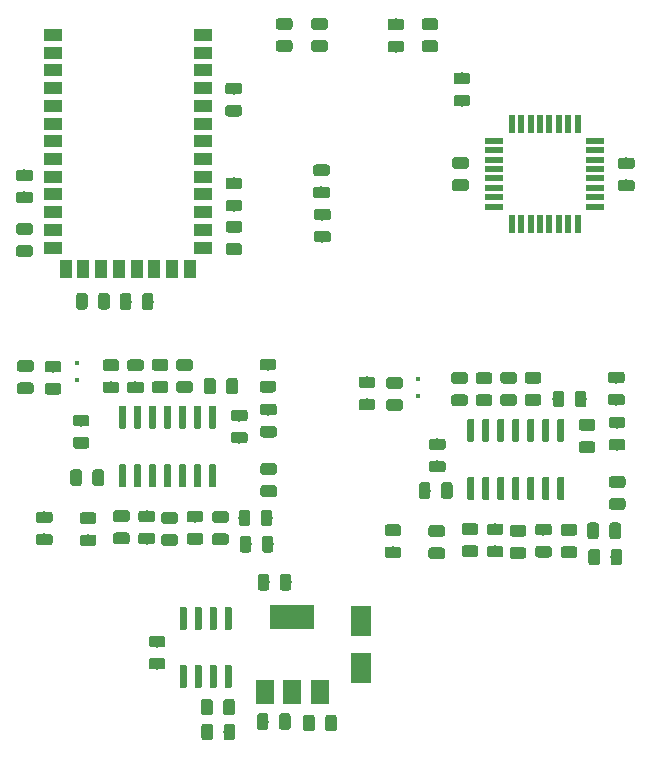
<source format=gbr>
G04 #@! TF.GenerationSoftware,KiCad,Pcbnew,(5.1.4)-1*
G04 #@! TF.CreationDate,2020-11-30T14:55:24+01:00*
G04 #@! TF.ProjectId,emg,656d672e-6b69-4636-9164-5f7063625858,rev?*
G04 #@! TF.SameCoordinates,Original*
G04 #@! TF.FileFunction,Paste,Top*
G04 #@! TF.FilePolarity,Positive*
%FSLAX46Y46*%
G04 Gerber Fmt 4.6, Leading zero omitted, Abs format (unit mm)*
G04 Created by KiCad (PCBNEW (5.1.4)-1) date 2020-11-30 14:55:24*
%MOMM*%
%LPD*%
G04 APERTURE LIST*
%ADD10C,0.100000*%
%ADD11C,0.975000*%
%ADD12R,0.350000X0.350000*%
%ADD13C,0.600000*%
%ADD14R,1.800000X2.500000*%
%ADD15R,3.800000X2.000000*%
%ADD16R,1.500000X2.000000*%
%ADD17R,1.500000X1.000000*%
%ADD18R,1.000000X1.500000*%
%ADD19R,1.600000X0.550000*%
%ADD20R,0.550000X1.600000*%
G04 APERTURE END LIST*
D10*
G36*
X61744942Y-121814674D02*
G01*
X61768603Y-121818184D01*
X61791807Y-121823996D01*
X61814329Y-121832054D01*
X61835953Y-121842282D01*
X61856470Y-121854579D01*
X61875683Y-121868829D01*
X61893407Y-121884893D01*
X61909471Y-121902617D01*
X61923721Y-121921830D01*
X61936018Y-121942347D01*
X61946246Y-121963971D01*
X61954304Y-121986493D01*
X61960116Y-122009697D01*
X61963626Y-122033358D01*
X61964800Y-122057250D01*
X61964800Y-122544750D01*
X61963626Y-122568642D01*
X61960116Y-122592303D01*
X61954304Y-122615507D01*
X61946246Y-122638029D01*
X61936018Y-122659653D01*
X61923721Y-122680170D01*
X61909471Y-122699383D01*
X61893407Y-122717107D01*
X61875683Y-122733171D01*
X61856470Y-122747421D01*
X61835953Y-122759718D01*
X61814329Y-122769946D01*
X61791807Y-122778004D01*
X61768603Y-122783816D01*
X61744942Y-122787326D01*
X61721050Y-122788500D01*
X60808550Y-122788500D01*
X60784658Y-122787326D01*
X60760997Y-122783816D01*
X60737793Y-122778004D01*
X60715271Y-122769946D01*
X60693647Y-122759718D01*
X60673130Y-122747421D01*
X60653917Y-122733171D01*
X60636193Y-122717107D01*
X60620129Y-122699383D01*
X60605879Y-122680170D01*
X60593582Y-122659653D01*
X60583354Y-122638029D01*
X60575296Y-122615507D01*
X60569484Y-122592303D01*
X60565974Y-122568642D01*
X60564800Y-122544750D01*
X60564800Y-122057250D01*
X60565974Y-122033358D01*
X60569484Y-122009697D01*
X60575296Y-121986493D01*
X60583354Y-121963971D01*
X60593582Y-121942347D01*
X60605879Y-121921830D01*
X60620129Y-121902617D01*
X60636193Y-121884893D01*
X60653917Y-121868829D01*
X60673130Y-121854579D01*
X60693647Y-121842282D01*
X60715271Y-121832054D01*
X60737793Y-121823996D01*
X60760997Y-121818184D01*
X60784658Y-121814674D01*
X60808550Y-121813500D01*
X61721050Y-121813500D01*
X61744942Y-121814674D01*
X61744942Y-121814674D01*
G37*
D11*
X61264800Y-122301000D03*
D10*
G36*
X61744942Y-123689674D02*
G01*
X61768603Y-123693184D01*
X61791807Y-123698996D01*
X61814329Y-123707054D01*
X61835953Y-123717282D01*
X61856470Y-123729579D01*
X61875683Y-123743829D01*
X61893407Y-123759893D01*
X61909471Y-123777617D01*
X61923721Y-123796830D01*
X61936018Y-123817347D01*
X61946246Y-123838971D01*
X61954304Y-123861493D01*
X61960116Y-123884697D01*
X61963626Y-123908358D01*
X61964800Y-123932250D01*
X61964800Y-124419750D01*
X61963626Y-124443642D01*
X61960116Y-124467303D01*
X61954304Y-124490507D01*
X61946246Y-124513029D01*
X61936018Y-124534653D01*
X61923721Y-124555170D01*
X61909471Y-124574383D01*
X61893407Y-124592107D01*
X61875683Y-124608171D01*
X61856470Y-124622421D01*
X61835953Y-124634718D01*
X61814329Y-124644946D01*
X61791807Y-124653004D01*
X61768603Y-124658816D01*
X61744942Y-124662326D01*
X61721050Y-124663500D01*
X60808550Y-124663500D01*
X60784658Y-124662326D01*
X60760997Y-124658816D01*
X60737793Y-124653004D01*
X60715271Y-124644946D01*
X60693647Y-124634718D01*
X60673130Y-124622421D01*
X60653917Y-124608171D01*
X60636193Y-124592107D01*
X60620129Y-124574383D01*
X60605879Y-124555170D01*
X60593582Y-124534653D01*
X60583354Y-124513029D01*
X60575296Y-124490507D01*
X60569484Y-124467303D01*
X60565974Y-124443642D01*
X60564800Y-124419750D01*
X60564800Y-123932250D01*
X60565974Y-123908358D01*
X60569484Y-123884697D01*
X60575296Y-123861493D01*
X60583354Y-123838971D01*
X60593582Y-123817347D01*
X60605879Y-123796830D01*
X60620129Y-123777617D01*
X60636193Y-123759893D01*
X60653917Y-123743829D01*
X60673130Y-123729579D01*
X60693647Y-123717282D01*
X60715271Y-123707054D01*
X60737793Y-123698996D01*
X60760997Y-123693184D01*
X60784658Y-123689674D01*
X60808550Y-123688500D01*
X61721050Y-123688500D01*
X61744942Y-123689674D01*
X61744942Y-123689674D01*
G37*
D11*
X61264800Y-124176000D03*
D10*
G36*
X59408142Y-121766174D02*
G01*
X59431803Y-121769684D01*
X59455007Y-121775496D01*
X59477529Y-121783554D01*
X59499153Y-121793782D01*
X59519670Y-121806079D01*
X59538883Y-121820329D01*
X59556607Y-121836393D01*
X59572671Y-121854117D01*
X59586921Y-121873330D01*
X59599218Y-121893847D01*
X59609446Y-121915471D01*
X59617504Y-121937993D01*
X59623316Y-121961197D01*
X59626826Y-121984858D01*
X59628000Y-122008750D01*
X59628000Y-122496250D01*
X59626826Y-122520142D01*
X59623316Y-122543803D01*
X59617504Y-122567007D01*
X59609446Y-122589529D01*
X59599218Y-122611153D01*
X59586921Y-122631670D01*
X59572671Y-122650883D01*
X59556607Y-122668607D01*
X59538883Y-122684671D01*
X59519670Y-122698921D01*
X59499153Y-122711218D01*
X59477529Y-122721446D01*
X59455007Y-122729504D01*
X59431803Y-122735316D01*
X59408142Y-122738826D01*
X59384250Y-122740000D01*
X58471750Y-122740000D01*
X58447858Y-122738826D01*
X58424197Y-122735316D01*
X58400993Y-122729504D01*
X58378471Y-122721446D01*
X58356847Y-122711218D01*
X58336330Y-122698921D01*
X58317117Y-122684671D01*
X58299393Y-122668607D01*
X58283329Y-122650883D01*
X58269079Y-122631670D01*
X58256782Y-122611153D01*
X58246554Y-122589529D01*
X58238496Y-122567007D01*
X58232684Y-122543803D01*
X58229174Y-122520142D01*
X58228000Y-122496250D01*
X58228000Y-122008750D01*
X58229174Y-121984858D01*
X58232684Y-121961197D01*
X58238496Y-121937993D01*
X58246554Y-121915471D01*
X58256782Y-121893847D01*
X58269079Y-121873330D01*
X58283329Y-121854117D01*
X58299393Y-121836393D01*
X58317117Y-121820329D01*
X58336330Y-121806079D01*
X58356847Y-121793782D01*
X58378471Y-121783554D01*
X58400993Y-121775496D01*
X58424197Y-121769684D01*
X58447858Y-121766174D01*
X58471750Y-121765000D01*
X59384250Y-121765000D01*
X59408142Y-121766174D01*
X59408142Y-121766174D01*
G37*
D11*
X58928000Y-122252500D03*
D10*
G36*
X59408142Y-123641174D02*
G01*
X59431803Y-123644684D01*
X59455007Y-123650496D01*
X59477529Y-123658554D01*
X59499153Y-123668782D01*
X59519670Y-123681079D01*
X59538883Y-123695329D01*
X59556607Y-123711393D01*
X59572671Y-123729117D01*
X59586921Y-123748330D01*
X59599218Y-123768847D01*
X59609446Y-123790471D01*
X59617504Y-123812993D01*
X59623316Y-123836197D01*
X59626826Y-123859858D01*
X59628000Y-123883750D01*
X59628000Y-124371250D01*
X59626826Y-124395142D01*
X59623316Y-124418803D01*
X59617504Y-124442007D01*
X59609446Y-124464529D01*
X59599218Y-124486153D01*
X59586921Y-124506670D01*
X59572671Y-124525883D01*
X59556607Y-124543607D01*
X59538883Y-124559671D01*
X59519670Y-124573921D01*
X59499153Y-124586218D01*
X59477529Y-124596446D01*
X59455007Y-124604504D01*
X59431803Y-124610316D01*
X59408142Y-124613826D01*
X59384250Y-124615000D01*
X58471750Y-124615000D01*
X58447858Y-124613826D01*
X58424197Y-124610316D01*
X58400993Y-124604504D01*
X58378471Y-124596446D01*
X58356847Y-124586218D01*
X58336330Y-124573921D01*
X58317117Y-124559671D01*
X58299393Y-124543607D01*
X58283329Y-124525883D01*
X58269079Y-124506670D01*
X58256782Y-124486153D01*
X58246554Y-124464529D01*
X58238496Y-124442007D01*
X58232684Y-124418803D01*
X58229174Y-124395142D01*
X58228000Y-124371250D01*
X58228000Y-123883750D01*
X58229174Y-123859858D01*
X58232684Y-123836197D01*
X58238496Y-123812993D01*
X58246554Y-123790471D01*
X58256782Y-123768847D01*
X58269079Y-123748330D01*
X58283329Y-123729117D01*
X58299393Y-123711393D01*
X58317117Y-123695329D01*
X58336330Y-123681079D01*
X58356847Y-123668782D01*
X58378471Y-123658554D01*
X58400993Y-123650496D01*
X58424197Y-123644684D01*
X58447858Y-123641174D01*
X58471750Y-123640000D01*
X59384250Y-123640000D01*
X59408142Y-123641174D01*
X59408142Y-123641174D01*
G37*
D11*
X58928000Y-124127500D03*
D12*
X63271400Y-123432400D03*
X63271400Y-121982400D03*
D10*
G36*
X70812742Y-121664574D02*
G01*
X70836403Y-121668084D01*
X70859607Y-121673896D01*
X70882129Y-121681954D01*
X70903753Y-121692182D01*
X70924270Y-121704479D01*
X70943483Y-121718729D01*
X70961207Y-121734793D01*
X70977271Y-121752517D01*
X70991521Y-121771730D01*
X71003818Y-121792247D01*
X71014046Y-121813871D01*
X71022104Y-121836393D01*
X71027916Y-121859597D01*
X71031426Y-121883258D01*
X71032600Y-121907150D01*
X71032600Y-122394650D01*
X71031426Y-122418542D01*
X71027916Y-122442203D01*
X71022104Y-122465407D01*
X71014046Y-122487929D01*
X71003818Y-122509553D01*
X70991521Y-122530070D01*
X70977271Y-122549283D01*
X70961207Y-122567007D01*
X70943483Y-122583071D01*
X70924270Y-122597321D01*
X70903753Y-122609618D01*
X70882129Y-122619846D01*
X70859607Y-122627904D01*
X70836403Y-122633716D01*
X70812742Y-122637226D01*
X70788850Y-122638400D01*
X69876350Y-122638400D01*
X69852458Y-122637226D01*
X69828797Y-122633716D01*
X69805593Y-122627904D01*
X69783071Y-122619846D01*
X69761447Y-122609618D01*
X69740930Y-122597321D01*
X69721717Y-122583071D01*
X69703993Y-122567007D01*
X69687929Y-122549283D01*
X69673679Y-122530070D01*
X69661382Y-122509553D01*
X69651154Y-122487929D01*
X69643096Y-122465407D01*
X69637284Y-122442203D01*
X69633774Y-122418542D01*
X69632600Y-122394650D01*
X69632600Y-121907150D01*
X69633774Y-121883258D01*
X69637284Y-121859597D01*
X69643096Y-121836393D01*
X69651154Y-121813871D01*
X69661382Y-121792247D01*
X69673679Y-121771730D01*
X69687929Y-121752517D01*
X69703993Y-121734793D01*
X69721717Y-121718729D01*
X69740930Y-121704479D01*
X69761447Y-121692182D01*
X69783071Y-121681954D01*
X69805593Y-121673896D01*
X69828797Y-121668084D01*
X69852458Y-121664574D01*
X69876350Y-121663400D01*
X70788850Y-121663400D01*
X70812742Y-121664574D01*
X70812742Y-121664574D01*
G37*
D11*
X70332600Y-122150900D03*
D10*
G36*
X70812742Y-123539574D02*
G01*
X70836403Y-123543084D01*
X70859607Y-123548896D01*
X70882129Y-123556954D01*
X70903753Y-123567182D01*
X70924270Y-123579479D01*
X70943483Y-123593729D01*
X70961207Y-123609793D01*
X70977271Y-123627517D01*
X70991521Y-123646730D01*
X71003818Y-123667247D01*
X71014046Y-123688871D01*
X71022104Y-123711393D01*
X71027916Y-123734597D01*
X71031426Y-123758258D01*
X71032600Y-123782150D01*
X71032600Y-124269650D01*
X71031426Y-124293542D01*
X71027916Y-124317203D01*
X71022104Y-124340407D01*
X71014046Y-124362929D01*
X71003818Y-124384553D01*
X70991521Y-124405070D01*
X70977271Y-124424283D01*
X70961207Y-124442007D01*
X70943483Y-124458071D01*
X70924270Y-124472321D01*
X70903753Y-124484618D01*
X70882129Y-124494846D01*
X70859607Y-124502904D01*
X70836403Y-124508716D01*
X70812742Y-124512226D01*
X70788850Y-124513400D01*
X69876350Y-124513400D01*
X69852458Y-124512226D01*
X69828797Y-124508716D01*
X69805593Y-124502904D01*
X69783071Y-124494846D01*
X69761447Y-124484618D01*
X69740930Y-124472321D01*
X69721717Y-124458071D01*
X69703993Y-124442007D01*
X69687929Y-124424283D01*
X69673679Y-124405070D01*
X69661382Y-124384553D01*
X69651154Y-124362929D01*
X69643096Y-124340407D01*
X69637284Y-124317203D01*
X69633774Y-124293542D01*
X69632600Y-124269650D01*
X69632600Y-123782150D01*
X69633774Y-123758258D01*
X69637284Y-123734597D01*
X69643096Y-123711393D01*
X69651154Y-123688871D01*
X69661382Y-123667247D01*
X69673679Y-123646730D01*
X69687929Y-123627517D01*
X69703993Y-123609793D01*
X69721717Y-123593729D01*
X69740930Y-123579479D01*
X69761447Y-123567182D01*
X69783071Y-123556954D01*
X69805593Y-123548896D01*
X69828797Y-123543084D01*
X69852458Y-123539574D01*
X69876350Y-123538400D01*
X70788850Y-123538400D01*
X70812742Y-123539574D01*
X70812742Y-123539574D01*
G37*
D11*
X70332600Y-124025900D03*
D10*
G36*
X77839242Y-136638974D02*
G01*
X77862903Y-136642484D01*
X77886107Y-136648296D01*
X77908629Y-136656354D01*
X77930253Y-136666582D01*
X77950770Y-136678879D01*
X77969983Y-136693129D01*
X77987707Y-136709193D01*
X78003771Y-136726917D01*
X78018021Y-136746130D01*
X78030318Y-136766647D01*
X78040546Y-136788271D01*
X78048604Y-136810793D01*
X78054416Y-136833997D01*
X78057926Y-136857658D01*
X78059100Y-136881550D01*
X78059100Y-137794050D01*
X78057926Y-137817942D01*
X78054416Y-137841603D01*
X78048604Y-137864807D01*
X78040546Y-137887329D01*
X78030318Y-137908953D01*
X78018021Y-137929470D01*
X78003771Y-137948683D01*
X77987707Y-137966407D01*
X77969983Y-137982471D01*
X77950770Y-137996721D01*
X77930253Y-138009018D01*
X77908629Y-138019246D01*
X77886107Y-138027304D01*
X77862903Y-138033116D01*
X77839242Y-138036626D01*
X77815350Y-138037800D01*
X77327850Y-138037800D01*
X77303958Y-138036626D01*
X77280297Y-138033116D01*
X77257093Y-138027304D01*
X77234571Y-138019246D01*
X77212947Y-138009018D01*
X77192430Y-137996721D01*
X77173217Y-137982471D01*
X77155493Y-137966407D01*
X77139429Y-137948683D01*
X77125179Y-137929470D01*
X77112882Y-137908953D01*
X77102654Y-137887329D01*
X77094596Y-137864807D01*
X77088784Y-137841603D01*
X77085274Y-137817942D01*
X77084100Y-137794050D01*
X77084100Y-136881550D01*
X77085274Y-136857658D01*
X77088784Y-136833997D01*
X77094596Y-136810793D01*
X77102654Y-136788271D01*
X77112882Y-136766647D01*
X77125179Y-136746130D01*
X77139429Y-136726917D01*
X77155493Y-136709193D01*
X77173217Y-136693129D01*
X77192430Y-136678879D01*
X77212947Y-136666582D01*
X77234571Y-136656354D01*
X77257093Y-136648296D01*
X77280297Y-136642484D01*
X77303958Y-136638974D01*
X77327850Y-136637800D01*
X77815350Y-136637800D01*
X77839242Y-136638974D01*
X77839242Y-136638974D01*
G37*
D11*
X77571600Y-137337800D03*
D10*
G36*
X79714242Y-136638974D02*
G01*
X79737903Y-136642484D01*
X79761107Y-136648296D01*
X79783629Y-136656354D01*
X79805253Y-136666582D01*
X79825770Y-136678879D01*
X79844983Y-136693129D01*
X79862707Y-136709193D01*
X79878771Y-136726917D01*
X79893021Y-136746130D01*
X79905318Y-136766647D01*
X79915546Y-136788271D01*
X79923604Y-136810793D01*
X79929416Y-136833997D01*
X79932926Y-136857658D01*
X79934100Y-136881550D01*
X79934100Y-137794050D01*
X79932926Y-137817942D01*
X79929416Y-137841603D01*
X79923604Y-137864807D01*
X79915546Y-137887329D01*
X79905318Y-137908953D01*
X79893021Y-137929470D01*
X79878771Y-137948683D01*
X79862707Y-137966407D01*
X79844983Y-137982471D01*
X79825770Y-137996721D01*
X79805253Y-138009018D01*
X79783629Y-138019246D01*
X79761107Y-138027304D01*
X79737903Y-138033116D01*
X79714242Y-138036626D01*
X79690350Y-138037800D01*
X79202850Y-138037800D01*
X79178958Y-138036626D01*
X79155297Y-138033116D01*
X79132093Y-138027304D01*
X79109571Y-138019246D01*
X79087947Y-138009018D01*
X79067430Y-137996721D01*
X79048217Y-137982471D01*
X79030493Y-137966407D01*
X79014429Y-137948683D01*
X79000179Y-137929470D01*
X78987882Y-137908953D01*
X78977654Y-137887329D01*
X78969596Y-137864807D01*
X78963784Y-137841603D01*
X78960274Y-137817942D01*
X78959100Y-137794050D01*
X78959100Y-136881550D01*
X78960274Y-136857658D01*
X78963784Y-136833997D01*
X78969596Y-136810793D01*
X78977654Y-136788271D01*
X78987882Y-136766647D01*
X79000179Y-136746130D01*
X79014429Y-136726917D01*
X79030493Y-136709193D01*
X79048217Y-136693129D01*
X79067430Y-136678879D01*
X79087947Y-136666582D01*
X79109571Y-136656354D01*
X79132093Y-136648296D01*
X79155297Y-136642484D01*
X79178958Y-136638974D01*
X79202850Y-136637800D01*
X79690350Y-136637800D01*
X79714242Y-136638974D01*
X79714242Y-136638974D01*
G37*
D11*
X79446600Y-137337800D03*
D10*
G36*
X79931342Y-121641474D02*
G01*
X79955003Y-121644984D01*
X79978207Y-121650796D01*
X80000729Y-121658854D01*
X80022353Y-121669082D01*
X80042870Y-121681379D01*
X80062083Y-121695629D01*
X80079807Y-121711693D01*
X80095871Y-121729417D01*
X80110121Y-121748630D01*
X80122418Y-121769147D01*
X80132646Y-121790771D01*
X80140704Y-121813293D01*
X80146516Y-121836497D01*
X80150026Y-121860158D01*
X80151200Y-121884050D01*
X80151200Y-122371550D01*
X80150026Y-122395442D01*
X80146516Y-122419103D01*
X80140704Y-122442307D01*
X80132646Y-122464829D01*
X80122418Y-122486453D01*
X80110121Y-122506970D01*
X80095871Y-122526183D01*
X80079807Y-122543907D01*
X80062083Y-122559971D01*
X80042870Y-122574221D01*
X80022353Y-122586518D01*
X80000729Y-122596746D01*
X79978207Y-122604804D01*
X79955003Y-122610616D01*
X79931342Y-122614126D01*
X79907450Y-122615300D01*
X78994950Y-122615300D01*
X78971058Y-122614126D01*
X78947397Y-122610616D01*
X78924193Y-122604804D01*
X78901671Y-122596746D01*
X78880047Y-122586518D01*
X78859530Y-122574221D01*
X78840317Y-122559971D01*
X78822593Y-122543907D01*
X78806529Y-122526183D01*
X78792279Y-122506970D01*
X78779982Y-122486453D01*
X78769754Y-122464829D01*
X78761696Y-122442307D01*
X78755884Y-122419103D01*
X78752374Y-122395442D01*
X78751200Y-122371550D01*
X78751200Y-121884050D01*
X78752374Y-121860158D01*
X78755884Y-121836497D01*
X78761696Y-121813293D01*
X78769754Y-121790771D01*
X78779982Y-121769147D01*
X78792279Y-121748630D01*
X78806529Y-121729417D01*
X78822593Y-121711693D01*
X78840317Y-121695629D01*
X78859530Y-121681379D01*
X78880047Y-121669082D01*
X78901671Y-121658854D01*
X78924193Y-121650796D01*
X78947397Y-121644984D01*
X78971058Y-121641474D01*
X78994950Y-121640300D01*
X79907450Y-121640300D01*
X79931342Y-121641474D01*
X79931342Y-121641474D01*
G37*
D11*
X79451200Y-122127800D03*
D10*
G36*
X79931342Y-123516474D02*
G01*
X79955003Y-123519984D01*
X79978207Y-123525796D01*
X80000729Y-123533854D01*
X80022353Y-123544082D01*
X80042870Y-123556379D01*
X80062083Y-123570629D01*
X80079807Y-123586693D01*
X80095871Y-123604417D01*
X80110121Y-123623630D01*
X80122418Y-123644147D01*
X80132646Y-123665771D01*
X80140704Y-123688293D01*
X80146516Y-123711497D01*
X80150026Y-123735158D01*
X80151200Y-123759050D01*
X80151200Y-124246550D01*
X80150026Y-124270442D01*
X80146516Y-124294103D01*
X80140704Y-124317307D01*
X80132646Y-124339829D01*
X80122418Y-124361453D01*
X80110121Y-124381970D01*
X80095871Y-124401183D01*
X80079807Y-124418907D01*
X80062083Y-124434971D01*
X80042870Y-124449221D01*
X80022353Y-124461518D01*
X80000729Y-124471746D01*
X79978207Y-124479804D01*
X79955003Y-124485616D01*
X79931342Y-124489126D01*
X79907450Y-124490300D01*
X78994950Y-124490300D01*
X78971058Y-124489126D01*
X78947397Y-124485616D01*
X78924193Y-124479804D01*
X78901671Y-124471746D01*
X78880047Y-124461518D01*
X78859530Y-124449221D01*
X78840317Y-124434971D01*
X78822593Y-124418907D01*
X78806529Y-124401183D01*
X78792279Y-124381970D01*
X78779982Y-124361453D01*
X78769754Y-124339829D01*
X78761696Y-124317307D01*
X78755884Y-124294103D01*
X78752374Y-124270442D01*
X78751200Y-124246550D01*
X78751200Y-123759050D01*
X78752374Y-123735158D01*
X78755884Y-123711497D01*
X78761696Y-123688293D01*
X78769754Y-123665771D01*
X78779982Y-123644147D01*
X78792279Y-123623630D01*
X78806529Y-123604417D01*
X78822593Y-123586693D01*
X78840317Y-123570629D01*
X78859530Y-123556379D01*
X78880047Y-123544082D01*
X78901671Y-123533854D01*
X78924193Y-123525796D01*
X78947397Y-123519984D01*
X78971058Y-123516474D01*
X78994950Y-123515300D01*
X79907450Y-123515300D01*
X79931342Y-123516474D01*
X79931342Y-123516474D01*
G37*
D11*
X79451200Y-124002800D03*
D10*
G36*
X67296903Y-125608122D02*
G01*
X67311464Y-125610282D01*
X67325743Y-125613859D01*
X67339603Y-125618818D01*
X67352910Y-125625112D01*
X67365536Y-125632680D01*
X67377359Y-125641448D01*
X67388266Y-125651334D01*
X67398152Y-125662241D01*
X67406920Y-125674064D01*
X67414488Y-125686690D01*
X67420782Y-125699997D01*
X67425741Y-125713857D01*
X67429318Y-125728136D01*
X67431478Y-125742697D01*
X67432200Y-125757400D01*
X67432200Y-127407400D01*
X67431478Y-127422103D01*
X67429318Y-127436664D01*
X67425741Y-127450943D01*
X67420782Y-127464803D01*
X67414488Y-127478110D01*
X67406920Y-127490736D01*
X67398152Y-127502559D01*
X67388266Y-127513466D01*
X67377359Y-127523352D01*
X67365536Y-127532120D01*
X67352910Y-127539688D01*
X67339603Y-127545982D01*
X67325743Y-127550941D01*
X67311464Y-127554518D01*
X67296903Y-127556678D01*
X67282200Y-127557400D01*
X66982200Y-127557400D01*
X66967497Y-127556678D01*
X66952936Y-127554518D01*
X66938657Y-127550941D01*
X66924797Y-127545982D01*
X66911490Y-127539688D01*
X66898864Y-127532120D01*
X66887041Y-127523352D01*
X66876134Y-127513466D01*
X66866248Y-127502559D01*
X66857480Y-127490736D01*
X66849912Y-127478110D01*
X66843618Y-127464803D01*
X66838659Y-127450943D01*
X66835082Y-127436664D01*
X66832922Y-127422103D01*
X66832200Y-127407400D01*
X66832200Y-125757400D01*
X66832922Y-125742697D01*
X66835082Y-125728136D01*
X66838659Y-125713857D01*
X66843618Y-125699997D01*
X66849912Y-125686690D01*
X66857480Y-125674064D01*
X66866248Y-125662241D01*
X66876134Y-125651334D01*
X66887041Y-125641448D01*
X66898864Y-125632680D01*
X66911490Y-125625112D01*
X66924797Y-125618818D01*
X66938657Y-125613859D01*
X66952936Y-125610282D01*
X66967497Y-125608122D01*
X66982200Y-125607400D01*
X67282200Y-125607400D01*
X67296903Y-125608122D01*
X67296903Y-125608122D01*
G37*
D13*
X67132200Y-126582400D03*
D10*
G36*
X68566903Y-125608122D02*
G01*
X68581464Y-125610282D01*
X68595743Y-125613859D01*
X68609603Y-125618818D01*
X68622910Y-125625112D01*
X68635536Y-125632680D01*
X68647359Y-125641448D01*
X68658266Y-125651334D01*
X68668152Y-125662241D01*
X68676920Y-125674064D01*
X68684488Y-125686690D01*
X68690782Y-125699997D01*
X68695741Y-125713857D01*
X68699318Y-125728136D01*
X68701478Y-125742697D01*
X68702200Y-125757400D01*
X68702200Y-127407400D01*
X68701478Y-127422103D01*
X68699318Y-127436664D01*
X68695741Y-127450943D01*
X68690782Y-127464803D01*
X68684488Y-127478110D01*
X68676920Y-127490736D01*
X68668152Y-127502559D01*
X68658266Y-127513466D01*
X68647359Y-127523352D01*
X68635536Y-127532120D01*
X68622910Y-127539688D01*
X68609603Y-127545982D01*
X68595743Y-127550941D01*
X68581464Y-127554518D01*
X68566903Y-127556678D01*
X68552200Y-127557400D01*
X68252200Y-127557400D01*
X68237497Y-127556678D01*
X68222936Y-127554518D01*
X68208657Y-127550941D01*
X68194797Y-127545982D01*
X68181490Y-127539688D01*
X68168864Y-127532120D01*
X68157041Y-127523352D01*
X68146134Y-127513466D01*
X68136248Y-127502559D01*
X68127480Y-127490736D01*
X68119912Y-127478110D01*
X68113618Y-127464803D01*
X68108659Y-127450943D01*
X68105082Y-127436664D01*
X68102922Y-127422103D01*
X68102200Y-127407400D01*
X68102200Y-125757400D01*
X68102922Y-125742697D01*
X68105082Y-125728136D01*
X68108659Y-125713857D01*
X68113618Y-125699997D01*
X68119912Y-125686690D01*
X68127480Y-125674064D01*
X68136248Y-125662241D01*
X68146134Y-125651334D01*
X68157041Y-125641448D01*
X68168864Y-125632680D01*
X68181490Y-125625112D01*
X68194797Y-125618818D01*
X68208657Y-125613859D01*
X68222936Y-125610282D01*
X68237497Y-125608122D01*
X68252200Y-125607400D01*
X68552200Y-125607400D01*
X68566903Y-125608122D01*
X68566903Y-125608122D01*
G37*
D13*
X68402200Y-126582400D03*
D10*
G36*
X69836903Y-125608122D02*
G01*
X69851464Y-125610282D01*
X69865743Y-125613859D01*
X69879603Y-125618818D01*
X69892910Y-125625112D01*
X69905536Y-125632680D01*
X69917359Y-125641448D01*
X69928266Y-125651334D01*
X69938152Y-125662241D01*
X69946920Y-125674064D01*
X69954488Y-125686690D01*
X69960782Y-125699997D01*
X69965741Y-125713857D01*
X69969318Y-125728136D01*
X69971478Y-125742697D01*
X69972200Y-125757400D01*
X69972200Y-127407400D01*
X69971478Y-127422103D01*
X69969318Y-127436664D01*
X69965741Y-127450943D01*
X69960782Y-127464803D01*
X69954488Y-127478110D01*
X69946920Y-127490736D01*
X69938152Y-127502559D01*
X69928266Y-127513466D01*
X69917359Y-127523352D01*
X69905536Y-127532120D01*
X69892910Y-127539688D01*
X69879603Y-127545982D01*
X69865743Y-127550941D01*
X69851464Y-127554518D01*
X69836903Y-127556678D01*
X69822200Y-127557400D01*
X69522200Y-127557400D01*
X69507497Y-127556678D01*
X69492936Y-127554518D01*
X69478657Y-127550941D01*
X69464797Y-127545982D01*
X69451490Y-127539688D01*
X69438864Y-127532120D01*
X69427041Y-127523352D01*
X69416134Y-127513466D01*
X69406248Y-127502559D01*
X69397480Y-127490736D01*
X69389912Y-127478110D01*
X69383618Y-127464803D01*
X69378659Y-127450943D01*
X69375082Y-127436664D01*
X69372922Y-127422103D01*
X69372200Y-127407400D01*
X69372200Y-125757400D01*
X69372922Y-125742697D01*
X69375082Y-125728136D01*
X69378659Y-125713857D01*
X69383618Y-125699997D01*
X69389912Y-125686690D01*
X69397480Y-125674064D01*
X69406248Y-125662241D01*
X69416134Y-125651334D01*
X69427041Y-125641448D01*
X69438864Y-125632680D01*
X69451490Y-125625112D01*
X69464797Y-125618818D01*
X69478657Y-125613859D01*
X69492936Y-125610282D01*
X69507497Y-125608122D01*
X69522200Y-125607400D01*
X69822200Y-125607400D01*
X69836903Y-125608122D01*
X69836903Y-125608122D01*
G37*
D13*
X69672200Y-126582400D03*
D10*
G36*
X71106903Y-125608122D02*
G01*
X71121464Y-125610282D01*
X71135743Y-125613859D01*
X71149603Y-125618818D01*
X71162910Y-125625112D01*
X71175536Y-125632680D01*
X71187359Y-125641448D01*
X71198266Y-125651334D01*
X71208152Y-125662241D01*
X71216920Y-125674064D01*
X71224488Y-125686690D01*
X71230782Y-125699997D01*
X71235741Y-125713857D01*
X71239318Y-125728136D01*
X71241478Y-125742697D01*
X71242200Y-125757400D01*
X71242200Y-127407400D01*
X71241478Y-127422103D01*
X71239318Y-127436664D01*
X71235741Y-127450943D01*
X71230782Y-127464803D01*
X71224488Y-127478110D01*
X71216920Y-127490736D01*
X71208152Y-127502559D01*
X71198266Y-127513466D01*
X71187359Y-127523352D01*
X71175536Y-127532120D01*
X71162910Y-127539688D01*
X71149603Y-127545982D01*
X71135743Y-127550941D01*
X71121464Y-127554518D01*
X71106903Y-127556678D01*
X71092200Y-127557400D01*
X70792200Y-127557400D01*
X70777497Y-127556678D01*
X70762936Y-127554518D01*
X70748657Y-127550941D01*
X70734797Y-127545982D01*
X70721490Y-127539688D01*
X70708864Y-127532120D01*
X70697041Y-127523352D01*
X70686134Y-127513466D01*
X70676248Y-127502559D01*
X70667480Y-127490736D01*
X70659912Y-127478110D01*
X70653618Y-127464803D01*
X70648659Y-127450943D01*
X70645082Y-127436664D01*
X70642922Y-127422103D01*
X70642200Y-127407400D01*
X70642200Y-125757400D01*
X70642922Y-125742697D01*
X70645082Y-125728136D01*
X70648659Y-125713857D01*
X70653618Y-125699997D01*
X70659912Y-125686690D01*
X70667480Y-125674064D01*
X70676248Y-125662241D01*
X70686134Y-125651334D01*
X70697041Y-125641448D01*
X70708864Y-125632680D01*
X70721490Y-125625112D01*
X70734797Y-125618818D01*
X70748657Y-125613859D01*
X70762936Y-125610282D01*
X70777497Y-125608122D01*
X70792200Y-125607400D01*
X71092200Y-125607400D01*
X71106903Y-125608122D01*
X71106903Y-125608122D01*
G37*
D13*
X70942200Y-126582400D03*
D10*
G36*
X72376903Y-125608122D02*
G01*
X72391464Y-125610282D01*
X72405743Y-125613859D01*
X72419603Y-125618818D01*
X72432910Y-125625112D01*
X72445536Y-125632680D01*
X72457359Y-125641448D01*
X72468266Y-125651334D01*
X72478152Y-125662241D01*
X72486920Y-125674064D01*
X72494488Y-125686690D01*
X72500782Y-125699997D01*
X72505741Y-125713857D01*
X72509318Y-125728136D01*
X72511478Y-125742697D01*
X72512200Y-125757400D01*
X72512200Y-127407400D01*
X72511478Y-127422103D01*
X72509318Y-127436664D01*
X72505741Y-127450943D01*
X72500782Y-127464803D01*
X72494488Y-127478110D01*
X72486920Y-127490736D01*
X72478152Y-127502559D01*
X72468266Y-127513466D01*
X72457359Y-127523352D01*
X72445536Y-127532120D01*
X72432910Y-127539688D01*
X72419603Y-127545982D01*
X72405743Y-127550941D01*
X72391464Y-127554518D01*
X72376903Y-127556678D01*
X72362200Y-127557400D01*
X72062200Y-127557400D01*
X72047497Y-127556678D01*
X72032936Y-127554518D01*
X72018657Y-127550941D01*
X72004797Y-127545982D01*
X71991490Y-127539688D01*
X71978864Y-127532120D01*
X71967041Y-127523352D01*
X71956134Y-127513466D01*
X71946248Y-127502559D01*
X71937480Y-127490736D01*
X71929912Y-127478110D01*
X71923618Y-127464803D01*
X71918659Y-127450943D01*
X71915082Y-127436664D01*
X71912922Y-127422103D01*
X71912200Y-127407400D01*
X71912200Y-125757400D01*
X71912922Y-125742697D01*
X71915082Y-125728136D01*
X71918659Y-125713857D01*
X71923618Y-125699997D01*
X71929912Y-125686690D01*
X71937480Y-125674064D01*
X71946248Y-125662241D01*
X71956134Y-125651334D01*
X71967041Y-125641448D01*
X71978864Y-125632680D01*
X71991490Y-125625112D01*
X72004797Y-125618818D01*
X72018657Y-125613859D01*
X72032936Y-125610282D01*
X72047497Y-125608122D01*
X72062200Y-125607400D01*
X72362200Y-125607400D01*
X72376903Y-125608122D01*
X72376903Y-125608122D01*
G37*
D13*
X72212200Y-126582400D03*
D10*
G36*
X73646903Y-125608122D02*
G01*
X73661464Y-125610282D01*
X73675743Y-125613859D01*
X73689603Y-125618818D01*
X73702910Y-125625112D01*
X73715536Y-125632680D01*
X73727359Y-125641448D01*
X73738266Y-125651334D01*
X73748152Y-125662241D01*
X73756920Y-125674064D01*
X73764488Y-125686690D01*
X73770782Y-125699997D01*
X73775741Y-125713857D01*
X73779318Y-125728136D01*
X73781478Y-125742697D01*
X73782200Y-125757400D01*
X73782200Y-127407400D01*
X73781478Y-127422103D01*
X73779318Y-127436664D01*
X73775741Y-127450943D01*
X73770782Y-127464803D01*
X73764488Y-127478110D01*
X73756920Y-127490736D01*
X73748152Y-127502559D01*
X73738266Y-127513466D01*
X73727359Y-127523352D01*
X73715536Y-127532120D01*
X73702910Y-127539688D01*
X73689603Y-127545982D01*
X73675743Y-127550941D01*
X73661464Y-127554518D01*
X73646903Y-127556678D01*
X73632200Y-127557400D01*
X73332200Y-127557400D01*
X73317497Y-127556678D01*
X73302936Y-127554518D01*
X73288657Y-127550941D01*
X73274797Y-127545982D01*
X73261490Y-127539688D01*
X73248864Y-127532120D01*
X73237041Y-127523352D01*
X73226134Y-127513466D01*
X73216248Y-127502559D01*
X73207480Y-127490736D01*
X73199912Y-127478110D01*
X73193618Y-127464803D01*
X73188659Y-127450943D01*
X73185082Y-127436664D01*
X73182922Y-127422103D01*
X73182200Y-127407400D01*
X73182200Y-125757400D01*
X73182922Y-125742697D01*
X73185082Y-125728136D01*
X73188659Y-125713857D01*
X73193618Y-125699997D01*
X73199912Y-125686690D01*
X73207480Y-125674064D01*
X73216248Y-125662241D01*
X73226134Y-125651334D01*
X73237041Y-125641448D01*
X73248864Y-125632680D01*
X73261490Y-125625112D01*
X73274797Y-125618818D01*
X73288657Y-125613859D01*
X73302936Y-125610282D01*
X73317497Y-125608122D01*
X73332200Y-125607400D01*
X73632200Y-125607400D01*
X73646903Y-125608122D01*
X73646903Y-125608122D01*
G37*
D13*
X73482200Y-126582400D03*
D10*
G36*
X74916903Y-125608122D02*
G01*
X74931464Y-125610282D01*
X74945743Y-125613859D01*
X74959603Y-125618818D01*
X74972910Y-125625112D01*
X74985536Y-125632680D01*
X74997359Y-125641448D01*
X75008266Y-125651334D01*
X75018152Y-125662241D01*
X75026920Y-125674064D01*
X75034488Y-125686690D01*
X75040782Y-125699997D01*
X75045741Y-125713857D01*
X75049318Y-125728136D01*
X75051478Y-125742697D01*
X75052200Y-125757400D01*
X75052200Y-127407400D01*
X75051478Y-127422103D01*
X75049318Y-127436664D01*
X75045741Y-127450943D01*
X75040782Y-127464803D01*
X75034488Y-127478110D01*
X75026920Y-127490736D01*
X75018152Y-127502559D01*
X75008266Y-127513466D01*
X74997359Y-127523352D01*
X74985536Y-127532120D01*
X74972910Y-127539688D01*
X74959603Y-127545982D01*
X74945743Y-127550941D01*
X74931464Y-127554518D01*
X74916903Y-127556678D01*
X74902200Y-127557400D01*
X74602200Y-127557400D01*
X74587497Y-127556678D01*
X74572936Y-127554518D01*
X74558657Y-127550941D01*
X74544797Y-127545982D01*
X74531490Y-127539688D01*
X74518864Y-127532120D01*
X74507041Y-127523352D01*
X74496134Y-127513466D01*
X74486248Y-127502559D01*
X74477480Y-127490736D01*
X74469912Y-127478110D01*
X74463618Y-127464803D01*
X74458659Y-127450943D01*
X74455082Y-127436664D01*
X74452922Y-127422103D01*
X74452200Y-127407400D01*
X74452200Y-125757400D01*
X74452922Y-125742697D01*
X74455082Y-125728136D01*
X74458659Y-125713857D01*
X74463618Y-125699997D01*
X74469912Y-125686690D01*
X74477480Y-125674064D01*
X74486248Y-125662241D01*
X74496134Y-125651334D01*
X74507041Y-125641448D01*
X74518864Y-125632680D01*
X74531490Y-125625112D01*
X74544797Y-125618818D01*
X74558657Y-125613859D01*
X74572936Y-125610282D01*
X74587497Y-125608122D01*
X74602200Y-125607400D01*
X74902200Y-125607400D01*
X74916903Y-125608122D01*
X74916903Y-125608122D01*
G37*
D13*
X74752200Y-126582400D03*
D10*
G36*
X74916903Y-130558122D02*
G01*
X74931464Y-130560282D01*
X74945743Y-130563859D01*
X74959603Y-130568818D01*
X74972910Y-130575112D01*
X74985536Y-130582680D01*
X74997359Y-130591448D01*
X75008266Y-130601334D01*
X75018152Y-130612241D01*
X75026920Y-130624064D01*
X75034488Y-130636690D01*
X75040782Y-130649997D01*
X75045741Y-130663857D01*
X75049318Y-130678136D01*
X75051478Y-130692697D01*
X75052200Y-130707400D01*
X75052200Y-132357400D01*
X75051478Y-132372103D01*
X75049318Y-132386664D01*
X75045741Y-132400943D01*
X75040782Y-132414803D01*
X75034488Y-132428110D01*
X75026920Y-132440736D01*
X75018152Y-132452559D01*
X75008266Y-132463466D01*
X74997359Y-132473352D01*
X74985536Y-132482120D01*
X74972910Y-132489688D01*
X74959603Y-132495982D01*
X74945743Y-132500941D01*
X74931464Y-132504518D01*
X74916903Y-132506678D01*
X74902200Y-132507400D01*
X74602200Y-132507400D01*
X74587497Y-132506678D01*
X74572936Y-132504518D01*
X74558657Y-132500941D01*
X74544797Y-132495982D01*
X74531490Y-132489688D01*
X74518864Y-132482120D01*
X74507041Y-132473352D01*
X74496134Y-132463466D01*
X74486248Y-132452559D01*
X74477480Y-132440736D01*
X74469912Y-132428110D01*
X74463618Y-132414803D01*
X74458659Y-132400943D01*
X74455082Y-132386664D01*
X74452922Y-132372103D01*
X74452200Y-132357400D01*
X74452200Y-130707400D01*
X74452922Y-130692697D01*
X74455082Y-130678136D01*
X74458659Y-130663857D01*
X74463618Y-130649997D01*
X74469912Y-130636690D01*
X74477480Y-130624064D01*
X74486248Y-130612241D01*
X74496134Y-130601334D01*
X74507041Y-130591448D01*
X74518864Y-130582680D01*
X74531490Y-130575112D01*
X74544797Y-130568818D01*
X74558657Y-130563859D01*
X74572936Y-130560282D01*
X74587497Y-130558122D01*
X74602200Y-130557400D01*
X74902200Y-130557400D01*
X74916903Y-130558122D01*
X74916903Y-130558122D01*
G37*
D13*
X74752200Y-131532400D03*
D10*
G36*
X73646903Y-130558122D02*
G01*
X73661464Y-130560282D01*
X73675743Y-130563859D01*
X73689603Y-130568818D01*
X73702910Y-130575112D01*
X73715536Y-130582680D01*
X73727359Y-130591448D01*
X73738266Y-130601334D01*
X73748152Y-130612241D01*
X73756920Y-130624064D01*
X73764488Y-130636690D01*
X73770782Y-130649997D01*
X73775741Y-130663857D01*
X73779318Y-130678136D01*
X73781478Y-130692697D01*
X73782200Y-130707400D01*
X73782200Y-132357400D01*
X73781478Y-132372103D01*
X73779318Y-132386664D01*
X73775741Y-132400943D01*
X73770782Y-132414803D01*
X73764488Y-132428110D01*
X73756920Y-132440736D01*
X73748152Y-132452559D01*
X73738266Y-132463466D01*
X73727359Y-132473352D01*
X73715536Y-132482120D01*
X73702910Y-132489688D01*
X73689603Y-132495982D01*
X73675743Y-132500941D01*
X73661464Y-132504518D01*
X73646903Y-132506678D01*
X73632200Y-132507400D01*
X73332200Y-132507400D01*
X73317497Y-132506678D01*
X73302936Y-132504518D01*
X73288657Y-132500941D01*
X73274797Y-132495982D01*
X73261490Y-132489688D01*
X73248864Y-132482120D01*
X73237041Y-132473352D01*
X73226134Y-132463466D01*
X73216248Y-132452559D01*
X73207480Y-132440736D01*
X73199912Y-132428110D01*
X73193618Y-132414803D01*
X73188659Y-132400943D01*
X73185082Y-132386664D01*
X73182922Y-132372103D01*
X73182200Y-132357400D01*
X73182200Y-130707400D01*
X73182922Y-130692697D01*
X73185082Y-130678136D01*
X73188659Y-130663857D01*
X73193618Y-130649997D01*
X73199912Y-130636690D01*
X73207480Y-130624064D01*
X73216248Y-130612241D01*
X73226134Y-130601334D01*
X73237041Y-130591448D01*
X73248864Y-130582680D01*
X73261490Y-130575112D01*
X73274797Y-130568818D01*
X73288657Y-130563859D01*
X73302936Y-130560282D01*
X73317497Y-130558122D01*
X73332200Y-130557400D01*
X73632200Y-130557400D01*
X73646903Y-130558122D01*
X73646903Y-130558122D01*
G37*
D13*
X73482200Y-131532400D03*
D10*
G36*
X72376903Y-130558122D02*
G01*
X72391464Y-130560282D01*
X72405743Y-130563859D01*
X72419603Y-130568818D01*
X72432910Y-130575112D01*
X72445536Y-130582680D01*
X72457359Y-130591448D01*
X72468266Y-130601334D01*
X72478152Y-130612241D01*
X72486920Y-130624064D01*
X72494488Y-130636690D01*
X72500782Y-130649997D01*
X72505741Y-130663857D01*
X72509318Y-130678136D01*
X72511478Y-130692697D01*
X72512200Y-130707400D01*
X72512200Y-132357400D01*
X72511478Y-132372103D01*
X72509318Y-132386664D01*
X72505741Y-132400943D01*
X72500782Y-132414803D01*
X72494488Y-132428110D01*
X72486920Y-132440736D01*
X72478152Y-132452559D01*
X72468266Y-132463466D01*
X72457359Y-132473352D01*
X72445536Y-132482120D01*
X72432910Y-132489688D01*
X72419603Y-132495982D01*
X72405743Y-132500941D01*
X72391464Y-132504518D01*
X72376903Y-132506678D01*
X72362200Y-132507400D01*
X72062200Y-132507400D01*
X72047497Y-132506678D01*
X72032936Y-132504518D01*
X72018657Y-132500941D01*
X72004797Y-132495982D01*
X71991490Y-132489688D01*
X71978864Y-132482120D01*
X71967041Y-132473352D01*
X71956134Y-132463466D01*
X71946248Y-132452559D01*
X71937480Y-132440736D01*
X71929912Y-132428110D01*
X71923618Y-132414803D01*
X71918659Y-132400943D01*
X71915082Y-132386664D01*
X71912922Y-132372103D01*
X71912200Y-132357400D01*
X71912200Y-130707400D01*
X71912922Y-130692697D01*
X71915082Y-130678136D01*
X71918659Y-130663857D01*
X71923618Y-130649997D01*
X71929912Y-130636690D01*
X71937480Y-130624064D01*
X71946248Y-130612241D01*
X71956134Y-130601334D01*
X71967041Y-130591448D01*
X71978864Y-130582680D01*
X71991490Y-130575112D01*
X72004797Y-130568818D01*
X72018657Y-130563859D01*
X72032936Y-130560282D01*
X72047497Y-130558122D01*
X72062200Y-130557400D01*
X72362200Y-130557400D01*
X72376903Y-130558122D01*
X72376903Y-130558122D01*
G37*
D13*
X72212200Y-131532400D03*
D10*
G36*
X71106903Y-130558122D02*
G01*
X71121464Y-130560282D01*
X71135743Y-130563859D01*
X71149603Y-130568818D01*
X71162910Y-130575112D01*
X71175536Y-130582680D01*
X71187359Y-130591448D01*
X71198266Y-130601334D01*
X71208152Y-130612241D01*
X71216920Y-130624064D01*
X71224488Y-130636690D01*
X71230782Y-130649997D01*
X71235741Y-130663857D01*
X71239318Y-130678136D01*
X71241478Y-130692697D01*
X71242200Y-130707400D01*
X71242200Y-132357400D01*
X71241478Y-132372103D01*
X71239318Y-132386664D01*
X71235741Y-132400943D01*
X71230782Y-132414803D01*
X71224488Y-132428110D01*
X71216920Y-132440736D01*
X71208152Y-132452559D01*
X71198266Y-132463466D01*
X71187359Y-132473352D01*
X71175536Y-132482120D01*
X71162910Y-132489688D01*
X71149603Y-132495982D01*
X71135743Y-132500941D01*
X71121464Y-132504518D01*
X71106903Y-132506678D01*
X71092200Y-132507400D01*
X70792200Y-132507400D01*
X70777497Y-132506678D01*
X70762936Y-132504518D01*
X70748657Y-132500941D01*
X70734797Y-132495982D01*
X70721490Y-132489688D01*
X70708864Y-132482120D01*
X70697041Y-132473352D01*
X70686134Y-132463466D01*
X70676248Y-132452559D01*
X70667480Y-132440736D01*
X70659912Y-132428110D01*
X70653618Y-132414803D01*
X70648659Y-132400943D01*
X70645082Y-132386664D01*
X70642922Y-132372103D01*
X70642200Y-132357400D01*
X70642200Y-130707400D01*
X70642922Y-130692697D01*
X70645082Y-130678136D01*
X70648659Y-130663857D01*
X70653618Y-130649997D01*
X70659912Y-130636690D01*
X70667480Y-130624064D01*
X70676248Y-130612241D01*
X70686134Y-130601334D01*
X70697041Y-130591448D01*
X70708864Y-130582680D01*
X70721490Y-130575112D01*
X70734797Y-130568818D01*
X70748657Y-130563859D01*
X70762936Y-130560282D01*
X70777497Y-130558122D01*
X70792200Y-130557400D01*
X71092200Y-130557400D01*
X71106903Y-130558122D01*
X71106903Y-130558122D01*
G37*
D13*
X70942200Y-131532400D03*
D10*
G36*
X69836903Y-130558122D02*
G01*
X69851464Y-130560282D01*
X69865743Y-130563859D01*
X69879603Y-130568818D01*
X69892910Y-130575112D01*
X69905536Y-130582680D01*
X69917359Y-130591448D01*
X69928266Y-130601334D01*
X69938152Y-130612241D01*
X69946920Y-130624064D01*
X69954488Y-130636690D01*
X69960782Y-130649997D01*
X69965741Y-130663857D01*
X69969318Y-130678136D01*
X69971478Y-130692697D01*
X69972200Y-130707400D01*
X69972200Y-132357400D01*
X69971478Y-132372103D01*
X69969318Y-132386664D01*
X69965741Y-132400943D01*
X69960782Y-132414803D01*
X69954488Y-132428110D01*
X69946920Y-132440736D01*
X69938152Y-132452559D01*
X69928266Y-132463466D01*
X69917359Y-132473352D01*
X69905536Y-132482120D01*
X69892910Y-132489688D01*
X69879603Y-132495982D01*
X69865743Y-132500941D01*
X69851464Y-132504518D01*
X69836903Y-132506678D01*
X69822200Y-132507400D01*
X69522200Y-132507400D01*
X69507497Y-132506678D01*
X69492936Y-132504518D01*
X69478657Y-132500941D01*
X69464797Y-132495982D01*
X69451490Y-132489688D01*
X69438864Y-132482120D01*
X69427041Y-132473352D01*
X69416134Y-132463466D01*
X69406248Y-132452559D01*
X69397480Y-132440736D01*
X69389912Y-132428110D01*
X69383618Y-132414803D01*
X69378659Y-132400943D01*
X69375082Y-132386664D01*
X69372922Y-132372103D01*
X69372200Y-132357400D01*
X69372200Y-130707400D01*
X69372922Y-130692697D01*
X69375082Y-130678136D01*
X69378659Y-130663857D01*
X69383618Y-130649997D01*
X69389912Y-130636690D01*
X69397480Y-130624064D01*
X69406248Y-130612241D01*
X69416134Y-130601334D01*
X69427041Y-130591448D01*
X69438864Y-130582680D01*
X69451490Y-130575112D01*
X69464797Y-130568818D01*
X69478657Y-130563859D01*
X69492936Y-130560282D01*
X69507497Y-130558122D01*
X69522200Y-130557400D01*
X69822200Y-130557400D01*
X69836903Y-130558122D01*
X69836903Y-130558122D01*
G37*
D13*
X69672200Y-131532400D03*
D10*
G36*
X68566903Y-130558122D02*
G01*
X68581464Y-130560282D01*
X68595743Y-130563859D01*
X68609603Y-130568818D01*
X68622910Y-130575112D01*
X68635536Y-130582680D01*
X68647359Y-130591448D01*
X68658266Y-130601334D01*
X68668152Y-130612241D01*
X68676920Y-130624064D01*
X68684488Y-130636690D01*
X68690782Y-130649997D01*
X68695741Y-130663857D01*
X68699318Y-130678136D01*
X68701478Y-130692697D01*
X68702200Y-130707400D01*
X68702200Y-132357400D01*
X68701478Y-132372103D01*
X68699318Y-132386664D01*
X68695741Y-132400943D01*
X68690782Y-132414803D01*
X68684488Y-132428110D01*
X68676920Y-132440736D01*
X68668152Y-132452559D01*
X68658266Y-132463466D01*
X68647359Y-132473352D01*
X68635536Y-132482120D01*
X68622910Y-132489688D01*
X68609603Y-132495982D01*
X68595743Y-132500941D01*
X68581464Y-132504518D01*
X68566903Y-132506678D01*
X68552200Y-132507400D01*
X68252200Y-132507400D01*
X68237497Y-132506678D01*
X68222936Y-132504518D01*
X68208657Y-132500941D01*
X68194797Y-132495982D01*
X68181490Y-132489688D01*
X68168864Y-132482120D01*
X68157041Y-132473352D01*
X68146134Y-132463466D01*
X68136248Y-132452559D01*
X68127480Y-132440736D01*
X68119912Y-132428110D01*
X68113618Y-132414803D01*
X68108659Y-132400943D01*
X68105082Y-132386664D01*
X68102922Y-132372103D01*
X68102200Y-132357400D01*
X68102200Y-130707400D01*
X68102922Y-130692697D01*
X68105082Y-130678136D01*
X68108659Y-130663857D01*
X68113618Y-130649997D01*
X68119912Y-130636690D01*
X68127480Y-130624064D01*
X68136248Y-130612241D01*
X68146134Y-130601334D01*
X68157041Y-130591448D01*
X68168864Y-130582680D01*
X68181490Y-130575112D01*
X68194797Y-130568818D01*
X68208657Y-130563859D01*
X68222936Y-130560282D01*
X68237497Y-130558122D01*
X68252200Y-130557400D01*
X68552200Y-130557400D01*
X68566903Y-130558122D01*
X68566903Y-130558122D01*
G37*
D13*
X68402200Y-131532400D03*
D10*
G36*
X67296903Y-130558122D02*
G01*
X67311464Y-130560282D01*
X67325743Y-130563859D01*
X67339603Y-130568818D01*
X67352910Y-130575112D01*
X67365536Y-130582680D01*
X67377359Y-130591448D01*
X67388266Y-130601334D01*
X67398152Y-130612241D01*
X67406920Y-130624064D01*
X67414488Y-130636690D01*
X67420782Y-130649997D01*
X67425741Y-130663857D01*
X67429318Y-130678136D01*
X67431478Y-130692697D01*
X67432200Y-130707400D01*
X67432200Y-132357400D01*
X67431478Y-132372103D01*
X67429318Y-132386664D01*
X67425741Y-132400943D01*
X67420782Y-132414803D01*
X67414488Y-132428110D01*
X67406920Y-132440736D01*
X67398152Y-132452559D01*
X67388266Y-132463466D01*
X67377359Y-132473352D01*
X67365536Y-132482120D01*
X67352910Y-132489688D01*
X67339603Y-132495982D01*
X67325743Y-132500941D01*
X67311464Y-132504518D01*
X67296903Y-132506678D01*
X67282200Y-132507400D01*
X66982200Y-132507400D01*
X66967497Y-132506678D01*
X66952936Y-132504518D01*
X66938657Y-132500941D01*
X66924797Y-132495982D01*
X66911490Y-132489688D01*
X66898864Y-132482120D01*
X66887041Y-132473352D01*
X66876134Y-132463466D01*
X66866248Y-132452559D01*
X66857480Y-132440736D01*
X66849912Y-132428110D01*
X66843618Y-132414803D01*
X66838659Y-132400943D01*
X66835082Y-132386664D01*
X66832922Y-132372103D01*
X66832200Y-132357400D01*
X66832200Y-130707400D01*
X66832922Y-130692697D01*
X66835082Y-130678136D01*
X66838659Y-130663857D01*
X66843618Y-130649997D01*
X66849912Y-130636690D01*
X66857480Y-130624064D01*
X66866248Y-130612241D01*
X66876134Y-130601334D01*
X66887041Y-130591448D01*
X66898864Y-130582680D01*
X66911490Y-130575112D01*
X66924797Y-130568818D01*
X66938657Y-130563859D01*
X66952936Y-130560282D01*
X66967497Y-130558122D01*
X66982200Y-130557400D01*
X67282200Y-130557400D01*
X67296903Y-130558122D01*
X67296903Y-130558122D01*
G37*
D13*
X67132200Y-131532400D03*
D10*
G36*
X77742242Y-134403774D02*
G01*
X77765903Y-134407284D01*
X77789107Y-134413096D01*
X77811629Y-134421154D01*
X77833253Y-134431382D01*
X77853770Y-134443679D01*
X77872983Y-134457929D01*
X77890707Y-134473993D01*
X77906771Y-134491717D01*
X77921021Y-134510930D01*
X77933318Y-134531447D01*
X77943546Y-134553071D01*
X77951604Y-134575593D01*
X77957416Y-134598797D01*
X77960926Y-134622458D01*
X77962100Y-134646350D01*
X77962100Y-135558850D01*
X77960926Y-135582742D01*
X77957416Y-135606403D01*
X77951604Y-135629607D01*
X77943546Y-135652129D01*
X77933318Y-135673753D01*
X77921021Y-135694270D01*
X77906771Y-135713483D01*
X77890707Y-135731207D01*
X77872983Y-135747271D01*
X77853770Y-135761521D01*
X77833253Y-135773818D01*
X77811629Y-135784046D01*
X77789107Y-135792104D01*
X77765903Y-135797916D01*
X77742242Y-135801426D01*
X77718350Y-135802600D01*
X77230850Y-135802600D01*
X77206958Y-135801426D01*
X77183297Y-135797916D01*
X77160093Y-135792104D01*
X77137571Y-135784046D01*
X77115947Y-135773818D01*
X77095430Y-135761521D01*
X77076217Y-135747271D01*
X77058493Y-135731207D01*
X77042429Y-135713483D01*
X77028179Y-135694270D01*
X77015882Y-135673753D01*
X77005654Y-135652129D01*
X76997596Y-135629607D01*
X76991784Y-135606403D01*
X76988274Y-135582742D01*
X76987100Y-135558850D01*
X76987100Y-134646350D01*
X76988274Y-134622458D01*
X76991784Y-134598797D01*
X76997596Y-134575593D01*
X77005654Y-134553071D01*
X77015882Y-134531447D01*
X77028179Y-134510930D01*
X77042429Y-134491717D01*
X77058493Y-134473993D01*
X77076217Y-134457929D01*
X77095430Y-134443679D01*
X77115947Y-134431382D01*
X77137571Y-134421154D01*
X77160093Y-134413096D01*
X77183297Y-134407284D01*
X77206958Y-134403774D01*
X77230850Y-134402600D01*
X77718350Y-134402600D01*
X77742242Y-134403774D01*
X77742242Y-134403774D01*
G37*
D11*
X77474600Y-135102600D03*
D10*
G36*
X79617242Y-134403774D02*
G01*
X79640903Y-134407284D01*
X79664107Y-134413096D01*
X79686629Y-134421154D01*
X79708253Y-134431382D01*
X79728770Y-134443679D01*
X79747983Y-134457929D01*
X79765707Y-134473993D01*
X79781771Y-134491717D01*
X79796021Y-134510930D01*
X79808318Y-134531447D01*
X79818546Y-134553071D01*
X79826604Y-134575593D01*
X79832416Y-134598797D01*
X79835926Y-134622458D01*
X79837100Y-134646350D01*
X79837100Y-135558850D01*
X79835926Y-135582742D01*
X79832416Y-135606403D01*
X79826604Y-135629607D01*
X79818546Y-135652129D01*
X79808318Y-135673753D01*
X79796021Y-135694270D01*
X79781771Y-135713483D01*
X79765707Y-135731207D01*
X79747983Y-135747271D01*
X79728770Y-135761521D01*
X79708253Y-135773818D01*
X79686629Y-135784046D01*
X79664107Y-135792104D01*
X79640903Y-135797916D01*
X79617242Y-135801426D01*
X79593350Y-135802600D01*
X79105850Y-135802600D01*
X79081958Y-135801426D01*
X79058297Y-135797916D01*
X79035093Y-135792104D01*
X79012571Y-135784046D01*
X78990947Y-135773818D01*
X78970430Y-135761521D01*
X78951217Y-135747271D01*
X78933493Y-135731207D01*
X78917429Y-135713483D01*
X78903179Y-135694270D01*
X78890882Y-135673753D01*
X78880654Y-135652129D01*
X78872596Y-135629607D01*
X78866784Y-135606403D01*
X78863274Y-135582742D01*
X78862100Y-135558850D01*
X78862100Y-134646350D01*
X78863274Y-134622458D01*
X78866784Y-134598797D01*
X78872596Y-134575593D01*
X78880654Y-134553071D01*
X78890882Y-134531447D01*
X78903179Y-134510930D01*
X78917429Y-134491717D01*
X78933493Y-134473993D01*
X78951217Y-134457929D01*
X78970430Y-134443679D01*
X78990947Y-134431382D01*
X79012571Y-134421154D01*
X79035093Y-134413096D01*
X79058297Y-134407284D01*
X79081958Y-134403774D01*
X79105850Y-134402600D01*
X79593350Y-134402600D01*
X79617242Y-134403774D01*
X79617242Y-134403774D01*
G37*
D11*
X79349600Y-135102600D03*
D10*
G36*
X79982142Y-127326474D02*
G01*
X80005803Y-127329984D01*
X80029007Y-127335796D01*
X80051529Y-127343854D01*
X80073153Y-127354082D01*
X80093670Y-127366379D01*
X80112883Y-127380629D01*
X80130607Y-127396693D01*
X80146671Y-127414417D01*
X80160921Y-127433630D01*
X80173218Y-127454147D01*
X80183446Y-127475771D01*
X80191504Y-127498293D01*
X80197316Y-127521497D01*
X80200826Y-127545158D01*
X80202000Y-127569050D01*
X80202000Y-128056550D01*
X80200826Y-128080442D01*
X80197316Y-128104103D01*
X80191504Y-128127307D01*
X80183446Y-128149829D01*
X80173218Y-128171453D01*
X80160921Y-128191970D01*
X80146671Y-128211183D01*
X80130607Y-128228907D01*
X80112883Y-128244971D01*
X80093670Y-128259221D01*
X80073153Y-128271518D01*
X80051529Y-128281746D01*
X80029007Y-128289804D01*
X80005803Y-128295616D01*
X79982142Y-128299126D01*
X79958250Y-128300300D01*
X79045750Y-128300300D01*
X79021858Y-128299126D01*
X78998197Y-128295616D01*
X78974993Y-128289804D01*
X78952471Y-128281746D01*
X78930847Y-128271518D01*
X78910330Y-128259221D01*
X78891117Y-128244971D01*
X78873393Y-128228907D01*
X78857329Y-128211183D01*
X78843079Y-128191970D01*
X78830782Y-128171453D01*
X78820554Y-128149829D01*
X78812496Y-128127307D01*
X78806684Y-128104103D01*
X78803174Y-128080442D01*
X78802000Y-128056550D01*
X78802000Y-127569050D01*
X78803174Y-127545158D01*
X78806684Y-127521497D01*
X78812496Y-127498293D01*
X78820554Y-127475771D01*
X78830782Y-127454147D01*
X78843079Y-127433630D01*
X78857329Y-127414417D01*
X78873393Y-127396693D01*
X78891117Y-127380629D01*
X78910330Y-127366379D01*
X78930847Y-127354082D01*
X78952471Y-127343854D01*
X78974993Y-127335796D01*
X78998197Y-127329984D01*
X79021858Y-127326474D01*
X79045750Y-127325300D01*
X79958250Y-127325300D01*
X79982142Y-127326474D01*
X79982142Y-127326474D01*
G37*
D11*
X79502000Y-127812800D03*
D10*
G36*
X79982142Y-125451474D02*
G01*
X80005803Y-125454984D01*
X80029007Y-125460796D01*
X80051529Y-125468854D01*
X80073153Y-125479082D01*
X80093670Y-125491379D01*
X80112883Y-125505629D01*
X80130607Y-125521693D01*
X80146671Y-125539417D01*
X80160921Y-125558630D01*
X80173218Y-125579147D01*
X80183446Y-125600771D01*
X80191504Y-125623293D01*
X80197316Y-125646497D01*
X80200826Y-125670158D01*
X80202000Y-125694050D01*
X80202000Y-126181550D01*
X80200826Y-126205442D01*
X80197316Y-126229103D01*
X80191504Y-126252307D01*
X80183446Y-126274829D01*
X80173218Y-126296453D01*
X80160921Y-126316970D01*
X80146671Y-126336183D01*
X80130607Y-126353907D01*
X80112883Y-126369971D01*
X80093670Y-126384221D01*
X80073153Y-126396518D01*
X80051529Y-126406746D01*
X80029007Y-126414804D01*
X80005803Y-126420616D01*
X79982142Y-126424126D01*
X79958250Y-126425300D01*
X79045750Y-126425300D01*
X79021858Y-126424126D01*
X78998197Y-126420616D01*
X78974993Y-126414804D01*
X78952471Y-126406746D01*
X78930847Y-126396518D01*
X78910330Y-126384221D01*
X78891117Y-126369971D01*
X78873393Y-126353907D01*
X78857329Y-126336183D01*
X78843079Y-126316970D01*
X78830782Y-126296453D01*
X78820554Y-126274829D01*
X78812496Y-126252307D01*
X78806684Y-126229103D01*
X78803174Y-126205442D01*
X78802000Y-126181550D01*
X78802000Y-125694050D01*
X78803174Y-125670158D01*
X78806684Y-125646497D01*
X78812496Y-125623293D01*
X78820554Y-125600771D01*
X78830782Y-125579147D01*
X78843079Y-125558630D01*
X78857329Y-125539417D01*
X78873393Y-125521693D01*
X78891117Y-125505629D01*
X78910330Y-125491379D01*
X78930847Y-125479082D01*
X78952471Y-125468854D01*
X78974993Y-125460796D01*
X78998197Y-125454984D01*
X79021858Y-125451474D01*
X79045750Y-125450300D01*
X79958250Y-125450300D01*
X79982142Y-125451474D01*
X79982142Y-125451474D01*
G37*
D11*
X79502000Y-125937800D03*
D10*
G36*
X76691642Y-123253174D02*
G01*
X76715303Y-123256684D01*
X76738507Y-123262496D01*
X76761029Y-123270554D01*
X76782653Y-123280782D01*
X76803170Y-123293079D01*
X76822383Y-123307329D01*
X76840107Y-123323393D01*
X76856171Y-123341117D01*
X76870421Y-123360330D01*
X76882718Y-123380847D01*
X76892946Y-123402471D01*
X76901004Y-123424993D01*
X76906816Y-123448197D01*
X76910326Y-123471858D01*
X76911500Y-123495750D01*
X76911500Y-124408250D01*
X76910326Y-124432142D01*
X76906816Y-124455803D01*
X76901004Y-124479007D01*
X76892946Y-124501529D01*
X76882718Y-124523153D01*
X76870421Y-124543670D01*
X76856171Y-124562883D01*
X76840107Y-124580607D01*
X76822383Y-124596671D01*
X76803170Y-124610921D01*
X76782653Y-124623218D01*
X76761029Y-124633446D01*
X76738507Y-124641504D01*
X76715303Y-124647316D01*
X76691642Y-124650826D01*
X76667750Y-124652000D01*
X76180250Y-124652000D01*
X76156358Y-124650826D01*
X76132697Y-124647316D01*
X76109493Y-124641504D01*
X76086971Y-124633446D01*
X76065347Y-124623218D01*
X76044830Y-124610921D01*
X76025617Y-124596671D01*
X76007893Y-124580607D01*
X75991829Y-124562883D01*
X75977579Y-124543670D01*
X75965282Y-124523153D01*
X75955054Y-124501529D01*
X75946996Y-124479007D01*
X75941184Y-124455803D01*
X75937674Y-124432142D01*
X75936500Y-124408250D01*
X75936500Y-123495750D01*
X75937674Y-123471858D01*
X75941184Y-123448197D01*
X75946996Y-123424993D01*
X75955054Y-123402471D01*
X75965282Y-123380847D01*
X75977579Y-123360330D01*
X75991829Y-123341117D01*
X76007893Y-123323393D01*
X76025617Y-123307329D01*
X76044830Y-123293079D01*
X76065347Y-123280782D01*
X76086971Y-123270554D01*
X76109493Y-123262496D01*
X76132697Y-123256684D01*
X76156358Y-123253174D01*
X76180250Y-123252000D01*
X76667750Y-123252000D01*
X76691642Y-123253174D01*
X76691642Y-123253174D01*
G37*
D11*
X76424000Y-123952000D03*
D10*
G36*
X74816642Y-123253174D02*
G01*
X74840303Y-123256684D01*
X74863507Y-123262496D01*
X74886029Y-123270554D01*
X74907653Y-123280782D01*
X74928170Y-123293079D01*
X74947383Y-123307329D01*
X74965107Y-123323393D01*
X74981171Y-123341117D01*
X74995421Y-123360330D01*
X75007718Y-123380847D01*
X75017946Y-123402471D01*
X75026004Y-123424993D01*
X75031816Y-123448197D01*
X75035326Y-123471858D01*
X75036500Y-123495750D01*
X75036500Y-124408250D01*
X75035326Y-124432142D01*
X75031816Y-124455803D01*
X75026004Y-124479007D01*
X75017946Y-124501529D01*
X75007718Y-124523153D01*
X74995421Y-124543670D01*
X74981171Y-124562883D01*
X74965107Y-124580607D01*
X74947383Y-124596671D01*
X74928170Y-124610921D01*
X74907653Y-124623218D01*
X74886029Y-124633446D01*
X74863507Y-124641504D01*
X74840303Y-124647316D01*
X74816642Y-124650826D01*
X74792750Y-124652000D01*
X74305250Y-124652000D01*
X74281358Y-124650826D01*
X74257697Y-124647316D01*
X74234493Y-124641504D01*
X74211971Y-124633446D01*
X74190347Y-124623218D01*
X74169830Y-124610921D01*
X74150617Y-124596671D01*
X74132893Y-124580607D01*
X74116829Y-124562883D01*
X74102579Y-124543670D01*
X74090282Y-124523153D01*
X74080054Y-124501529D01*
X74071996Y-124479007D01*
X74066184Y-124455803D01*
X74062674Y-124432142D01*
X74061500Y-124408250D01*
X74061500Y-123495750D01*
X74062674Y-123471858D01*
X74066184Y-123448197D01*
X74071996Y-123424993D01*
X74080054Y-123402471D01*
X74090282Y-123380847D01*
X74102579Y-123360330D01*
X74116829Y-123341117D01*
X74132893Y-123323393D01*
X74150617Y-123307329D01*
X74169830Y-123293079D01*
X74190347Y-123280782D01*
X74211971Y-123270554D01*
X74234493Y-123262496D01*
X74257697Y-123256684D01*
X74281358Y-123253174D01*
X74305250Y-123252000D01*
X74792750Y-123252000D01*
X74816642Y-123253174D01*
X74816642Y-123253174D01*
G37*
D11*
X74549000Y-123952000D03*
D10*
G36*
X80007542Y-130478374D02*
G01*
X80031203Y-130481884D01*
X80054407Y-130487696D01*
X80076929Y-130495754D01*
X80098553Y-130505982D01*
X80119070Y-130518279D01*
X80138283Y-130532529D01*
X80156007Y-130548593D01*
X80172071Y-130566317D01*
X80186321Y-130585530D01*
X80198618Y-130606047D01*
X80208846Y-130627671D01*
X80216904Y-130650193D01*
X80222716Y-130673397D01*
X80226226Y-130697058D01*
X80227400Y-130720950D01*
X80227400Y-131208450D01*
X80226226Y-131232342D01*
X80222716Y-131256003D01*
X80216904Y-131279207D01*
X80208846Y-131301729D01*
X80198618Y-131323353D01*
X80186321Y-131343870D01*
X80172071Y-131363083D01*
X80156007Y-131380807D01*
X80138283Y-131396871D01*
X80119070Y-131411121D01*
X80098553Y-131423418D01*
X80076929Y-131433646D01*
X80054407Y-131441704D01*
X80031203Y-131447516D01*
X80007542Y-131451026D01*
X79983650Y-131452200D01*
X79071150Y-131452200D01*
X79047258Y-131451026D01*
X79023597Y-131447516D01*
X79000393Y-131441704D01*
X78977871Y-131433646D01*
X78956247Y-131423418D01*
X78935730Y-131411121D01*
X78916517Y-131396871D01*
X78898793Y-131380807D01*
X78882729Y-131363083D01*
X78868479Y-131343870D01*
X78856182Y-131323353D01*
X78845954Y-131301729D01*
X78837896Y-131279207D01*
X78832084Y-131256003D01*
X78828574Y-131232342D01*
X78827400Y-131208450D01*
X78827400Y-130720950D01*
X78828574Y-130697058D01*
X78832084Y-130673397D01*
X78837896Y-130650193D01*
X78845954Y-130627671D01*
X78856182Y-130606047D01*
X78868479Y-130585530D01*
X78882729Y-130566317D01*
X78898793Y-130548593D01*
X78916517Y-130532529D01*
X78935730Y-130518279D01*
X78956247Y-130505982D01*
X78977871Y-130495754D01*
X79000393Y-130487696D01*
X79023597Y-130481884D01*
X79047258Y-130478374D01*
X79071150Y-130477200D01*
X79983650Y-130477200D01*
X80007542Y-130478374D01*
X80007542Y-130478374D01*
G37*
D11*
X79527400Y-130964700D03*
D10*
G36*
X80007542Y-132353374D02*
G01*
X80031203Y-132356884D01*
X80054407Y-132362696D01*
X80076929Y-132370754D01*
X80098553Y-132380982D01*
X80119070Y-132393279D01*
X80138283Y-132407529D01*
X80156007Y-132423593D01*
X80172071Y-132441317D01*
X80186321Y-132460530D01*
X80198618Y-132481047D01*
X80208846Y-132502671D01*
X80216904Y-132525193D01*
X80222716Y-132548397D01*
X80226226Y-132572058D01*
X80227400Y-132595950D01*
X80227400Y-133083450D01*
X80226226Y-133107342D01*
X80222716Y-133131003D01*
X80216904Y-133154207D01*
X80208846Y-133176729D01*
X80198618Y-133198353D01*
X80186321Y-133218870D01*
X80172071Y-133238083D01*
X80156007Y-133255807D01*
X80138283Y-133271871D01*
X80119070Y-133286121D01*
X80098553Y-133298418D01*
X80076929Y-133308646D01*
X80054407Y-133316704D01*
X80031203Y-133322516D01*
X80007542Y-133326026D01*
X79983650Y-133327200D01*
X79071150Y-133327200D01*
X79047258Y-133326026D01*
X79023597Y-133322516D01*
X79000393Y-133316704D01*
X78977871Y-133308646D01*
X78956247Y-133298418D01*
X78935730Y-133286121D01*
X78916517Y-133271871D01*
X78898793Y-133255807D01*
X78882729Y-133238083D01*
X78868479Y-133218870D01*
X78856182Y-133198353D01*
X78845954Y-133176729D01*
X78837896Y-133154207D01*
X78832084Y-133131003D01*
X78828574Y-133107342D01*
X78827400Y-133083450D01*
X78827400Y-132595950D01*
X78828574Y-132572058D01*
X78832084Y-132548397D01*
X78837896Y-132525193D01*
X78845954Y-132502671D01*
X78856182Y-132481047D01*
X78868479Y-132460530D01*
X78882729Y-132441317D01*
X78898793Y-132423593D01*
X78916517Y-132407529D01*
X78935730Y-132393279D01*
X78956247Y-132380982D01*
X78977871Y-132370754D01*
X79000393Y-132362696D01*
X79023597Y-132356884D01*
X79047258Y-132353374D01*
X79071150Y-132352200D01*
X79983650Y-132352200D01*
X80007542Y-132353374D01*
X80007542Y-132353374D01*
G37*
D11*
X79527400Y-132839700D03*
D10*
G36*
X68729942Y-121687674D02*
G01*
X68753603Y-121691184D01*
X68776807Y-121696996D01*
X68799329Y-121705054D01*
X68820953Y-121715282D01*
X68841470Y-121727579D01*
X68860683Y-121741829D01*
X68878407Y-121757893D01*
X68894471Y-121775617D01*
X68908721Y-121794830D01*
X68921018Y-121815347D01*
X68931246Y-121836971D01*
X68939304Y-121859493D01*
X68945116Y-121882697D01*
X68948626Y-121906358D01*
X68949800Y-121930250D01*
X68949800Y-122417750D01*
X68948626Y-122441642D01*
X68945116Y-122465303D01*
X68939304Y-122488507D01*
X68931246Y-122511029D01*
X68921018Y-122532653D01*
X68908721Y-122553170D01*
X68894471Y-122572383D01*
X68878407Y-122590107D01*
X68860683Y-122606171D01*
X68841470Y-122620421D01*
X68820953Y-122632718D01*
X68799329Y-122642946D01*
X68776807Y-122651004D01*
X68753603Y-122656816D01*
X68729942Y-122660326D01*
X68706050Y-122661500D01*
X67793550Y-122661500D01*
X67769658Y-122660326D01*
X67745997Y-122656816D01*
X67722793Y-122651004D01*
X67700271Y-122642946D01*
X67678647Y-122632718D01*
X67658130Y-122620421D01*
X67638917Y-122606171D01*
X67621193Y-122590107D01*
X67605129Y-122572383D01*
X67590879Y-122553170D01*
X67578582Y-122532653D01*
X67568354Y-122511029D01*
X67560296Y-122488507D01*
X67554484Y-122465303D01*
X67550974Y-122441642D01*
X67549800Y-122417750D01*
X67549800Y-121930250D01*
X67550974Y-121906358D01*
X67554484Y-121882697D01*
X67560296Y-121859493D01*
X67568354Y-121836971D01*
X67578582Y-121815347D01*
X67590879Y-121794830D01*
X67605129Y-121775617D01*
X67621193Y-121757893D01*
X67638917Y-121741829D01*
X67658130Y-121727579D01*
X67678647Y-121715282D01*
X67700271Y-121705054D01*
X67722793Y-121696996D01*
X67745997Y-121691184D01*
X67769658Y-121687674D01*
X67793550Y-121686500D01*
X68706050Y-121686500D01*
X68729942Y-121687674D01*
X68729942Y-121687674D01*
G37*
D11*
X68249800Y-122174000D03*
D10*
G36*
X68729942Y-123562674D02*
G01*
X68753603Y-123566184D01*
X68776807Y-123571996D01*
X68799329Y-123580054D01*
X68820953Y-123590282D01*
X68841470Y-123602579D01*
X68860683Y-123616829D01*
X68878407Y-123632893D01*
X68894471Y-123650617D01*
X68908721Y-123669830D01*
X68921018Y-123690347D01*
X68931246Y-123711971D01*
X68939304Y-123734493D01*
X68945116Y-123757697D01*
X68948626Y-123781358D01*
X68949800Y-123805250D01*
X68949800Y-124292750D01*
X68948626Y-124316642D01*
X68945116Y-124340303D01*
X68939304Y-124363507D01*
X68931246Y-124386029D01*
X68921018Y-124407653D01*
X68908721Y-124428170D01*
X68894471Y-124447383D01*
X68878407Y-124465107D01*
X68860683Y-124481171D01*
X68841470Y-124495421D01*
X68820953Y-124507718D01*
X68799329Y-124517946D01*
X68776807Y-124526004D01*
X68753603Y-124531816D01*
X68729942Y-124535326D01*
X68706050Y-124536500D01*
X67793550Y-124536500D01*
X67769658Y-124535326D01*
X67745997Y-124531816D01*
X67722793Y-124526004D01*
X67700271Y-124517946D01*
X67678647Y-124507718D01*
X67658130Y-124495421D01*
X67638917Y-124481171D01*
X67621193Y-124465107D01*
X67605129Y-124447383D01*
X67590879Y-124428170D01*
X67578582Y-124407653D01*
X67568354Y-124386029D01*
X67560296Y-124363507D01*
X67554484Y-124340303D01*
X67550974Y-124316642D01*
X67549800Y-124292750D01*
X67549800Y-123805250D01*
X67550974Y-123781358D01*
X67554484Y-123757697D01*
X67560296Y-123734493D01*
X67568354Y-123711971D01*
X67578582Y-123690347D01*
X67590879Y-123669830D01*
X67605129Y-123650617D01*
X67621193Y-123632893D01*
X67638917Y-123616829D01*
X67658130Y-123602579D01*
X67678647Y-123590282D01*
X67700271Y-123580054D01*
X67722793Y-123571996D01*
X67745997Y-123566184D01*
X67769658Y-123562674D01*
X67793550Y-123561500D01*
X68706050Y-123561500D01*
X68729942Y-123562674D01*
X68729942Y-123562674D01*
G37*
D11*
X68249800Y-124049000D03*
D10*
G36*
X66647142Y-123562674D02*
G01*
X66670803Y-123566184D01*
X66694007Y-123571996D01*
X66716529Y-123580054D01*
X66738153Y-123590282D01*
X66758670Y-123602579D01*
X66777883Y-123616829D01*
X66795607Y-123632893D01*
X66811671Y-123650617D01*
X66825921Y-123669830D01*
X66838218Y-123690347D01*
X66848446Y-123711971D01*
X66856504Y-123734493D01*
X66862316Y-123757697D01*
X66865826Y-123781358D01*
X66867000Y-123805250D01*
X66867000Y-124292750D01*
X66865826Y-124316642D01*
X66862316Y-124340303D01*
X66856504Y-124363507D01*
X66848446Y-124386029D01*
X66838218Y-124407653D01*
X66825921Y-124428170D01*
X66811671Y-124447383D01*
X66795607Y-124465107D01*
X66777883Y-124481171D01*
X66758670Y-124495421D01*
X66738153Y-124507718D01*
X66716529Y-124517946D01*
X66694007Y-124526004D01*
X66670803Y-124531816D01*
X66647142Y-124535326D01*
X66623250Y-124536500D01*
X65710750Y-124536500D01*
X65686858Y-124535326D01*
X65663197Y-124531816D01*
X65639993Y-124526004D01*
X65617471Y-124517946D01*
X65595847Y-124507718D01*
X65575330Y-124495421D01*
X65556117Y-124481171D01*
X65538393Y-124465107D01*
X65522329Y-124447383D01*
X65508079Y-124428170D01*
X65495782Y-124407653D01*
X65485554Y-124386029D01*
X65477496Y-124363507D01*
X65471684Y-124340303D01*
X65468174Y-124316642D01*
X65467000Y-124292750D01*
X65467000Y-123805250D01*
X65468174Y-123781358D01*
X65471684Y-123757697D01*
X65477496Y-123734493D01*
X65485554Y-123711971D01*
X65495782Y-123690347D01*
X65508079Y-123669830D01*
X65522329Y-123650617D01*
X65538393Y-123632893D01*
X65556117Y-123616829D01*
X65575330Y-123602579D01*
X65595847Y-123590282D01*
X65617471Y-123580054D01*
X65639993Y-123571996D01*
X65663197Y-123566184D01*
X65686858Y-123562674D01*
X65710750Y-123561500D01*
X66623250Y-123561500D01*
X66647142Y-123562674D01*
X66647142Y-123562674D01*
G37*
D11*
X66167000Y-124049000D03*
D10*
G36*
X66647142Y-121687674D02*
G01*
X66670803Y-121691184D01*
X66694007Y-121696996D01*
X66716529Y-121705054D01*
X66738153Y-121715282D01*
X66758670Y-121727579D01*
X66777883Y-121741829D01*
X66795607Y-121757893D01*
X66811671Y-121775617D01*
X66825921Y-121794830D01*
X66838218Y-121815347D01*
X66848446Y-121836971D01*
X66856504Y-121859493D01*
X66862316Y-121882697D01*
X66865826Y-121906358D01*
X66867000Y-121930250D01*
X66867000Y-122417750D01*
X66865826Y-122441642D01*
X66862316Y-122465303D01*
X66856504Y-122488507D01*
X66848446Y-122511029D01*
X66838218Y-122532653D01*
X66825921Y-122553170D01*
X66811671Y-122572383D01*
X66795607Y-122590107D01*
X66777883Y-122606171D01*
X66758670Y-122620421D01*
X66738153Y-122632718D01*
X66716529Y-122642946D01*
X66694007Y-122651004D01*
X66670803Y-122656816D01*
X66647142Y-122660326D01*
X66623250Y-122661500D01*
X65710750Y-122661500D01*
X65686858Y-122660326D01*
X65663197Y-122656816D01*
X65639993Y-122651004D01*
X65617471Y-122642946D01*
X65595847Y-122632718D01*
X65575330Y-122620421D01*
X65556117Y-122606171D01*
X65538393Y-122590107D01*
X65522329Y-122572383D01*
X65508079Y-122553170D01*
X65495782Y-122532653D01*
X65485554Y-122511029D01*
X65477496Y-122488507D01*
X65471684Y-122465303D01*
X65468174Y-122441642D01*
X65467000Y-122417750D01*
X65467000Y-121930250D01*
X65468174Y-121906358D01*
X65471684Y-121882697D01*
X65477496Y-121859493D01*
X65485554Y-121836971D01*
X65495782Y-121815347D01*
X65508079Y-121794830D01*
X65522329Y-121775617D01*
X65538393Y-121757893D01*
X65556117Y-121741829D01*
X65575330Y-121727579D01*
X65595847Y-121715282D01*
X65617471Y-121705054D01*
X65639993Y-121696996D01*
X65663197Y-121691184D01*
X65686858Y-121687674D01*
X65710750Y-121686500D01*
X66623250Y-121686500D01*
X66647142Y-121687674D01*
X66647142Y-121687674D01*
G37*
D11*
X66167000Y-122174000D03*
D10*
G36*
X69669742Y-134491574D02*
G01*
X69693403Y-134495084D01*
X69716607Y-134500896D01*
X69739129Y-134508954D01*
X69760753Y-134519182D01*
X69781270Y-134531479D01*
X69800483Y-134545729D01*
X69818207Y-134561793D01*
X69834271Y-134579517D01*
X69848521Y-134598730D01*
X69860818Y-134619247D01*
X69871046Y-134640871D01*
X69879104Y-134663393D01*
X69884916Y-134686597D01*
X69888426Y-134710258D01*
X69889600Y-134734150D01*
X69889600Y-135221650D01*
X69888426Y-135245542D01*
X69884916Y-135269203D01*
X69879104Y-135292407D01*
X69871046Y-135314929D01*
X69860818Y-135336553D01*
X69848521Y-135357070D01*
X69834271Y-135376283D01*
X69818207Y-135394007D01*
X69800483Y-135410071D01*
X69781270Y-135424321D01*
X69760753Y-135436618D01*
X69739129Y-135446846D01*
X69716607Y-135454904D01*
X69693403Y-135460716D01*
X69669742Y-135464226D01*
X69645850Y-135465400D01*
X68733350Y-135465400D01*
X68709458Y-135464226D01*
X68685797Y-135460716D01*
X68662593Y-135454904D01*
X68640071Y-135446846D01*
X68618447Y-135436618D01*
X68597930Y-135424321D01*
X68578717Y-135410071D01*
X68560993Y-135394007D01*
X68544929Y-135376283D01*
X68530679Y-135357070D01*
X68518382Y-135336553D01*
X68508154Y-135314929D01*
X68500096Y-135292407D01*
X68494284Y-135269203D01*
X68490774Y-135245542D01*
X68489600Y-135221650D01*
X68489600Y-134734150D01*
X68490774Y-134710258D01*
X68494284Y-134686597D01*
X68500096Y-134663393D01*
X68508154Y-134640871D01*
X68518382Y-134619247D01*
X68530679Y-134598730D01*
X68544929Y-134579517D01*
X68560993Y-134561793D01*
X68578717Y-134545729D01*
X68597930Y-134531479D01*
X68618447Y-134519182D01*
X68640071Y-134508954D01*
X68662593Y-134500896D01*
X68685797Y-134495084D01*
X68709458Y-134491574D01*
X68733350Y-134490400D01*
X69645850Y-134490400D01*
X69669742Y-134491574D01*
X69669742Y-134491574D01*
G37*
D11*
X69189600Y-134977900D03*
D10*
G36*
X69669742Y-136366574D02*
G01*
X69693403Y-136370084D01*
X69716607Y-136375896D01*
X69739129Y-136383954D01*
X69760753Y-136394182D01*
X69781270Y-136406479D01*
X69800483Y-136420729D01*
X69818207Y-136436793D01*
X69834271Y-136454517D01*
X69848521Y-136473730D01*
X69860818Y-136494247D01*
X69871046Y-136515871D01*
X69879104Y-136538393D01*
X69884916Y-136561597D01*
X69888426Y-136585258D01*
X69889600Y-136609150D01*
X69889600Y-137096650D01*
X69888426Y-137120542D01*
X69884916Y-137144203D01*
X69879104Y-137167407D01*
X69871046Y-137189929D01*
X69860818Y-137211553D01*
X69848521Y-137232070D01*
X69834271Y-137251283D01*
X69818207Y-137269007D01*
X69800483Y-137285071D01*
X69781270Y-137299321D01*
X69760753Y-137311618D01*
X69739129Y-137321846D01*
X69716607Y-137329904D01*
X69693403Y-137335716D01*
X69669742Y-137339226D01*
X69645850Y-137340400D01*
X68733350Y-137340400D01*
X68709458Y-137339226D01*
X68685797Y-137335716D01*
X68662593Y-137329904D01*
X68640071Y-137321846D01*
X68618447Y-137311618D01*
X68597930Y-137299321D01*
X68578717Y-137285071D01*
X68560993Y-137269007D01*
X68544929Y-137251283D01*
X68530679Y-137232070D01*
X68518382Y-137211553D01*
X68508154Y-137189929D01*
X68500096Y-137167407D01*
X68494284Y-137144203D01*
X68490774Y-137120542D01*
X68489600Y-137096650D01*
X68489600Y-136609150D01*
X68490774Y-136585258D01*
X68494284Y-136561597D01*
X68500096Y-136538393D01*
X68508154Y-136515871D01*
X68518382Y-136494247D01*
X68530679Y-136473730D01*
X68544929Y-136454517D01*
X68560993Y-136436793D01*
X68578717Y-136420729D01*
X68597930Y-136406479D01*
X68618447Y-136394182D01*
X68640071Y-136383954D01*
X68662593Y-136375896D01*
X68685797Y-136370084D01*
X68709458Y-136366574D01*
X68733350Y-136365400D01*
X69645850Y-136365400D01*
X69669742Y-136366574D01*
X69669742Y-136366574D01*
G37*
D11*
X69189600Y-136852900D03*
D10*
G36*
X75918142Y-134544674D02*
G01*
X75941803Y-134548184D01*
X75965007Y-134553996D01*
X75987529Y-134562054D01*
X76009153Y-134572282D01*
X76029670Y-134584579D01*
X76048883Y-134598829D01*
X76066607Y-134614893D01*
X76082671Y-134632617D01*
X76096921Y-134651830D01*
X76109218Y-134672347D01*
X76119446Y-134693971D01*
X76127504Y-134716493D01*
X76133316Y-134739697D01*
X76136826Y-134763358D01*
X76138000Y-134787250D01*
X76138000Y-135274750D01*
X76136826Y-135298642D01*
X76133316Y-135322303D01*
X76127504Y-135345507D01*
X76119446Y-135368029D01*
X76109218Y-135389653D01*
X76096921Y-135410170D01*
X76082671Y-135429383D01*
X76066607Y-135447107D01*
X76048883Y-135463171D01*
X76029670Y-135477421D01*
X76009153Y-135489718D01*
X75987529Y-135499946D01*
X75965007Y-135508004D01*
X75941803Y-135513816D01*
X75918142Y-135517326D01*
X75894250Y-135518500D01*
X74981750Y-135518500D01*
X74957858Y-135517326D01*
X74934197Y-135513816D01*
X74910993Y-135508004D01*
X74888471Y-135499946D01*
X74866847Y-135489718D01*
X74846330Y-135477421D01*
X74827117Y-135463171D01*
X74809393Y-135447107D01*
X74793329Y-135429383D01*
X74779079Y-135410170D01*
X74766782Y-135389653D01*
X74756554Y-135368029D01*
X74748496Y-135345507D01*
X74742684Y-135322303D01*
X74739174Y-135298642D01*
X74738000Y-135274750D01*
X74738000Y-134787250D01*
X74739174Y-134763358D01*
X74742684Y-134739697D01*
X74748496Y-134716493D01*
X74756554Y-134693971D01*
X74766782Y-134672347D01*
X74779079Y-134651830D01*
X74793329Y-134632617D01*
X74809393Y-134614893D01*
X74827117Y-134598829D01*
X74846330Y-134584579D01*
X74866847Y-134572282D01*
X74888471Y-134562054D01*
X74910993Y-134553996D01*
X74934197Y-134548184D01*
X74957858Y-134544674D01*
X74981750Y-134543500D01*
X75894250Y-134543500D01*
X75918142Y-134544674D01*
X75918142Y-134544674D01*
G37*
D11*
X75438000Y-135031000D03*
D10*
G36*
X75918142Y-136419674D02*
G01*
X75941803Y-136423184D01*
X75965007Y-136428996D01*
X75987529Y-136437054D01*
X76009153Y-136447282D01*
X76029670Y-136459579D01*
X76048883Y-136473829D01*
X76066607Y-136489893D01*
X76082671Y-136507617D01*
X76096921Y-136526830D01*
X76109218Y-136547347D01*
X76119446Y-136568971D01*
X76127504Y-136591493D01*
X76133316Y-136614697D01*
X76136826Y-136638358D01*
X76138000Y-136662250D01*
X76138000Y-137149750D01*
X76136826Y-137173642D01*
X76133316Y-137197303D01*
X76127504Y-137220507D01*
X76119446Y-137243029D01*
X76109218Y-137264653D01*
X76096921Y-137285170D01*
X76082671Y-137304383D01*
X76066607Y-137322107D01*
X76048883Y-137338171D01*
X76029670Y-137352421D01*
X76009153Y-137364718D01*
X75987529Y-137374946D01*
X75965007Y-137383004D01*
X75941803Y-137388816D01*
X75918142Y-137392326D01*
X75894250Y-137393500D01*
X74981750Y-137393500D01*
X74957858Y-137392326D01*
X74934197Y-137388816D01*
X74910993Y-137383004D01*
X74888471Y-137374946D01*
X74866847Y-137364718D01*
X74846330Y-137352421D01*
X74827117Y-137338171D01*
X74809393Y-137322107D01*
X74793329Y-137304383D01*
X74779079Y-137285170D01*
X74766782Y-137264653D01*
X74756554Y-137243029D01*
X74748496Y-137220507D01*
X74742684Y-137197303D01*
X74739174Y-137173642D01*
X74738000Y-137149750D01*
X74738000Y-136662250D01*
X74739174Y-136638358D01*
X74742684Y-136614697D01*
X74748496Y-136591493D01*
X74756554Y-136568971D01*
X74766782Y-136547347D01*
X74779079Y-136526830D01*
X74793329Y-136507617D01*
X74809393Y-136489893D01*
X74827117Y-136473829D01*
X74846330Y-136459579D01*
X74866847Y-136447282D01*
X74888471Y-136437054D01*
X74910993Y-136428996D01*
X74934197Y-136423184D01*
X74957858Y-136419674D01*
X74981750Y-136418500D01*
X75894250Y-136418500D01*
X75918142Y-136419674D01*
X75918142Y-136419674D01*
G37*
D11*
X75438000Y-136906000D03*
D10*
G36*
X73759142Y-134519274D02*
G01*
X73782803Y-134522784D01*
X73806007Y-134528596D01*
X73828529Y-134536654D01*
X73850153Y-134546882D01*
X73870670Y-134559179D01*
X73889883Y-134573429D01*
X73907607Y-134589493D01*
X73923671Y-134607217D01*
X73937921Y-134626430D01*
X73950218Y-134646947D01*
X73960446Y-134668571D01*
X73968504Y-134691093D01*
X73974316Y-134714297D01*
X73977826Y-134737958D01*
X73979000Y-134761850D01*
X73979000Y-135249350D01*
X73977826Y-135273242D01*
X73974316Y-135296903D01*
X73968504Y-135320107D01*
X73960446Y-135342629D01*
X73950218Y-135364253D01*
X73937921Y-135384770D01*
X73923671Y-135403983D01*
X73907607Y-135421707D01*
X73889883Y-135437771D01*
X73870670Y-135452021D01*
X73850153Y-135464318D01*
X73828529Y-135474546D01*
X73806007Y-135482604D01*
X73782803Y-135488416D01*
X73759142Y-135491926D01*
X73735250Y-135493100D01*
X72822750Y-135493100D01*
X72798858Y-135491926D01*
X72775197Y-135488416D01*
X72751993Y-135482604D01*
X72729471Y-135474546D01*
X72707847Y-135464318D01*
X72687330Y-135452021D01*
X72668117Y-135437771D01*
X72650393Y-135421707D01*
X72634329Y-135403983D01*
X72620079Y-135384770D01*
X72607782Y-135364253D01*
X72597554Y-135342629D01*
X72589496Y-135320107D01*
X72583684Y-135296903D01*
X72580174Y-135273242D01*
X72579000Y-135249350D01*
X72579000Y-134761850D01*
X72580174Y-134737958D01*
X72583684Y-134714297D01*
X72589496Y-134691093D01*
X72597554Y-134668571D01*
X72607782Y-134646947D01*
X72620079Y-134626430D01*
X72634329Y-134607217D01*
X72650393Y-134589493D01*
X72668117Y-134573429D01*
X72687330Y-134559179D01*
X72707847Y-134546882D01*
X72729471Y-134536654D01*
X72751993Y-134528596D01*
X72775197Y-134522784D01*
X72798858Y-134519274D01*
X72822750Y-134518100D01*
X73735250Y-134518100D01*
X73759142Y-134519274D01*
X73759142Y-134519274D01*
G37*
D11*
X73279000Y-135005600D03*
D10*
G36*
X73759142Y-136394274D02*
G01*
X73782803Y-136397784D01*
X73806007Y-136403596D01*
X73828529Y-136411654D01*
X73850153Y-136421882D01*
X73870670Y-136434179D01*
X73889883Y-136448429D01*
X73907607Y-136464493D01*
X73923671Y-136482217D01*
X73937921Y-136501430D01*
X73950218Y-136521947D01*
X73960446Y-136543571D01*
X73968504Y-136566093D01*
X73974316Y-136589297D01*
X73977826Y-136612958D01*
X73979000Y-136636850D01*
X73979000Y-137124350D01*
X73977826Y-137148242D01*
X73974316Y-137171903D01*
X73968504Y-137195107D01*
X73960446Y-137217629D01*
X73950218Y-137239253D01*
X73937921Y-137259770D01*
X73923671Y-137278983D01*
X73907607Y-137296707D01*
X73889883Y-137312771D01*
X73870670Y-137327021D01*
X73850153Y-137339318D01*
X73828529Y-137349546D01*
X73806007Y-137357604D01*
X73782803Y-137363416D01*
X73759142Y-137366926D01*
X73735250Y-137368100D01*
X72822750Y-137368100D01*
X72798858Y-137366926D01*
X72775197Y-137363416D01*
X72751993Y-137357604D01*
X72729471Y-137349546D01*
X72707847Y-137339318D01*
X72687330Y-137327021D01*
X72668117Y-137312771D01*
X72650393Y-137296707D01*
X72634329Y-137278983D01*
X72620079Y-137259770D01*
X72607782Y-137239253D01*
X72597554Y-137217629D01*
X72589496Y-137195107D01*
X72583684Y-137171903D01*
X72580174Y-137148242D01*
X72579000Y-137124350D01*
X72579000Y-136636850D01*
X72580174Y-136612958D01*
X72583684Y-136589297D01*
X72589496Y-136566093D01*
X72597554Y-136543571D01*
X72607782Y-136521947D01*
X72620079Y-136501430D01*
X72634329Y-136482217D01*
X72650393Y-136464493D01*
X72668117Y-136448429D01*
X72687330Y-136434179D01*
X72707847Y-136421882D01*
X72729471Y-136411654D01*
X72751993Y-136403596D01*
X72775197Y-136397784D01*
X72798858Y-136394274D01*
X72822750Y-136393100D01*
X73735250Y-136393100D01*
X73759142Y-136394274D01*
X73759142Y-136394274D01*
G37*
D11*
X73279000Y-136880600D03*
D10*
G36*
X64716742Y-134643974D02*
G01*
X64740403Y-134647484D01*
X64763607Y-134653296D01*
X64786129Y-134661354D01*
X64807753Y-134671582D01*
X64828270Y-134683879D01*
X64847483Y-134698129D01*
X64865207Y-134714193D01*
X64881271Y-134731917D01*
X64895521Y-134751130D01*
X64907818Y-134771647D01*
X64918046Y-134793271D01*
X64926104Y-134815793D01*
X64931916Y-134838997D01*
X64935426Y-134862658D01*
X64936600Y-134886550D01*
X64936600Y-135374050D01*
X64935426Y-135397942D01*
X64931916Y-135421603D01*
X64926104Y-135444807D01*
X64918046Y-135467329D01*
X64907818Y-135488953D01*
X64895521Y-135509470D01*
X64881271Y-135528683D01*
X64865207Y-135546407D01*
X64847483Y-135562471D01*
X64828270Y-135576721D01*
X64807753Y-135589018D01*
X64786129Y-135599246D01*
X64763607Y-135607304D01*
X64740403Y-135613116D01*
X64716742Y-135616626D01*
X64692850Y-135617800D01*
X63780350Y-135617800D01*
X63756458Y-135616626D01*
X63732797Y-135613116D01*
X63709593Y-135607304D01*
X63687071Y-135599246D01*
X63665447Y-135589018D01*
X63644930Y-135576721D01*
X63625717Y-135562471D01*
X63607993Y-135546407D01*
X63591929Y-135528683D01*
X63577679Y-135509470D01*
X63565382Y-135488953D01*
X63555154Y-135467329D01*
X63547096Y-135444807D01*
X63541284Y-135421603D01*
X63537774Y-135397942D01*
X63536600Y-135374050D01*
X63536600Y-134886550D01*
X63537774Y-134862658D01*
X63541284Y-134838997D01*
X63547096Y-134815793D01*
X63555154Y-134793271D01*
X63565382Y-134771647D01*
X63577679Y-134751130D01*
X63591929Y-134731917D01*
X63607993Y-134714193D01*
X63625717Y-134698129D01*
X63644930Y-134683879D01*
X63665447Y-134671582D01*
X63687071Y-134661354D01*
X63709593Y-134653296D01*
X63732797Y-134647484D01*
X63756458Y-134643974D01*
X63780350Y-134642800D01*
X64692850Y-134642800D01*
X64716742Y-134643974D01*
X64716742Y-134643974D01*
G37*
D11*
X64236600Y-135130300D03*
D10*
G36*
X64716742Y-136518974D02*
G01*
X64740403Y-136522484D01*
X64763607Y-136528296D01*
X64786129Y-136536354D01*
X64807753Y-136546582D01*
X64828270Y-136558879D01*
X64847483Y-136573129D01*
X64865207Y-136589193D01*
X64881271Y-136606917D01*
X64895521Y-136626130D01*
X64907818Y-136646647D01*
X64918046Y-136668271D01*
X64926104Y-136690793D01*
X64931916Y-136713997D01*
X64935426Y-136737658D01*
X64936600Y-136761550D01*
X64936600Y-137249050D01*
X64935426Y-137272942D01*
X64931916Y-137296603D01*
X64926104Y-137319807D01*
X64918046Y-137342329D01*
X64907818Y-137363953D01*
X64895521Y-137384470D01*
X64881271Y-137403683D01*
X64865207Y-137421407D01*
X64847483Y-137437471D01*
X64828270Y-137451721D01*
X64807753Y-137464018D01*
X64786129Y-137474246D01*
X64763607Y-137482304D01*
X64740403Y-137488116D01*
X64716742Y-137491626D01*
X64692850Y-137492800D01*
X63780350Y-137492800D01*
X63756458Y-137491626D01*
X63732797Y-137488116D01*
X63709593Y-137482304D01*
X63687071Y-137474246D01*
X63665447Y-137464018D01*
X63644930Y-137451721D01*
X63625717Y-137437471D01*
X63607993Y-137421407D01*
X63591929Y-137403683D01*
X63577679Y-137384470D01*
X63565382Y-137363953D01*
X63555154Y-137342329D01*
X63547096Y-137319807D01*
X63541284Y-137296603D01*
X63537774Y-137272942D01*
X63536600Y-137249050D01*
X63536600Y-136761550D01*
X63537774Y-136737658D01*
X63541284Y-136713997D01*
X63547096Y-136690793D01*
X63555154Y-136668271D01*
X63565382Y-136646647D01*
X63577679Y-136626130D01*
X63591929Y-136606917D01*
X63607993Y-136589193D01*
X63625717Y-136573129D01*
X63644930Y-136558879D01*
X63665447Y-136546582D01*
X63687071Y-136536354D01*
X63709593Y-136528296D01*
X63732797Y-136522484D01*
X63756458Y-136518974D01*
X63780350Y-136517800D01*
X64692850Y-136517800D01*
X64716742Y-136518974D01*
X64716742Y-136518974D01*
G37*
D11*
X64236600Y-137005300D03*
D10*
G36*
X61008342Y-136445074D02*
G01*
X61032003Y-136448584D01*
X61055207Y-136454396D01*
X61077729Y-136462454D01*
X61099353Y-136472682D01*
X61119870Y-136484979D01*
X61139083Y-136499229D01*
X61156807Y-136515293D01*
X61172871Y-136533017D01*
X61187121Y-136552230D01*
X61199418Y-136572747D01*
X61209646Y-136594371D01*
X61217704Y-136616893D01*
X61223516Y-136640097D01*
X61227026Y-136663758D01*
X61228200Y-136687650D01*
X61228200Y-137175150D01*
X61227026Y-137199042D01*
X61223516Y-137222703D01*
X61217704Y-137245907D01*
X61209646Y-137268429D01*
X61199418Y-137290053D01*
X61187121Y-137310570D01*
X61172871Y-137329783D01*
X61156807Y-137347507D01*
X61139083Y-137363571D01*
X61119870Y-137377821D01*
X61099353Y-137390118D01*
X61077729Y-137400346D01*
X61055207Y-137408404D01*
X61032003Y-137414216D01*
X61008342Y-137417726D01*
X60984450Y-137418900D01*
X60071950Y-137418900D01*
X60048058Y-137417726D01*
X60024397Y-137414216D01*
X60001193Y-137408404D01*
X59978671Y-137400346D01*
X59957047Y-137390118D01*
X59936530Y-137377821D01*
X59917317Y-137363571D01*
X59899593Y-137347507D01*
X59883529Y-137329783D01*
X59869279Y-137310570D01*
X59856982Y-137290053D01*
X59846754Y-137268429D01*
X59838696Y-137245907D01*
X59832884Y-137222703D01*
X59829374Y-137199042D01*
X59828200Y-137175150D01*
X59828200Y-136687650D01*
X59829374Y-136663758D01*
X59832884Y-136640097D01*
X59838696Y-136616893D01*
X59846754Y-136594371D01*
X59856982Y-136572747D01*
X59869279Y-136552230D01*
X59883529Y-136533017D01*
X59899593Y-136515293D01*
X59917317Y-136499229D01*
X59936530Y-136484979D01*
X59957047Y-136472682D01*
X59978671Y-136462454D01*
X60001193Y-136454396D01*
X60024397Y-136448584D01*
X60048058Y-136445074D01*
X60071950Y-136443900D01*
X60984450Y-136443900D01*
X61008342Y-136445074D01*
X61008342Y-136445074D01*
G37*
D11*
X60528200Y-136931400D03*
D10*
G36*
X61008342Y-134570074D02*
G01*
X61032003Y-134573584D01*
X61055207Y-134579396D01*
X61077729Y-134587454D01*
X61099353Y-134597682D01*
X61119870Y-134609979D01*
X61139083Y-134624229D01*
X61156807Y-134640293D01*
X61172871Y-134658017D01*
X61187121Y-134677230D01*
X61199418Y-134697747D01*
X61209646Y-134719371D01*
X61217704Y-134741893D01*
X61223516Y-134765097D01*
X61227026Y-134788758D01*
X61228200Y-134812650D01*
X61228200Y-135300150D01*
X61227026Y-135324042D01*
X61223516Y-135347703D01*
X61217704Y-135370907D01*
X61209646Y-135393429D01*
X61199418Y-135415053D01*
X61187121Y-135435570D01*
X61172871Y-135454783D01*
X61156807Y-135472507D01*
X61139083Y-135488571D01*
X61119870Y-135502821D01*
X61099353Y-135515118D01*
X61077729Y-135525346D01*
X61055207Y-135533404D01*
X61032003Y-135539216D01*
X61008342Y-135542726D01*
X60984450Y-135543900D01*
X60071950Y-135543900D01*
X60048058Y-135542726D01*
X60024397Y-135539216D01*
X60001193Y-135533404D01*
X59978671Y-135525346D01*
X59957047Y-135515118D01*
X59936530Y-135502821D01*
X59917317Y-135488571D01*
X59899593Y-135472507D01*
X59883529Y-135454783D01*
X59869279Y-135435570D01*
X59856982Y-135415053D01*
X59846754Y-135393429D01*
X59838696Y-135370907D01*
X59832884Y-135347703D01*
X59829374Y-135324042D01*
X59828200Y-135300150D01*
X59828200Y-134812650D01*
X59829374Y-134788758D01*
X59832884Y-134765097D01*
X59838696Y-134741893D01*
X59846754Y-134719371D01*
X59856982Y-134697747D01*
X59869279Y-134677230D01*
X59883529Y-134658017D01*
X59899593Y-134640293D01*
X59917317Y-134624229D01*
X59936530Y-134609979D01*
X59957047Y-134597682D01*
X59978671Y-134587454D01*
X60001193Y-134579396D01*
X60024397Y-134573584D01*
X60048058Y-134570074D01*
X60071950Y-134568900D01*
X60984450Y-134568900D01*
X61008342Y-134570074D01*
X61008342Y-134570074D01*
G37*
D11*
X60528200Y-135056400D03*
D10*
G36*
X67536142Y-136343474D02*
G01*
X67559803Y-136346984D01*
X67583007Y-136352796D01*
X67605529Y-136360854D01*
X67627153Y-136371082D01*
X67647670Y-136383379D01*
X67666883Y-136397629D01*
X67684607Y-136413693D01*
X67700671Y-136431417D01*
X67714921Y-136450630D01*
X67727218Y-136471147D01*
X67737446Y-136492771D01*
X67745504Y-136515293D01*
X67751316Y-136538497D01*
X67754826Y-136562158D01*
X67756000Y-136586050D01*
X67756000Y-137073550D01*
X67754826Y-137097442D01*
X67751316Y-137121103D01*
X67745504Y-137144307D01*
X67737446Y-137166829D01*
X67727218Y-137188453D01*
X67714921Y-137208970D01*
X67700671Y-137228183D01*
X67684607Y-137245907D01*
X67666883Y-137261971D01*
X67647670Y-137276221D01*
X67627153Y-137288518D01*
X67605529Y-137298746D01*
X67583007Y-137306804D01*
X67559803Y-137312616D01*
X67536142Y-137316126D01*
X67512250Y-137317300D01*
X66599750Y-137317300D01*
X66575858Y-137316126D01*
X66552197Y-137312616D01*
X66528993Y-137306804D01*
X66506471Y-137298746D01*
X66484847Y-137288518D01*
X66464330Y-137276221D01*
X66445117Y-137261971D01*
X66427393Y-137245907D01*
X66411329Y-137228183D01*
X66397079Y-137208970D01*
X66384782Y-137188453D01*
X66374554Y-137166829D01*
X66366496Y-137144307D01*
X66360684Y-137121103D01*
X66357174Y-137097442D01*
X66356000Y-137073550D01*
X66356000Y-136586050D01*
X66357174Y-136562158D01*
X66360684Y-136538497D01*
X66366496Y-136515293D01*
X66374554Y-136492771D01*
X66384782Y-136471147D01*
X66397079Y-136450630D01*
X66411329Y-136431417D01*
X66427393Y-136413693D01*
X66445117Y-136397629D01*
X66464330Y-136383379D01*
X66484847Y-136371082D01*
X66506471Y-136360854D01*
X66528993Y-136352796D01*
X66552197Y-136346984D01*
X66575858Y-136343474D01*
X66599750Y-136342300D01*
X67512250Y-136342300D01*
X67536142Y-136343474D01*
X67536142Y-136343474D01*
G37*
D11*
X67056000Y-136829800D03*
D10*
G36*
X67536142Y-134468474D02*
G01*
X67559803Y-134471984D01*
X67583007Y-134477796D01*
X67605529Y-134485854D01*
X67627153Y-134496082D01*
X67647670Y-134508379D01*
X67666883Y-134522629D01*
X67684607Y-134538693D01*
X67700671Y-134556417D01*
X67714921Y-134575630D01*
X67727218Y-134596147D01*
X67737446Y-134617771D01*
X67745504Y-134640293D01*
X67751316Y-134663497D01*
X67754826Y-134687158D01*
X67756000Y-134711050D01*
X67756000Y-135198550D01*
X67754826Y-135222442D01*
X67751316Y-135246103D01*
X67745504Y-135269307D01*
X67737446Y-135291829D01*
X67727218Y-135313453D01*
X67714921Y-135333970D01*
X67700671Y-135353183D01*
X67684607Y-135370907D01*
X67666883Y-135386971D01*
X67647670Y-135401221D01*
X67627153Y-135413518D01*
X67605529Y-135423746D01*
X67583007Y-135431804D01*
X67559803Y-135437616D01*
X67536142Y-135441126D01*
X67512250Y-135442300D01*
X66599750Y-135442300D01*
X66575858Y-135441126D01*
X66552197Y-135437616D01*
X66528993Y-135431804D01*
X66506471Y-135423746D01*
X66484847Y-135413518D01*
X66464330Y-135401221D01*
X66445117Y-135386971D01*
X66427393Y-135370907D01*
X66411329Y-135353183D01*
X66397079Y-135333970D01*
X66384782Y-135313453D01*
X66374554Y-135291829D01*
X66366496Y-135269307D01*
X66360684Y-135246103D01*
X66357174Y-135222442D01*
X66356000Y-135198550D01*
X66356000Y-134711050D01*
X66357174Y-134687158D01*
X66360684Y-134663497D01*
X66366496Y-134640293D01*
X66374554Y-134617771D01*
X66384782Y-134596147D01*
X66397079Y-134575630D01*
X66411329Y-134556417D01*
X66427393Y-134538693D01*
X66445117Y-134522629D01*
X66464330Y-134508379D01*
X66484847Y-134496082D01*
X66506471Y-134485854D01*
X66528993Y-134477796D01*
X66552197Y-134471984D01*
X66575858Y-134468474D01*
X66599750Y-134467300D01*
X67512250Y-134467300D01*
X67536142Y-134468474D01*
X67536142Y-134468474D01*
G37*
D11*
X67056000Y-134954800D03*
D10*
G36*
X77523422Y-127829394D02*
G01*
X77547083Y-127832904D01*
X77570287Y-127838716D01*
X77592809Y-127846774D01*
X77614433Y-127857002D01*
X77634950Y-127869299D01*
X77654163Y-127883549D01*
X77671887Y-127899613D01*
X77687951Y-127917337D01*
X77702201Y-127936550D01*
X77714498Y-127957067D01*
X77724726Y-127978691D01*
X77732784Y-128001213D01*
X77738596Y-128024417D01*
X77742106Y-128048078D01*
X77743280Y-128071970D01*
X77743280Y-128559470D01*
X77742106Y-128583362D01*
X77738596Y-128607023D01*
X77732784Y-128630227D01*
X77724726Y-128652749D01*
X77714498Y-128674373D01*
X77702201Y-128694890D01*
X77687951Y-128714103D01*
X77671887Y-128731827D01*
X77654163Y-128747891D01*
X77634950Y-128762141D01*
X77614433Y-128774438D01*
X77592809Y-128784666D01*
X77570287Y-128792724D01*
X77547083Y-128798536D01*
X77523422Y-128802046D01*
X77499530Y-128803220D01*
X76587030Y-128803220D01*
X76563138Y-128802046D01*
X76539477Y-128798536D01*
X76516273Y-128792724D01*
X76493751Y-128784666D01*
X76472127Y-128774438D01*
X76451610Y-128762141D01*
X76432397Y-128747891D01*
X76414673Y-128731827D01*
X76398609Y-128714103D01*
X76384359Y-128694890D01*
X76372062Y-128674373D01*
X76361834Y-128652749D01*
X76353776Y-128630227D01*
X76347964Y-128607023D01*
X76344454Y-128583362D01*
X76343280Y-128559470D01*
X76343280Y-128071970D01*
X76344454Y-128048078D01*
X76347964Y-128024417D01*
X76353776Y-128001213D01*
X76361834Y-127978691D01*
X76372062Y-127957067D01*
X76384359Y-127936550D01*
X76398609Y-127917337D01*
X76414673Y-127899613D01*
X76432397Y-127883549D01*
X76451610Y-127869299D01*
X76472127Y-127857002D01*
X76493751Y-127846774D01*
X76516273Y-127838716D01*
X76539477Y-127832904D01*
X76563138Y-127829394D01*
X76587030Y-127828220D01*
X77499530Y-127828220D01*
X77523422Y-127829394D01*
X77523422Y-127829394D01*
G37*
D11*
X77043280Y-128315720D03*
D10*
G36*
X77523422Y-125954394D02*
G01*
X77547083Y-125957904D01*
X77570287Y-125963716D01*
X77592809Y-125971774D01*
X77614433Y-125982002D01*
X77634950Y-125994299D01*
X77654163Y-126008549D01*
X77671887Y-126024613D01*
X77687951Y-126042337D01*
X77702201Y-126061550D01*
X77714498Y-126082067D01*
X77724726Y-126103691D01*
X77732784Y-126126213D01*
X77738596Y-126149417D01*
X77742106Y-126173078D01*
X77743280Y-126196970D01*
X77743280Y-126684470D01*
X77742106Y-126708362D01*
X77738596Y-126732023D01*
X77732784Y-126755227D01*
X77724726Y-126777749D01*
X77714498Y-126799373D01*
X77702201Y-126819890D01*
X77687951Y-126839103D01*
X77671887Y-126856827D01*
X77654163Y-126872891D01*
X77634950Y-126887141D01*
X77614433Y-126899438D01*
X77592809Y-126909666D01*
X77570287Y-126917724D01*
X77547083Y-126923536D01*
X77523422Y-126927046D01*
X77499530Y-126928220D01*
X76587030Y-126928220D01*
X76563138Y-126927046D01*
X76539477Y-126923536D01*
X76516273Y-126917724D01*
X76493751Y-126909666D01*
X76472127Y-126899438D01*
X76451610Y-126887141D01*
X76432397Y-126872891D01*
X76414673Y-126856827D01*
X76398609Y-126839103D01*
X76384359Y-126819890D01*
X76372062Y-126799373D01*
X76361834Y-126777749D01*
X76353776Y-126755227D01*
X76347964Y-126732023D01*
X76344454Y-126708362D01*
X76343280Y-126684470D01*
X76343280Y-126196970D01*
X76344454Y-126173078D01*
X76347964Y-126149417D01*
X76353776Y-126126213D01*
X76361834Y-126103691D01*
X76372062Y-126082067D01*
X76384359Y-126061550D01*
X76398609Y-126042337D01*
X76414673Y-126024613D01*
X76432397Y-126008549D01*
X76451610Y-125994299D01*
X76472127Y-125982002D01*
X76493751Y-125971774D01*
X76516273Y-125963716D01*
X76539477Y-125957904D01*
X76563138Y-125954394D01*
X76587030Y-125953220D01*
X77499530Y-125953220D01*
X77523422Y-125954394D01*
X77523422Y-125954394D01*
G37*
D11*
X77043280Y-126440720D03*
D10*
G36*
X72870142Y-123537274D02*
G01*
X72893803Y-123540784D01*
X72917007Y-123546596D01*
X72939529Y-123554654D01*
X72961153Y-123564882D01*
X72981670Y-123577179D01*
X73000883Y-123591429D01*
X73018607Y-123607493D01*
X73034671Y-123625217D01*
X73048921Y-123644430D01*
X73061218Y-123664947D01*
X73071446Y-123686571D01*
X73079504Y-123709093D01*
X73085316Y-123732297D01*
X73088826Y-123755958D01*
X73090000Y-123779850D01*
X73090000Y-124267350D01*
X73088826Y-124291242D01*
X73085316Y-124314903D01*
X73079504Y-124338107D01*
X73071446Y-124360629D01*
X73061218Y-124382253D01*
X73048921Y-124402770D01*
X73034671Y-124421983D01*
X73018607Y-124439707D01*
X73000883Y-124455771D01*
X72981670Y-124470021D01*
X72961153Y-124482318D01*
X72939529Y-124492546D01*
X72917007Y-124500604D01*
X72893803Y-124506416D01*
X72870142Y-124509926D01*
X72846250Y-124511100D01*
X71933750Y-124511100D01*
X71909858Y-124509926D01*
X71886197Y-124506416D01*
X71862993Y-124500604D01*
X71840471Y-124492546D01*
X71818847Y-124482318D01*
X71798330Y-124470021D01*
X71779117Y-124455771D01*
X71761393Y-124439707D01*
X71745329Y-124421983D01*
X71731079Y-124402770D01*
X71718782Y-124382253D01*
X71708554Y-124360629D01*
X71700496Y-124338107D01*
X71694684Y-124314903D01*
X71691174Y-124291242D01*
X71690000Y-124267350D01*
X71690000Y-123779850D01*
X71691174Y-123755958D01*
X71694684Y-123732297D01*
X71700496Y-123709093D01*
X71708554Y-123686571D01*
X71718782Y-123664947D01*
X71731079Y-123644430D01*
X71745329Y-123625217D01*
X71761393Y-123607493D01*
X71779117Y-123591429D01*
X71798330Y-123577179D01*
X71818847Y-123564882D01*
X71840471Y-123554654D01*
X71862993Y-123546596D01*
X71886197Y-123540784D01*
X71909858Y-123537274D01*
X71933750Y-123536100D01*
X72846250Y-123536100D01*
X72870142Y-123537274D01*
X72870142Y-123537274D01*
G37*
D11*
X72390000Y-124023600D03*
D10*
G36*
X72870142Y-121662274D02*
G01*
X72893803Y-121665784D01*
X72917007Y-121671596D01*
X72939529Y-121679654D01*
X72961153Y-121689882D01*
X72981670Y-121702179D01*
X73000883Y-121716429D01*
X73018607Y-121732493D01*
X73034671Y-121750217D01*
X73048921Y-121769430D01*
X73061218Y-121789947D01*
X73071446Y-121811571D01*
X73079504Y-121834093D01*
X73085316Y-121857297D01*
X73088826Y-121880958D01*
X73090000Y-121904850D01*
X73090000Y-122392350D01*
X73088826Y-122416242D01*
X73085316Y-122439903D01*
X73079504Y-122463107D01*
X73071446Y-122485629D01*
X73061218Y-122507253D01*
X73048921Y-122527770D01*
X73034671Y-122546983D01*
X73018607Y-122564707D01*
X73000883Y-122580771D01*
X72981670Y-122595021D01*
X72961153Y-122607318D01*
X72939529Y-122617546D01*
X72917007Y-122625604D01*
X72893803Y-122631416D01*
X72870142Y-122634926D01*
X72846250Y-122636100D01*
X71933750Y-122636100D01*
X71909858Y-122634926D01*
X71886197Y-122631416D01*
X71862993Y-122625604D01*
X71840471Y-122617546D01*
X71818847Y-122607318D01*
X71798330Y-122595021D01*
X71779117Y-122580771D01*
X71761393Y-122564707D01*
X71745329Y-122546983D01*
X71731079Y-122527770D01*
X71718782Y-122507253D01*
X71708554Y-122485629D01*
X71700496Y-122463107D01*
X71694684Y-122439903D01*
X71691174Y-122416242D01*
X71690000Y-122392350D01*
X71690000Y-121904850D01*
X71691174Y-121880958D01*
X71694684Y-121857297D01*
X71700496Y-121834093D01*
X71708554Y-121811571D01*
X71718782Y-121789947D01*
X71731079Y-121769430D01*
X71745329Y-121750217D01*
X71761393Y-121732493D01*
X71779117Y-121716429D01*
X71798330Y-121702179D01*
X71818847Y-121689882D01*
X71840471Y-121679654D01*
X71862993Y-121671596D01*
X71886197Y-121665784D01*
X71909858Y-121662274D01*
X71933750Y-121661100D01*
X72846250Y-121661100D01*
X72870142Y-121662274D01*
X72870142Y-121662274D01*
G37*
D11*
X72390000Y-122148600D03*
D10*
G36*
X63488242Y-131000174D02*
G01*
X63511903Y-131003684D01*
X63535107Y-131009496D01*
X63557629Y-131017554D01*
X63579253Y-131027782D01*
X63599770Y-131040079D01*
X63618983Y-131054329D01*
X63636707Y-131070393D01*
X63652771Y-131088117D01*
X63667021Y-131107330D01*
X63679318Y-131127847D01*
X63689546Y-131149471D01*
X63697604Y-131171993D01*
X63703416Y-131195197D01*
X63706926Y-131218858D01*
X63708100Y-131242750D01*
X63708100Y-132155250D01*
X63706926Y-132179142D01*
X63703416Y-132202803D01*
X63697604Y-132226007D01*
X63689546Y-132248529D01*
X63679318Y-132270153D01*
X63667021Y-132290670D01*
X63652771Y-132309883D01*
X63636707Y-132327607D01*
X63618983Y-132343671D01*
X63599770Y-132357921D01*
X63579253Y-132370218D01*
X63557629Y-132380446D01*
X63535107Y-132388504D01*
X63511903Y-132394316D01*
X63488242Y-132397826D01*
X63464350Y-132399000D01*
X62976850Y-132399000D01*
X62952958Y-132397826D01*
X62929297Y-132394316D01*
X62906093Y-132388504D01*
X62883571Y-132380446D01*
X62861947Y-132370218D01*
X62841430Y-132357921D01*
X62822217Y-132343671D01*
X62804493Y-132327607D01*
X62788429Y-132309883D01*
X62774179Y-132290670D01*
X62761882Y-132270153D01*
X62751654Y-132248529D01*
X62743596Y-132226007D01*
X62737784Y-132202803D01*
X62734274Y-132179142D01*
X62733100Y-132155250D01*
X62733100Y-131242750D01*
X62734274Y-131218858D01*
X62737784Y-131195197D01*
X62743596Y-131171993D01*
X62751654Y-131149471D01*
X62761882Y-131127847D01*
X62774179Y-131107330D01*
X62788429Y-131088117D01*
X62804493Y-131070393D01*
X62822217Y-131054329D01*
X62841430Y-131040079D01*
X62861947Y-131027782D01*
X62883571Y-131017554D01*
X62906093Y-131009496D01*
X62929297Y-131003684D01*
X62952958Y-131000174D01*
X62976850Y-130999000D01*
X63464350Y-130999000D01*
X63488242Y-131000174D01*
X63488242Y-131000174D01*
G37*
D11*
X63220600Y-131699000D03*
D10*
G36*
X65363242Y-131000174D02*
G01*
X65386903Y-131003684D01*
X65410107Y-131009496D01*
X65432629Y-131017554D01*
X65454253Y-131027782D01*
X65474770Y-131040079D01*
X65493983Y-131054329D01*
X65511707Y-131070393D01*
X65527771Y-131088117D01*
X65542021Y-131107330D01*
X65554318Y-131127847D01*
X65564546Y-131149471D01*
X65572604Y-131171993D01*
X65578416Y-131195197D01*
X65581926Y-131218858D01*
X65583100Y-131242750D01*
X65583100Y-132155250D01*
X65581926Y-132179142D01*
X65578416Y-132202803D01*
X65572604Y-132226007D01*
X65564546Y-132248529D01*
X65554318Y-132270153D01*
X65542021Y-132290670D01*
X65527771Y-132309883D01*
X65511707Y-132327607D01*
X65493983Y-132343671D01*
X65474770Y-132357921D01*
X65454253Y-132370218D01*
X65432629Y-132380446D01*
X65410107Y-132388504D01*
X65386903Y-132394316D01*
X65363242Y-132397826D01*
X65339350Y-132399000D01*
X64851850Y-132399000D01*
X64827958Y-132397826D01*
X64804297Y-132394316D01*
X64781093Y-132388504D01*
X64758571Y-132380446D01*
X64736947Y-132370218D01*
X64716430Y-132357921D01*
X64697217Y-132343671D01*
X64679493Y-132327607D01*
X64663429Y-132309883D01*
X64649179Y-132290670D01*
X64636882Y-132270153D01*
X64626654Y-132248529D01*
X64618596Y-132226007D01*
X64612784Y-132202803D01*
X64609274Y-132179142D01*
X64608100Y-132155250D01*
X64608100Y-131242750D01*
X64609274Y-131218858D01*
X64612784Y-131195197D01*
X64618596Y-131171993D01*
X64626654Y-131149471D01*
X64636882Y-131127847D01*
X64649179Y-131107330D01*
X64663429Y-131088117D01*
X64679493Y-131070393D01*
X64697217Y-131054329D01*
X64716430Y-131040079D01*
X64736947Y-131027782D01*
X64758571Y-131017554D01*
X64781093Y-131009496D01*
X64804297Y-131003684D01*
X64827958Y-131000174D01*
X64851850Y-130999000D01*
X65339350Y-130999000D01*
X65363242Y-131000174D01*
X65363242Y-131000174D01*
G37*
D11*
X65095600Y-131699000D03*
D10*
G36*
X71600142Y-136493574D02*
G01*
X71623803Y-136497084D01*
X71647007Y-136502896D01*
X71669529Y-136510954D01*
X71691153Y-136521182D01*
X71711670Y-136533479D01*
X71730883Y-136547729D01*
X71748607Y-136563793D01*
X71764671Y-136581517D01*
X71778921Y-136600730D01*
X71791218Y-136621247D01*
X71801446Y-136642871D01*
X71809504Y-136665393D01*
X71815316Y-136688597D01*
X71818826Y-136712258D01*
X71820000Y-136736150D01*
X71820000Y-137223650D01*
X71818826Y-137247542D01*
X71815316Y-137271203D01*
X71809504Y-137294407D01*
X71801446Y-137316929D01*
X71791218Y-137338553D01*
X71778921Y-137359070D01*
X71764671Y-137378283D01*
X71748607Y-137396007D01*
X71730883Y-137412071D01*
X71711670Y-137426321D01*
X71691153Y-137438618D01*
X71669529Y-137448846D01*
X71647007Y-137456904D01*
X71623803Y-137462716D01*
X71600142Y-137466226D01*
X71576250Y-137467400D01*
X70663750Y-137467400D01*
X70639858Y-137466226D01*
X70616197Y-137462716D01*
X70592993Y-137456904D01*
X70570471Y-137448846D01*
X70548847Y-137438618D01*
X70528330Y-137426321D01*
X70509117Y-137412071D01*
X70491393Y-137396007D01*
X70475329Y-137378283D01*
X70461079Y-137359070D01*
X70448782Y-137338553D01*
X70438554Y-137316929D01*
X70430496Y-137294407D01*
X70424684Y-137271203D01*
X70421174Y-137247542D01*
X70420000Y-137223650D01*
X70420000Y-136736150D01*
X70421174Y-136712258D01*
X70424684Y-136688597D01*
X70430496Y-136665393D01*
X70438554Y-136642871D01*
X70448782Y-136621247D01*
X70461079Y-136600730D01*
X70475329Y-136581517D01*
X70491393Y-136563793D01*
X70509117Y-136547729D01*
X70528330Y-136533479D01*
X70548847Y-136521182D01*
X70570471Y-136510954D01*
X70592993Y-136502896D01*
X70616197Y-136497084D01*
X70639858Y-136493574D01*
X70663750Y-136492400D01*
X71576250Y-136492400D01*
X71600142Y-136493574D01*
X71600142Y-136493574D01*
G37*
D11*
X71120000Y-136979900D03*
D10*
G36*
X71600142Y-134618574D02*
G01*
X71623803Y-134622084D01*
X71647007Y-134627896D01*
X71669529Y-134635954D01*
X71691153Y-134646182D01*
X71711670Y-134658479D01*
X71730883Y-134672729D01*
X71748607Y-134688793D01*
X71764671Y-134706517D01*
X71778921Y-134725730D01*
X71791218Y-134746247D01*
X71801446Y-134767871D01*
X71809504Y-134790393D01*
X71815316Y-134813597D01*
X71818826Y-134837258D01*
X71820000Y-134861150D01*
X71820000Y-135348650D01*
X71818826Y-135372542D01*
X71815316Y-135396203D01*
X71809504Y-135419407D01*
X71801446Y-135441929D01*
X71791218Y-135463553D01*
X71778921Y-135484070D01*
X71764671Y-135503283D01*
X71748607Y-135521007D01*
X71730883Y-135537071D01*
X71711670Y-135551321D01*
X71691153Y-135563618D01*
X71669529Y-135573846D01*
X71647007Y-135581904D01*
X71623803Y-135587716D01*
X71600142Y-135591226D01*
X71576250Y-135592400D01*
X70663750Y-135592400D01*
X70639858Y-135591226D01*
X70616197Y-135587716D01*
X70592993Y-135581904D01*
X70570471Y-135573846D01*
X70548847Y-135563618D01*
X70528330Y-135551321D01*
X70509117Y-135537071D01*
X70491393Y-135521007D01*
X70475329Y-135503283D01*
X70461079Y-135484070D01*
X70448782Y-135463553D01*
X70438554Y-135441929D01*
X70430496Y-135419407D01*
X70424684Y-135396203D01*
X70421174Y-135372542D01*
X70420000Y-135348650D01*
X70420000Y-134861150D01*
X70421174Y-134837258D01*
X70424684Y-134813597D01*
X70430496Y-134790393D01*
X70438554Y-134767871D01*
X70448782Y-134746247D01*
X70461079Y-134725730D01*
X70475329Y-134706517D01*
X70491393Y-134688793D01*
X70509117Y-134672729D01*
X70528330Y-134658479D01*
X70548847Y-134646182D01*
X70570471Y-134635954D01*
X70592993Y-134627896D01*
X70616197Y-134622084D01*
X70639858Y-134618574D01*
X70663750Y-134617400D01*
X71576250Y-134617400D01*
X71600142Y-134618574D01*
X71600142Y-134618574D01*
G37*
D11*
X71120000Y-135104900D03*
D10*
G36*
X94878042Y-132092374D02*
G01*
X94901703Y-132095884D01*
X94924907Y-132101696D01*
X94947429Y-132109754D01*
X94969053Y-132119982D01*
X94989570Y-132132279D01*
X95008783Y-132146529D01*
X95026507Y-132162593D01*
X95042571Y-132180317D01*
X95056821Y-132199530D01*
X95069118Y-132220047D01*
X95079346Y-132241671D01*
X95087404Y-132264193D01*
X95093216Y-132287397D01*
X95096726Y-132311058D01*
X95097900Y-132334950D01*
X95097900Y-133247450D01*
X95096726Y-133271342D01*
X95093216Y-133295003D01*
X95087404Y-133318207D01*
X95079346Y-133340729D01*
X95069118Y-133362353D01*
X95056821Y-133382870D01*
X95042571Y-133402083D01*
X95026507Y-133419807D01*
X95008783Y-133435871D01*
X94989570Y-133450121D01*
X94969053Y-133462418D01*
X94947429Y-133472646D01*
X94924907Y-133480704D01*
X94901703Y-133486516D01*
X94878042Y-133490026D01*
X94854150Y-133491200D01*
X94366650Y-133491200D01*
X94342758Y-133490026D01*
X94319097Y-133486516D01*
X94295893Y-133480704D01*
X94273371Y-133472646D01*
X94251747Y-133462418D01*
X94231230Y-133450121D01*
X94212017Y-133435871D01*
X94194293Y-133419807D01*
X94178229Y-133402083D01*
X94163979Y-133382870D01*
X94151682Y-133362353D01*
X94141454Y-133340729D01*
X94133396Y-133318207D01*
X94127584Y-133295003D01*
X94124074Y-133271342D01*
X94122900Y-133247450D01*
X94122900Y-132334950D01*
X94124074Y-132311058D01*
X94127584Y-132287397D01*
X94133396Y-132264193D01*
X94141454Y-132241671D01*
X94151682Y-132220047D01*
X94163979Y-132199530D01*
X94178229Y-132180317D01*
X94194293Y-132162593D01*
X94212017Y-132146529D01*
X94231230Y-132132279D01*
X94251747Y-132119982D01*
X94273371Y-132109754D01*
X94295893Y-132101696D01*
X94319097Y-132095884D01*
X94342758Y-132092374D01*
X94366650Y-132091200D01*
X94854150Y-132091200D01*
X94878042Y-132092374D01*
X94878042Y-132092374D01*
G37*
D11*
X94610400Y-132791200D03*
D10*
G36*
X93003042Y-132092374D02*
G01*
X93026703Y-132095884D01*
X93049907Y-132101696D01*
X93072429Y-132109754D01*
X93094053Y-132119982D01*
X93114570Y-132132279D01*
X93133783Y-132146529D01*
X93151507Y-132162593D01*
X93167571Y-132180317D01*
X93181821Y-132199530D01*
X93194118Y-132220047D01*
X93204346Y-132241671D01*
X93212404Y-132264193D01*
X93218216Y-132287397D01*
X93221726Y-132311058D01*
X93222900Y-132334950D01*
X93222900Y-133247450D01*
X93221726Y-133271342D01*
X93218216Y-133295003D01*
X93212404Y-133318207D01*
X93204346Y-133340729D01*
X93194118Y-133362353D01*
X93181821Y-133382870D01*
X93167571Y-133402083D01*
X93151507Y-133419807D01*
X93133783Y-133435871D01*
X93114570Y-133450121D01*
X93094053Y-133462418D01*
X93072429Y-133472646D01*
X93049907Y-133480704D01*
X93026703Y-133486516D01*
X93003042Y-133490026D01*
X92979150Y-133491200D01*
X92491650Y-133491200D01*
X92467758Y-133490026D01*
X92444097Y-133486516D01*
X92420893Y-133480704D01*
X92398371Y-133472646D01*
X92376747Y-133462418D01*
X92356230Y-133450121D01*
X92337017Y-133435871D01*
X92319293Y-133419807D01*
X92303229Y-133402083D01*
X92288979Y-133382870D01*
X92276682Y-133362353D01*
X92266454Y-133340729D01*
X92258396Y-133318207D01*
X92252584Y-133295003D01*
X92249074Y-133271342D01*
X92247900Y-133247450D01*
X92247900Y-132334950D01*
X92249074Y-132311058D01*
X92252584Y-132287397D01*
X92258396Y-132264193D01*
X92266454Y-132241671D01*
X92276682Y-132220047D01*
X92288979Y-132199530D01*
X92303229Y-132180317D01*
X92319293Y-132162593D01*
X92337017Y-132146529D01*
X92356230Y-132132279D01*
X92376747Y-132119982D01*
X92398371Y-132109754D01*
X92420893Y-132101696D01*
X92444097Y-132095884D01*
X92467758Y-132092374D01*
X92491650Y-132091200D01*
X92979150Y-132091200D01*
X93003042Y-132092374D01*
X93003042Y-132092374D01*
G37*
D11*
X92735400Y-132791200D03*
D10*
G36*
X101114942Y-135710774D02*
G01*
X101138603Y-135714284D01*
X101161807Y-135720096D01*
X101184329Y-135728154D01*
X101205953Y-135738382D01*
X101226470Y-135750679D01*
X101245683Y-135764929D01*
X101263407Y-135780993D01*
X101279471Y-135798717D01*
X101293721Y-135817930D01*
X101306018Y-135838447D01*
X101316246Y-135860071D01*
X101324304Y-135882593D01*
X101330116Y-135905797D01*
X101333626Y-135929458D01*
X101334800Y-135953350D01*
X101334800Y-136440850D01*
X101333626Y-136464742D01*
X101330116Y-136488403D01*
X101324304Y-136511607D01*
X101316246Y-136534129D01*
X101306018Y-136555753D01*
X101293721Y-136576270D01*
X101279471Y-136595483D01*
X101263407Y-136613207D01*
X101245683Y-136629271D01*
X101226470Y-136643521D01*
X101205953Y-136655818D01*
X101184329Y-136666046D01*
X101161807Y-136674104D01*
X101138603Y-136679916D01*
X101114942Y-136683426D01*
X101091050Y-136684600D01*
X100178550Y-136684600D01*
X100154658Y-136683426D01*
X100130997Y-136679916D01*
X100107793Y-136674104D01*
X100085271Y-136666046D01*
X100063647Y-136655818D01*
X100043130Y-136643521D01*
X100023917Y-136629271D01*
X100006193Y-136613207D01*
X99990129Y-136595483D01*
X99975879Y-136576270D01*
X99963582Y-136555753D01*
X99953354Y-136534129D01*
X99945296Y-136511607D01*
X99939484Y-136488403D01*
X99935974Y-136464742D01*
X99934800Y-136440850D01*
X99934800Y-135953350D01*
X99935974Y-135929458D01*
X99939484Y-135905797D01*
X99945296Y-135882593D01*
X99953354Y-135860071D01*
X99963582Y-135838447D01*
X99975879Y-135817930D01*
X99990129Y-135798717D01*
X100006193Y-135780993D01*
X100023917Y-135764929D01*
X100043130Y-135750679D01*
X100063647Y-135738382D01*
X100085271Y-135728154D01*
X100107793Y-135720096D01*
X100130997Y-135714284D01*
X100154658Y-135710774D01*
X100178550Y-135709600D01*
X101091050Y-135709600D01*
X101114942Y-135710774D01*
X101114942Y-135710774D01*
G37*
D11*
X100634800Y-136197100D03*
D10*
G36*
X101114942Y-137585774D02*
G01*
X101138603Y-137589284D01*
X101161807Y-137595096D01*
X101184329Y-137603154D01*
X101205953Y-137613382D01*
X101226470Y-137625679D01*
X101245683Y-137639929D01*
X101263407Y-137655993D01*
X101279471Y-137673717D01*
X101293721Y-137692930D01*
X101306018Y-137713447D01*
X101316246Y-137735071D01*
X101324304Y-137757593D01*
X101330116Y-137780797D01*
X101333626Y-137804458D01*
X101334800Y-137828350D01*
X101334800Y-138315850D01*
X101333626Y-138339742D01*
X101330116Y-138363403D01*
X101324304Y-138386607D01*
X101316246Y-138409129D01*
X101306018Y-138430753D01*
X101293721Y-138451270D01*
X101279471Y-138470483D01*
X101263407Y-138488207D01*
X101245683Y-138504271D01*
X101226470Y-138518521D01*
X101205953Y-138530818D01*
X101184329Y-138541046D01*
X101161807Y-138549104D01*
X101138603Y-138554916D01*
X101114942Y-138558426D01*
X101091050Y-138559600D01*
X100178550Y-138559600D01*
X100154658Y-138558426D01*
X100130997Y-138554916D01*
X100107793Y-138549104D01*
X100085271Y-138541046D01*
X100063647Y-138530818D01*
X100043130Y-138518521D01*
X100023917Y-138504271D01*
X100006193Y-138488207D01*
X99990129Y-138470483D01*
X99975879Y-138451270D01*
X99963582Y-138430753D01*
X99953354Y-138409129D01*
X99945296Y-138386607D01*
X99939484Y-138363403D01*
X99935974Y-138339742D01*
X99934800Y-138315850D01*
X99934800Y-137828350D01*
X99935974Y-137804458D01*
X99939484Y-137780797D01*
X99945296Y-137757593D01*
X99953354Y-137735071D01*
X99963582Y-137713447D01*
X99975879Y-137692930D01*
X99990129Y-137673717D01*
X100006193Y-137655993D01*
X100023917Y-137639929D01*
X100043130Y-137625679D01*
X100063647Y-137613382D01*
X100085271Y-137603154D01*
X100107793Y-137595096D01*
X100130997Y-137589284D01*
X100154658Y-137585774D01*
X100178550Y-137584600D01*
X101091050Y-137584600D01*
X101114942Y-137585774D01*
X101114942Y-137585774D01*
G37*
D11*
X100634800Y-138072100D03*
D10*
G36*
X102384942Y-122754474D02*
G01*
X102408603Y-122757984D01*
X102431807Y-122763796D01*
X102454329Y-122771854D01*
X102475953Y-122782082D01*
X102496470Y-122794379D01*
X102515683Y-122808629D01*
X102533407Y-122824693D01*
X102549471Y-122842417D01*
X102563721Y-122861630D01*
X102576018Y-122882147D01*
X102586246Y-122903771D01*
X102594304Y-122926293D01*
X102600116Y-122949497D01*
X102603626Y-122973158D01*
X102604800Y-122997050D01*
X102604800Y-123484550D01*
X102603626Y-123508442D01*
X102600116Y-123532103D01*
X102594304Y-123555307D01*
X102586246Y-123577829D01*
X102576018Y-123599453D01*
X102563721Y-123619970D01*
X102549471Y-123639183D01*
X102533407Y-123656907D01*
X102515683Y-123672971D01*
X102496470Y-123687221D01*
X102475953Y-123699518D01*
X102454329Y-123709746D01*
X102431807Y-123717804D01*
X102408603Y-123723616D01*
X102384942Y-123727126D01*
X102361050Y-123728300D01*
X101448550Y-123728300D01*
X101424658Y-123727126D01*
X101400997Y-123723616D01*
X101377793Y-123717804D01*
X101355271Y-123709746D01*
X101333647Y-123699518D01*
X101313130Y-123687221D01*
X101293917Y-123672971D01*
X101276193Y-123656907D01*
X101260129Y-123639183D01*
X101245879Y-123619970D01*
X101233582Y-123599453D01*
X101223354Y-123577829D01*
X101215296Y-123555307D01*
X101209484Y-123532103D01*
X101205974Y-123508442D01*
X101204800Y-123484550D01*
X101204800Y-122997050D01*
X101205974Y-122973158D01*
X101209484Y-122949497D01*
X101215296Y-122926293D01*
X101223354Y-122903771D01*
X101233582Y-122882147D01*
X101245879Y-122861630D01*
X101260129Y-122842417D01*
X101276193Y-122824693D01*
X101293917Y-122808629D01*
X101313130Y-122794379D01*
X101333647Y-122782082D01*
X101355271Y-122771854D01*
X101377793Y-122763796D01*
X101400997Y-122757984D01*
X101424658Y-122754474D01*
X101448550Y-122753300D01*
X102361050Y-122753300D01*
X102384942Y-122754474D01*
X102384942Y-122754474D01*
G37*
D11*
X101904800Y-123240800D03*
D10*
G36*
X102384942Y-124629474D02*
G01*
X102408603Y-124632984D01*
X102431807Y-124638796D01*
X102454329Y-124646854D01*
X102475953Y-124657082D01*
X102496470Y-124669379D01*
X102515683Y-124683629D01*
X102533407Y-124699693D01*
X102549471Y-124717417D01*
X102563721Y-124736630D01*
X102576018Y-124757147D01*
X102586246Y-124778771D01*
X102594304Y-124801293D01*
X102600116Y-124824497D01*
X102603626Y-124848158D01*
X102604800Y-124872050D01*
X102604800Y-125359550D01*
X102603626Y-125383442D01*
X102600116Y-125407103D01*
X102594304Y-125430307D01*
X102586246Y-125452829D01*
X102576018Y-125474453D01*
X102563721Y-125494970D01*
X102549471Y-125514183D01*
X102533407Y-125531907D01*
X102515683Y-125547971D01*
X102496470Y-125562221D01*
X102475953Y-125574518D01*
X102454329Y-125584746D01*
X102431807Y-125592804D01*
X102408603Y-125598616D01*
X102384942Y-125602126D01*
X102361050Y-125603300D01*
X101448550Y-125603300D01*
X101424658Y-125602126D01*
X101400997Y-125598616D01*
X101377793Y-125592804D01*
X101355271Y-125584746D01*
X101333647Y-125574518D01*
X101313130Y-125562221D01*
X101293917Y-125547971D01*
X101276193Y-125531907D01*
X101260129Y-125514183D01*
X101245879Y-125494970D01*
X101233582Y-125474453D01*
X101223354Y-125452829D01*
X101215296Y-125430307D01*
X101209484Y-125407103D01*
X101205974Y-125383442D01*
X101204800Y-125359550D01*
X101204800Y-124872050D01*
X101205974Y-124848158D01*
X101209484Y-124824497D01*
X101215296Y-124801293D01*
X101223354Y-124778771D01*
X101233582Y-124757147D01*
X101245879Y-124736630D01*
X101260129Y-124717417D01*
X101276193Y-124699693D01*
X101293917Y-124683629D01*
X101313130Y-124669379D01*
X101333647Y-124657082D01*
X101355271Y-124646854D01*
X101377793Y-124638796D01*
X101400997Y-124632984D01*
X101424658Y-124629474D01*
X101448550Y-124628300D01*
X102361050Y-124628300D01*
X102384942Y-124629474D01*
X102384942Y-124629474D01*
G37*
D11*
X101904800Y-125115800D03*
D10*
G36*
X106964562Y-126747354D02*
G01*
X106988223Y-126750864D01*
X107011427Y-126756676D01*
X107033949Y-126764734D01*
X107055573Y-126774962D01*
X107076090Y-126787259D01*
X107095303Y-126801509D01*
X107113027Y-126817573D01*
X107129091Y-126835297D01*
X107143341Y-126854510D01*
X107155638Y-126875027D01*
X107165866Y-126896651D01*
X107173924Y-126919173D01*
X107179736Y-126942377D01*
X107183246Y-126966038D01*
X107184420Y-126989930D01*
X107184420Y-127477430D01*
X107183246Y-127501322D01*
X107179736Y-127524983D01*
X107173924Y-127548187D01*
X107165866Y-127570709D01*
X107155638Y-127592333D01*
X107143341Y-127612850D01*
X107129091Y-127632063D01*
X107113027Y-127649787D01*
X107095303Y-127665851D01*
X107076090Y-127680101D01*
X107055573Y-127692398D01*
X107033949Y-127702626D01*
X107011427Y-127710684D01*
X106988223Y-127716496D01*
X106964562Y-127720006D01*
X106940670Y-127721180D01*
X106028170Y-127721180D01*
X106004278Y-127720006D01*
X105980617Y-127716496D01*
X105957413Y-127710684D01*
X105934891Y-127702626D01*
X105913267Y-127692398D01*
X105892750Y-127680101D01*
X105873537Y-127665851D01*
X105855813Y-127649787D01*
X105839749Y-127632063D01*
X105825499Y-127612850D01*
X105813202Y-127592333D01*
X105802974Y-127570709D01*
X105794916Y-127548187D01*
X105789104Y-127524983D01*
X105785594Y-127501322D01*
X105784420Y-127477430D01*
X105784420Y-126989930D01*
X105785594Y-126966038D01*
X105789104Y-126942377D01*
X105794916Y-126919173D01*
X105802974Y-126896651D01*
X105813202Y-126875027D01*
X105825499Y-126854510D01*
X105839749Y-126835297D01*
X105855813Y-126817573D01*
X105873537Y-126801509D01*
X105892750Y-126787259D01*
X105913267Y-126774962D01*
X105934891Y-126764734D01*
X105957413Y-126756676D01*
X105980617Y-126750864D01*
X106004278Y-126747354D01*
X106028170Y-126746180D01*
X106940670Y-126746180D01*
X106964562Y-126747354D01*
X106964562Y-126747354D01*
G37*
D11*
X106484420Y-127233680D03*
D10*
G36*
X106964562Y-128622354D02*
G01*
X106988223Y-128625864D01*
X107011427Y-128631676D01*
X107033949Y-128639734D01*
X107055573Y-128649962D01*
X107076090Y-128662259D01*
X107095303Y-128676509D01*
X107113027Y-128692573D01*
X107129091Y-128710297D01*
X107143341Y-128729510D01*
X107155638Y-128750027D01*
X107165866Y-128771651D01*
X107173924Y-128794173D01*
X107179736Y-128817377D01*
X107183246Y-128841038D01*
X107184420Y-128864930D01*
X107184420Y-129352430D01*
X107183246Y-129376322D01*
X107179736Y-129399983D01*
X107173924Y-129423187D01*
X107165866Y-129445709D01*
X107155638Y-129467333D01*
X107143341Y-129487850D01*
X107129091Y-129507063D01*
X107113027Y-129524787D01*
X107095303Y-129540851D01*
X107076090Y-129555101D01*
X107055573Y-129567398D01*
X107033949Y-129577626D01*
X107011427Y-129585684D01*
X106988223Y-129591496D01*
X106964562Y-129595006D01*
X106940670Y-129596180D01*
X106028170Y-129596180D01*
X106004278Y-129595006D01*
X105980617Y-129591496D01*
X105957413Y-129585684D01*
X105934891Y-129577626D01*
X105913267Y-129567398D01*
X105892750Y-129555101D01*
X105873537Y-129540851D01*
X105855813Y-129524787D01*
X105839749Y-129507063D01*
X105825499Y-129487850D01*
X105813202Y-129467333D01*
X105802974Y-129445709D01*
X105794916Y-129423187D01*
X105789104Y-129399983D01*
X105785594Y-129376322D01*
X105784420Y-129352430D01*
X105784420Y-128864930D01*
X105785594Y-128841038D01*
X105789104Y-128817377D01*
X105794916Y-128794173D01*
X105802974Y-128771651D01*
X105813202Y-128750027D01*
X105825499Y-128729510D01*
X105839749Y-128710297D01*
X105855813Y-128692573D01*
X105873537Y-128676509D01*
X105892750Y-128662259D01*
X105913267Y-128649962D01*
X105934891Y-128639734D01*
X105957413Y-128631676D01*
X105980617Y-128625864D01*
X106004278Y-128622354D01*
X106028170Y-128621180D01*
X106940670Y-128621180D01*
X106964562Y-128622354D01*
X106964562Y-128622354D01*
G37*
D11*
X106484420Y-129108680D03*
D10*
G36*
X88313342Y-125012774D02*
G01*
X88337003Y-125016284D01*
X88360207Y-125022096D01*
X88382729Y-125030154D01*
X88404353Y-125040382D01*
X88424870Y-125052679D01*
X88444083Y-125066929D01*
X88461807Y-125082993D01*
X88477871Y-125100717D01*
X88492121Y-125119930D01*
X88504418Y-125140447D01*
X88514646Y-125162071D01*
X88522704Y-125184593D01*
X88528516Y-125207797D01*
X88532026Y-125231458D01*
X88533200Y-125255350D01*
X88533200Y-125742850D01*
X88532026Y-125766742D01*
X88528516Y-125790403D01*
X88522704Y-125813607D01*
X88514646Y-125836129D01*
X88504418Y-125857753D01*
X88492121Y-125878270D01*
X88477871Y-125897483D01*
X88461807Y-125915207D01*
X88444083Y-125931271D01*
X88424870Y-125945521D01*
X88404353Y-125957818D01*
X88382729Y-125968046D01*
X88360207Y-125976104D01*
X88337003Y-125981916D01*
X88313342Y-125985426D01*
X88289450Y-125986600D01*
X87376950Y-125986600D01*
X87353058Y-125985426D01*
X87329397Y-125981916D01*
X87306193Y-125976104D01*
X87283671Y-125968046D01*
X87262047Y-125957818D01*
X87241530Y-125945521D01*
X87222317Y-125931271D01*
X87204593Y-125915207D01*
X87188529Y-125897483D01*
X87174279Y-125878270D01*
X87161982Y-125857753D01*
X87151754Y-125836129D01*
X87143696Y-125813607D01*
X87137884Y-125790403D01*
X87134374Y-125766742D01*
X87133200Y-125742850D01*
X87133200Y-125255350D01*
X87134374Y-125231458D01*
X87137884Y-125207797D01*
X87143696Y-125184593D01*
X87151754Y-125162071D01*
X87161982Y-125140447D01*
X87174279Y-125119930D01*
X87188529Y-125100717D01*
X87204593Y-125082993D01*
X87222317Y-125066929D01*
X87241530Y-125052679D01*
X87262047Y-125040382D01*
X87283671Y-125030154D01*
X87306193Y-125022096D01*
X87329397Y-125016284D01*
X87353058Y-125012774D01*
X87376950Y-125011600D01*
X88289450Y-125011600D01*
X88313342Y-125012774D01*
X88313342Y-125012774D01*
G37*
D11*
X87833200Y-125499100D03*
D10*
G36*
X88313342Y-123137774D02*
G01*
X88337003Y-123141284D01*
X88360207Y-123147096D01*
X88382729Y-123155154D01*
X88404353Y-123165382D01*
X88424870Y-123177679D01*
X88444083Y-123191929D01*
X88461807Y-123207993D01*
X88477871Y-123225717D01*
X88492121Y-123244930D01*
X88504418Y-123265447D01*
X88514646Y-123287071D01*
X88522704Y-123309593D01*
X88528516Y-123332797D01*
X88532026Y-123356458D01*
X88533200Y-123380350D01*
X88533200Y-123867850D01*
X88532026Y-123891742D01*
X88528516Y-123915403D01*
X88522704Y-123938607D01*
X88514646Y-123961129D01*
X88504418Y-123982753D01*
X88492121Y-124003270D01*
X88477871Y-124022483D01*
X88461807Y-124040207D01*
X88444083Y-124056271D01*
X88424870Y-124070521D01*
X88404353Y-124082818D01*
X88382729Y-124093046D01*
X88360207Y-124101104D01*
X88337003Y-124106916D01*
X88313342Y-124110426D01*
X88289450Y-124111600D01*
X87376950Y-124111600D01*
X87353058Y-124110426D01*
X87329397Y-124106916D01*
X87306193Y-124101104D01*
X87283671Y-124093046D01*
X87262047Y-124082818D01*
X87241530Y-124070521D01*
X87222317Y-124056271D01*
X87204593Y-124040207D01*
X87188529Y-124022483D01*
X87174279Y-124003270D01*
X87161982Y-123982753D01*
X87151754Y-123961129D01*
X87143696Y-123938607D01*
X87137884Y-123915403D01*
X87134374Y-123891742D01*
X87133200Y-123867850D01*
X87133200Y-123380350D01*
X87134374Y-123356458D01*
X87137884Y-123332797D01*
X87143696Y-123309593D01*
X87151754Y-123287071D01*
X87161982Y-123265447D01*
X87174279Y-123244930D01*
X87188529Y-123225717D01*
X87204593Y-123207993D01*
X87222317Y-123191929D01*
X87241530Y-123177679D01*
X87262047Y-123165382D01*
X87283671Y-123155154D01*
X87306193Y-123147096D01*
X87329397Y-123141284D01*
X87353058Y-123137774D01*
X87376950Y-123136600D01*
X88289450Y-123136600D01*
X88313342Y-123137774D01*
X88313342Y-123137774D01*
G37*
D11*
X87833200Y-123624100D03*
D10*
G36*
X99184542Y-137458774D02*
G01*
X99208203Y-137462284D01*
X99231407Y-137468096D01*
X99253929Y-137476154D01*
X99275553Y-137486382D01*
X99296070Y-137498679D01*
X99315283Y-137512929D01*
X99333007Y-137528993D01*
X99349071Y-137546717D01*
X99363321Y-137565930D01*
X99375618Y-137586447D01*
X99385846Y-137608071D01*
X99393904Y-137630593D01*
X99399716Y-137653797D01*
X99403226Y-137677458D01*
X99404400Y-137701350D01*
X99404400Y-138188850D01*
X99403226Y-138212742D01*
X99399716Y-138236403D01*
X99393904Y-138259607D01*
X99385846Y-138282129D01*
X99375618Y-138303753D01*
X99363321Y-138324270D01*
X99349071Y-138343483D01*
X99333007Y-138361207D01*
X99315283Y-138377271D01*
X99296070Y-138391521D01*
X99275553Y-138403818D01*
X99253929Y-138414046D01*
X99231407Y-138422104D01*
X99208203Y-138427916D01*
X99184542Y-138431426D01*
X99160650Y-138432600D01*
X98248150Y-138432600D01*
X98224258Y-138431426D01*
X98200597Y-138427916D01*
X98177393Y-138422104D01*
X98154871Y-138414046D01*
X98133247Y-138403818D01*
X98112730Y-138391521D01*
X98093517Y-138377271D01*
X98075793Y-138361207D01*
X98059729Y-138343483D01*
X98045479Y-138324270D01*
X98033182Y-138303753D01*
X98022954Y-138282129D01*
X98014896Y-138259607D01*
X98009084Y-138236403D01*
X98005574Y-138212742D01*
X98004400Y-138188850D01*
X98004400Y-137701350D01*
X98005574Y-137677458D01*
X98009084Y-137653797D01*
X98014896Y-137630593D01*
X98022954Y-137608071D01*
X98033182Y-137586447D01*
X98045479Y-137565930D01*
X98059729Y-137546717D01*
X98075793Y-137528993D01*
X98093517Y-137512929D01*
X98112730Y-137498679D01*
X98133247Y-137486382D01*
X98154871Y-137476154D01*
X98177393Y-137468096D01*
X98200597Y-137462284D01*
X98224258Y-137458774D01*
X98248150Y-137457600D01*
X99160650Y-137457600D01*
X99184542Y-137458774D01*
X99184542Y-137458774D01*
G37*
D11*
X98704400Y-137945100D03*
D10*
G36*
X99184542Y-135583774D02*
G01*
X99208203Y-135587284D01*
X99231407Y-135593096D01*
X99253929Y-135601154D01*
X99275553Y-135611382D01*
X99296070Y-135623679D01*
X99315283Y-135637929D01*
X99333007Y-135653993D01*
X99349071Y-135671717D01*
X99363321Y-135690930D01*
X99375618Y-135711447D01*
X99385846Y-135733071D01*
X99393904Y-135755593D01*
X99399716Y-135778797D01*
X99403226Y-135802458D01*
X99404400Y-135826350D01*
X99404400Y-136313850D01*
X99403226Y-136337742D01*
X99399716Y-136361403D01*
X99393904Y-136384607D01*
X99385846Y-136407129D01*
X99375618Y-136428753D01*
X99363321Y-136449270D01*
X99349071Y-136468483D01*
X99333007Y-136486207D01*
X99315283Y-136502271D01*
X99296070Y-136516521D01*
X99275553Y-136528818D01*
X99253929Y-136539046D01*
X99231407Y-136547104D01*
X99208203Y-136552916D01*
X99184542Y-136556426D01*
X99160650Y-136557600D01*
X98248150Y-136557600D01*
X98224258Y-136556426D01*
X98200597Y-136552916D01*
X98177393Y-136547104D01*
X98154871Y-136539046D01*
X98133247Y-136528818D01*
X98112730Y-136516521D01*
X98093517Y-136502271D01*
X98075793Y-136486207D01*
X98059729Y-136468483D01*
X98045479Y-136449270D01*
X98033182Y-136428753D01*
X98022954Y-136407129D01*
X98014896Y-136384607D01*
X98009084Y-136361403D01*
X98005574Y-136337742D01*
X98004400Y-136313850D01*
X98004400Y-135826350D01*
X98005574Y-135802458D01*
X98009084Y-135778797D01*
X98014896Y-135755593D01*
X98022954Y-135733071D01*
X98033182Y-135711447D01*
X98045479Y-135690930D01*
X98059729Y-135671717D01*
X98075793Y-135653993D01*
X98093517Y-135637929D01*
X98112730Y-135623679D01*
X98133247Y-135611382D01*
X98154871Y-135601154D01*
X98177393Y-135593096D01*
X98200597Y-135587284D01*
X98224258Y-135583774D01*
X98248150Y-135582600D01*
X99160650Y-135582600D01*
X99184542Y-135583774D01*
X99184542Y-135583774D01*
G37*
D11*
X98704400Y-136070100D03*
D10*
G36*
X97050942Y-135560674D02*
G01*
X97074603Y-135564184D01*
X97097807Y-135569996D01*
X97120329Y-135578054D01*
X97141953Y-135588282D01*
X97162470Y-135600579D01*
X97181683Y-135614829D01*
X97199407Y-135630893D01*
X97215471Y-135648617D01*
X97229721Y-135667830D01*
X97242018Y-135688347D01*
X97252246Y-135709971D01*
X97260304Y-135732493D01*
X97266116Y-135755697D01*
X97269626Y-135779358D01*
X97270800Y-135803250D01*
X97270800Y-136290750D01*
X97269626Y-136314642D01*
X97266116Y-136338303D01*
X97260304Y-136361507D01*
X97252246Y-136384029D01*
X97242018Y-136405653D01*
X97229721Y-136426170D01*
X97215471Y-136445383D01*
X97199407Y-136463107D01*
X97181683Y-136479171D01*
X97162470Y-136493421D01*
X97141953Y-136505718D01*
X97120329Y-136515946D01*
X97097807Y-136524004D01*
X97074603Y-136529816D01*
X97050942Y-136533326D01*
X97027050Y-136534500D01*
X96114550Y-136534500D01*
X96090658Y-136533326D01*
X96066997Y-136529816D01*
X96043793Y-136524004D01*
X96021271Y-136515946D01*
X95999647Y-136505718D01*
X95979130Y-136493421D01*
X95959917Y-136479171D01*
X95942193Y-136463107D01*
X95926129Y-136445383D01*
X95911879Y-136426170D01*
X95899582Y-136405653D01*
X95889354Y-136384029D01*
X95881296Y-136361507D01*
X95875484Y-136338303D01*
X95871974Y-136314642D01*
X95870800Y-136290750D01*
X95870800Y-135803250D01*
X95871974Y-135779358D01*
X95875484Y-135755697D01*
X95881296Y-135732493D01*
X95889354Y-135709971D01*
X95899582Y-135688347D01*
X95911879Y-135667830D01*
X95926129Y-135648617D01*
X95942193Y-135630893D01*
X95959917Y-135614829D01*
X95979130Y-135600579D01*
X95999647Y-135588282D01*
X96021271Y-135578054D01*
X96043793Y-135569996D01*
X96066997Y-135564184D01*
X96090658Y-135560674D01*
X96114550Y-135559500D01*
X97027050Y-135559500D01*
X97050942Y-135560674D01*
X97050942Y-135560674D01*
G37*
D11*
X96570800Y-136047000D03*
D10*
G36*
X97050942Y-137435674D02*
G01*
X97074603Y-137439184D01*
X97097807Y-137444996D01*
X97120329Y-137453054D01*
X97141953Y-137463282D01*
X97162470Y-137475579D01*
X97181683Y-137489829D01*
X97199407Y-137505893D01*
X97215471Y-137523617D01*
X97229721Y-137542830D01*
X97242018Y-137563347D01*
X97252246Y-137584971D01*
X97260304Y-137607493D01*
X97266116Y-137630697D01*
X97269626Y-137654358D01*
X97270800Y-137678250D01*
X97270800Y-138165750D01*
X97269626Y-138189642D01*
X97266116Y-138213303D01*
X97260304Y-138236507D01*
X97252246Y-138259029D01*
X97242018Y-138280653D01*
X97229721Y-138301170D01*
X97215471Y-138320383D01*
X97199407Y-138338107D01*
X97181683Y-138354171D01*
X97162470Y-138368421D01*
X97141953Y-138380718D01*
X97120329Y-138390946D01*
X97097807Y-138399004D01*
X97074603Y-138404816D01*
X97050942Y-138408326D01*
X97027050Y-138409500D01*
X96114550Y-138409500D01*
X96090658Y-138408326D01*
X96066997Y-138404816D01*
X96043793Y-138399004D01*
X96021271Y-138390946D01*
X95999647Y-138380718D01*
X95979130Y-138368421D01*
X95959917Y-138354171D01*
X95942193Y-138338107D01*
X95926129Y-138320383D01*
X95911879Y-138301170D01*
X95899582Y-138280653D01*
X95889354Y-138259029D01*
X95881296Y-138236507D01*
X95875484Y-138213303D01*
X95871974Y-138189642D01*
X95870800Y-138165750D01*
X95870800Y-137678250D01*
X95871974Y-137654358D01*
X95875484Y-137630697D01*
X95881296Y-137607493D01*
X95889354Y-137584971D01*
X95899582Y-137563347D01*
X95911879Y-137542830D01*
X95926129Y-137523617D01*
X95942193Y-137505893D01*
X95959917Y-137489829D01*
X95979130Y-137475579D01*
X95999647Y-137463282D01*
X96021271Y-137453054D01*
X96043793Y-137444996D01*
X96066997Y-137439184D01*
X96090658Y-137435674D01*
X96114550Y-137434500D01*
X97027050Y-137434500D01*
X97050942Y-137435674D01*
X97050942Y-137435674D01*
G37*
D11*
X96570800Y-137922000D03*
D10*
G36*
X90523142Y-135662274D02*
G01*
X90546803Y-135665784D01*
X90570007Y-135671596D01*
X90592529Y-135679654D01*
X90614153Y-135689882D01*
X90634670Y-135702179D01*
X90653883Y-135716429D01*
X90671607Y-135732493D01*
X90687671Y-135750217D01*
X90701921Y-135769430D01*
X90714218Y-135789947D01*
X90724446Y-135811571D01*
X90732504Y-135834093D01*
X90738316Y-135857297D01*
X90741826Y-135880958D01*
X90743000Y-135904850D01*
X90743000Y-136392350D01*
X90741826Y-136416242D01*
X90738316Y-136439903D01*
X90732504Y-136463107D01*
X90724446Y-136485629D01*
X90714218Y-136507253D01*
X90701921Y-136527770D01*
X90687671Y-136546983D01*
X90671607Y-136564707D01*
X90653883Y-136580771D01*
X90634670Y-136595021D01*
X90614153Y-136607318D01*
X90592529Y-136617546D01*
X90570007Y-136625604D01*
X90546803Y-136631416D01*
X90523142Y-136634926D01*
X90499250Y-136636100D01*
X89586750Y-136636100D01*
X89562858Y-136634926D01*
X89539197Y-136631416D01*
X89515993Y-136625604D01*
X89493471Y-136617546D01*
X89471847Y-136607318D01*
X89451330Y-136595021D01*
X89432117Y-136580771D01*
X89414393Y-136564707D01*
X89398329Y-136546983D01*
X89384079Y-136527770D01*
X89371782Y-136507253D01*
X89361554Y-136485629D01*
X89353496Y-136463107D01*
X89347684Y-136439903D01*
X89344174Y-136416242D01*
X89343000Y-136392350D01*
X89343000Y-135904850D01*
X89344174Y-135880958D01*
X89347684Y-135857297D01*
X89353496Y-135834093D01*
X89361554Y-135811571D01*
X89371782Y-135789947D01*
X89384079Y-135769430D01*
X89398329Y-135750217D01*
X89414393Y-135732493D01*
X89432117Y-135716429D01*
X89451330Y-135702179D01*
X89471847Y-135689882D01*
X89493471Y-135679654D01*
X89515993Y-135671596D01*
X89539197Y-135665784D01*
X89562858Y-135662274D01*
X89586750Y-135661100D01*
X90499250Y-135661100D01*
X90523142Y-135662274D01*
X90523142Y-135662274D01*
G37*
D11*
X90043000Y-136148600D03*
D10*
G36*
X90523142Y-137537274D02*
G01*
X90546803Y-137540784D01*
X90570007Y-137546596D01*
X90592529Y-137554654D01*
X90614153Y-137564882D01*
X90634670Y-137577179D01*
X90653883Y-137591429D01*
X90671607Y-137607493D01*
X90687671Y-137625217D01*
X90701921Y-137644430D01*
X90714218Y-137664947D01*
X90724446Y-137686571D01*
X90732504Y-137709093D01*
X90738316Y-137732297D01*
X90741826Y-137755958D01*
X90743000Y-137779850D01*
X90743000Y-138267350D01*
X90741826Y-138291242D01*
X90738316Y-138314903D01*
X90732504Y-138338107D01*
X90724446Y-138360629D01*
X90714218Y-138382253D01*
X90701921Y-138402770D01*
X90687671Y-138421983D01*
X90671607Y-138439707D01*
X90653883Y-138455771D01*
X90634670Y-138470021D01*
X90614153Y-138482318D01*
X90592529Y-138492546D01*
X90570007Y-138500604D01*
X90546803Y-138506416D01*
X90523142Y-138509926D01*
X90499250Y-138511100D01*
X89586750Y-138511100D01*
X89562858Y-138509926D01*
X89539197Y-138506416D01*
X89515993Y-138500604D01*
X89493471Y-138492546D01*
X89471847Y-138482318D01*
X89451330Y-138470021D01*
X89432117Y-138455771D01*
X89414393Y-138439707D01*
X89398329Y-138421983D01*
X89384079Y-138402770D01*
X89371782Y-138382253D01*
X89361554Y-138360629D01*
X89353496Y-138338107D01*
X89347684Y-138314903D01*
X89344174Y-138291242D01*
X89343000Y-138267350D01*
X89343000Y-137779850D01*
X89344174Y-137755958D01*
X89347684Y-137732297D01*
X89353496Y-137709093D01*
X89361554Y-137686571D01*
X89371782Y-137664947D01*
X89384079Y-137644430D01*
X89398329Y-137625217D01*
X89414393Y-137607493D01*
X89432117Y-137591429D01*
X89451330Y-137577179D01*
X89471847Y-137564882D01*
X89493471Y-137554654D01*
X89515993Y-137546596D01*
X89539197Y-137540784D01*
X89562858Y-137537274D01*
X89586750Y-137536100D01*
X90499250Y-137536100D01*
X90523142Y-137537274D01*
X90523142Y-137537274D01*
G37*
D11*
X90043000Y-138023600D03*
D10*
G36*
X94231542Y-137611174D02*
G01*
X94255203Y-137614684D01*
X94278407Y-137620496D01*
X94300929Y-137628554D01*
X94322553Y-137638782D01*
X94343070Y-137651079D01*
X94362283Y-137665329D01*
X94380007Y-137681393D01*
X94396071Y-137699117D01*
X94410321Y-137718330D01*
X94422618Y-137738847D01*
X94432846Y-137760471D01*
X94440904Y-137782993D01*
X94446716Y-137806197D01*
X94450226Y-137829858D01*
X94451400Y-137853750D01*
X94451400Y-138341250D01*
X94450226Y-138365142D01*
X94446716Y-138388803D01*
X94440904Y-138412007D01*
X94432846Y-138434529D01*
X94422618Y-138456153D01*
X94410321Y-138476670D01*
X94396071Y-138495883D01*
X94380007Y-138513607D01*
X94362283Y-138529671D01*
X94343070Y-138543921D01*
X94322553Y-138556218D01*
X94300929Y-138566446D01*
X94278407Y-138574504D01*
X94255203Y-138580316D01*
X94231542Y-138583826D01*
X94207650Y-138585000D01*
X93295150Y-138585000D01*
X93271258Y-138583826D01*
X93247597Y-138580316D01*
X93224393Y-138574504D01*
X93201871Y-138566446D01*
X93180247Y-138556218D01*
X93159730Y-138543921D01*
X93140517Y-138529671D01*
X93122793Y-138513607D01*
X93106729Y-138495883D01*
X93092479Y-138476670D01*
X93080182Y-138456153D01*
X93069954Y-138434529D01*
X93061896Y-138412007D01*
X93056084Y-138388803D01*
X93052574Y-138365142D01*
X93051400Y-138341250D01*
X93051400Y-137853750D01*
X93052574Y-137829858D01*
X93056084Y-137806197D01*
X93061896Y-137782993D01*
X93069954Y-137760471D01*
X93080182Y-137738847D01*
X93092479Y-137718330D01*
X93106729Y-137699117D01*
X93122793Y-137681393D01*
X93140517Y-137665329D01*
X93159730Y-137651079D01*
X93180247Y-137638782D01*
X93201871Y-137628554D01*
X93224393Y-137620496D01*
X93247597Y-137614684D01*
X93271258Y-137611174D01*
X93295150Y-137610000D01*
X94207650Y-137610000D01*
X94231542Y-137611174D01*
X94231542Y-137611174D01*
G37*
D11*
X93751400Y-138097500D03*
D10*
G36*
X94231542Y-135736174D02*
G01*
X94255203Y-135739684D01*
X94278407Y-135745496D01*
X94300929Y-135753554D01*
X94322553Y-135763782D01*
X94343070Y-135776079D01*
X94362283Y-135790329D01*
X94380007Y-135806393D01*
X94396071Y-135824117D01*
X94410321Y-135843330D01*
X94422618Y-135863847D01*
X94432846Y-135885471D01*
X94440904Y-135907993D01*
X94446716Y-135931197D01*
X94450226Y-135954858D01*
X94451400Y-135978750D01*
X94451400Y-136466250D01*
X94450226Y-136490142D01*
X94446716Y-136513803D01*
X94440904Y-136537007D01*
X94432846Y-136559529D01*
X94422618Y-136581153D01*
X94410321Y-136601670D01*
X94396071Y-136620883D01*
X94380007Y-136638607D01*
X94362283Y-136654671D01*
X94343070Y-136668921D01*
X94322553Y-136681218D01*
X94300929Y-136691446D01*
X94278407Y-136699504D01*
X94255203Y-136705316D01*
X94231542Y-136708826D01*
X94207650Y-136710000D01*
X93295150Y-136710000D01*
X93271258Y-136708826D01*
X93247597Y-136705316D01*
X93224393Y-136699504D01*
X93201871Y-136691446D01*
X93180247Y-136681218D01*
X93159730Y-136668921D01*
X93140517Y-136654671D01*
X93122793Y-136638607D01*
X93106729Y-136620883D01*
X93092479Y-136601670D01*
X93080182Y-136581153D01*
X93069954Y-136559529D01*
X93061896Y-136537007D01*
X93056084Y-136513803D01*
X93052574Y-136490142D01*
X93051400Y-136466250D01*
X93051400Y-135978750D01*
X93052574Y-135954858D01*
X93056084Y-135931197D01*
X93061896Y-135907993D01*
X93069954Y-135885471D01*
X93080182Y-135863847D01*
X93092479Y-135843330D01*
X93106729Y-135824117D01*
X93122793Y-135806393D01*
X93140517Y-135790329D01*
X93159730Y-135776079D01*
X93180247Y-135763782D01*
X93201871Y-135753554D01*
X93224393Y-135745496D01*
X93247597Y-135739684D01*
X93271258Y-135736174D01*
X93295150Y-135735000D01*
X94207650Y-135735000D01*
X94231542Y-135736174D01*
X94231542Y-135736174D01*
G37*
D11*
X93751400Y-136222500D03*
D10*
G36*
X103273942Y-137486474D02*
G01*
X103297603Y-137489984D01*
X103320807Y-137495796D01*
X103343329Y-137503854D01*
X103364953Y-137514082D01*
X103385470Y-137526379D01*
X103404683Y-137540629D01*
X103422407Y-137556693D01*
X103438471Y-137574417D01*
X103452721Y-137593630D01*
X103465018Y-137614147D01*
X103475246Y-137635771D01*
X103483304Y-137658293D01*
X103489116Y-137681497D01*
X103492626Y-137705158D01*
X103493800Y-137729050D01*
X103493800Y-138216550D01*
X103492626Y-138240442D01*
X103489116Y-138264103D01*
X103483304Y-138287307D01*
X103475246Y-138309829D01*
X103465018Y-138331453D01*
X103452721Y-138351970D01*
X103438471Y-138371183D01*
X103422407Y-138388907D01*
X103404683Y-138404971D01*
X103385470Y-138419221D01*
X103364953Y-138431518D01*
X103343329Y-138441746D01*
X103320807Y-138449804D01*
X103297603Y-138455616D01*
X103273942Y-138459126D01*
X103250050Y-138460300D01*
X102337550Y-138460300D01*
X102313658Y-138459126D01*
X102289997Y-138455616D01*
X102266793Y-138449804D01*
X102244271Y-138441746D01*
X102222647Y-138431518D01*
X102202130Y-138419221D01*
X102182917Y-138404971D01*
X102165193Y-138388907D01*
X102149129Y-138371183D01*
X102134879Y-138351970D01*
X102122582Y-138331453D01*
X102112354Y-138309829D01*
X102104296Y-138287307D01*
X102098484Y-138264103D01*
X102094974Y-138240442D01*
X102093800Y-138216550D01*
X102093800Y-137729050D01*
X102094974Y-137705158D01*
X102098484Y-137681497D01*
X102104296Y-137658293D01*
X102112354Y-137635771D01*
X102122582Y-137614147D01*
X102134879Y-137593630D01*
X102149129Y-137574417D01*
X102165193Y-137556693D01*
X102182917Y-137540629D01*
X102202130Y-137526379D01*
X102222647Y-137514082D01*
X102244271Y-137503854D01*
X102266793Y-137495796D01*
X102289997Y-137489984D01*
X102313658Y-137486474D01*
X102337550Y-137485300D01*
X103250050Y-137485300D01*
X103273942Y-137486474D01*
X103273942Y-137486474D01*
G37*
D11*
X102793800Y-137972800D03*
D10*
G36*
X103273942Y-135611474D02*
G01*
X103297603Y-135614984D01*
X103320807Y-135620796D01*
X103343329Y-135628854D01*
X103364953Y-135639082D01*
X103385470Y-135651379D01*
X103404683Y-135665629D01*
X103422407Y-135681693D01*
X103438471Y-135699417D01*
X103452721Y-135718630D01*
X103465018Y-135739147D01*
X103475246Y-135760771D01*
X103483304Y-135783293D01*
X103489116Y-135806497D01*
X103492626Y-135830158D01*
X103493800Y-135854050D01*
X103493800Y-136341550D01*
X103492626Y-136365442D01*
X103489116Y-136389103D01*
X103483304Y-136412307D01*
X103475246Y-136434829D01*
X103465018Y-136456453D01*
X103452721Y-136476970D01*
X103438471Y-136496183D01*
X103422407Y-136513907D01*
X103404683Y-136529971D01*
X103385470Y-136544221D01*
X103364953Y-136556518D01*
X103343329Y-136566746D01*
X103320807Y-136574804D01*
X103297603Y-136580616D01*
X103273942Y-136584126D01*
X103250050Y-136585300D01*
X102337550Y-136585300D01*
X102313658Y-136584126D01*
X102289997Y-136580616D01*
X102266793Y-136574804D01*
X102244271Y-136566746D01*
X102222647Y-136556518D01*
X102202130Y-136544221D01*
X102182917Y-136529971D01*
X102165193Y-136513907D01*
X102149129Y-136496183D01*
X102134879Y-136476970D01*
X102122582Y-136456453D01*
X102112354Y-136434829D01*
X102104296Y-136412307D01*
X102098484Y-136389103D01*
X102094974Y-136365442D01*
X102093800Y-136341550D01*
X102093800Y-135854050D01*
X102094974Y-135830158D01*
X102098484Y-135806497D01*
X102104296Y-135783293D01*
X102112354Y-135760771D01*
X102122582Y-135739147D01*
X102134879Y-135718630D01*
X102149129Y-135699417D01*
X102165193Y-135681693D01*
X102182917Y-135665629D01*
X102202130Y-135651379D01*
X102222647Y-135639082D01*
X102244271Y-135628854D01*
X102266793Y-135620796D01*
X102289997Y-135614984D01*
X102313658Y-135611474D01*
X102337550Y-135610300D01*
X103250050Y-135610300D01*
X103273942Y-135611474D01*
X103273942Y-135611474D01*
G37*
D11*
X102793800Y-136097800D03*
D10*
G36*
X105432942Y-137511874D02*
G01*
X105456603Y-137515384D01*
X105479807Y-137521196D01*
X105502329Y-137529254D01*
X105523953Y-137539482D01*
X105544470Y-137551779D01*
X105563683Y-137566029D01*
X105581407Y-137582093D01*
X105597471Y-137599817D01*
X105611721Y-137619030D01*
X105624018Y-137639547D01*
X105634246Y-137661171D01*
X105642304Y-137683693D01*
X105648116Y-137706897D01*
X105651626Y-137730558D01*
X105652800Y-137754450D01*
X105652800Y-138241950D01*
X105651626Y-138265842D01*
X105648116Y-138289503D01*
X105642304Y-138312707D01*
X105634246Y-138335229D01*
X105624018Y-138356853D01*
X105611721Y-138377370D01*
X105597471Y-138396583D01*
X105581407Y-138414307D01*
X105563683Y-138430371D01*
X105544470Y-138444621D01*
X105523953Y-138456918D01*
X105502329Y-138467146D01*
X105479807Y-138475204D01*
X105456603Y-138481016D01*
X105432942Y-138484526D01*
X105409050Y-138485700D01*
X104496550Y-138485700D01*
X104472658Y-138484526D01*
X104448997Y-138481016D01*
X104425793Y-138475204D01*
X104403271Y-138467146D01*
X104381647Y-138456918D01*
X104361130Y-138444621D01*
X104341917Y-138430371D01*
X104324193Y-138414307D01*
X104308129Y-138396583D01*
X104293879Y-138377370D01*
X104281582Y-138356853D01*
X104271354Y-138335229D01*
X104263296Y-138312707D01*
X104257484Y-138289503D01*
X104253974Y-138265842D01*
X104252800Y-138241950D01*
X104252800Y-137754450D01*
X104253974Y-137730558D01*
X104257484Y-137706897D01*
X104263296Y-137683693D01*
X104271354Y-137661171D01*
X104281582Y-137639547D01*
X104293879Y-137619030D01*
X104308129Y-137599817D01*
X104324193Y-137582093D01*
X104341917Y-137566029D01*
X104361130Y-137551779D01*
X104381647Y-137539482D01*
X104403271Y-137529254D01*
X104425793Y-137521196D01*
X104448997Y-137515384D01*
X104472658Y-137511874D01*
X104496550Y-137510700D01*
X105409050Y-137510700D01*
X105432942Y-137511874D01*
X105432942Y-137511874D01*
G37*
D11*
X104952800Y-137998200D03*
D10*
G36*
X105432942Y-135636874D02*
G01*
X105456603Y-135640384D01*
X105479807Y-135646196D01*
X105502329Y-135654254D01*
X105523953Y-135664482D01*
X105544470Y-135676779D01*
X105563683Y-135691029D01*
X105581407Y-135707093D01*
X105597471Y-135724817D01*
X105611721Y-135744030D01*
X105624018Y-135764547D01*
X105634246Y-135786171D01*
X105642304Y-135808693D01*
X105648116Y-135831897D01*
X105651626Y-135855558D01*
X105652800Y-135879450D01*
X105652800Y-136366950D01*
X105651626Y-136390842D01*
X105648116Y-136414503D01*
X105642304Y-136437707D01*
X105634246Y-136460229D01*
X105624018Y-136481853D01*
X105611721Y-136502370D01*
X105597471Y-136521583D01*
X105581407Y-136539307D01*
X105563683Y-136555371D01*
X105544470Y-136569621D01*
X105523953Y-136581918D01*
X105502329Y-136592146D01*
X105479807Y-136600204D01*
X105456603Y-136606016D01*
X105432942Y-136609526D01*
X105409050Y-136610700D01*
X104496550Y-136610700D01*
X104472658Y-136609526D01*
X104448997Y-136606016D01*
X104425793Y-136600204D01*
X104403271Y-136592146D01*
X104381647Y-136581918D01*
X104361130Y-136569621D01*
X104341917Y-136555371D01*
X104324193Y-136539307D01*
X104308129Y-136521583D01*
X104293879Y-136502370D01*
X104281582Y-136481853D01*
X104271354Y-136460229D01*
X104263296Y-136437707D01*
X104257484Y-136414503D01*
X104253974Y-136390842D01*
X104252800Y-136366950D01*
X104252800Y-135879450D01*
X104253974Y-135855558D01*
X104257484Y-135831897D01*
X104263296Y-135808693D01*
X104271354Y-135786171D01*
X104281582Y-135764547D01*
X104293879Y-135744030D01*
X104308129Y-135724817D01*
X104324193Y-135707093D01*
X104341917Y-135691029D01*
X104361130Y-135676779D01*
X104381647Y-135664482D01*
X104403271Y-135654254D01*
X104425793Y-135646196D01*
X104448997Y-135640384D01*
X104472658Y-135636874D01*
X104496550Y-135635700D01*
X105409050Y-135635700D01*
X105432942Y-135636874D01*
X105432942Y-135636874D01*
G37*
D11*
X104952800Y-136123200D03*
D10*
G36*
X109229042Y-137731174D02*
G01*
X109252703Y-137734684D01*
X109275907Y-137740496D01*
X109298429Y-137748554D01*
X109320053Y-137758782D01*
X109340570Y-137771079D01*
X109359783Y-137785329D01*
X109377507Y-137801393D01*
X109393571Y-137819117D01*
X109407821Y-137838330D01*
X109420118Y-137858847D01*
X109430346Y-137880471D01*
X109438404Y-137902993D01*
X109444216Y-137926197D01*
X109447726Y-137949858D01*
X109448900Y-137973750D01*
X109448900Y-138886250D01*
X109447726Y-138910142D01*
X109444216Y-138933803D01*
X109438404Y-138957007D01*
X109430346Y-138979529D01*
X109420118Y-139001153D01*
X109407821Y-139021670D01*
X109393571Y-139040883D01*
X109377507Y-139058607D01*
X109359783Y-139074671D01*
X109340570Y-139088921D01*
X109320053Y-139101218D01*
X109298429Y-139111446D01*
X109275907Y-139119504D01*
X109252703Y-139125316D01*
X109229042Y-139128826D01*
X109205150Y-139130000D01*
X108717650Y-139130000D01*
X108693758Y-139128826D01*
X108670097Y-139125316D01*
X108646893Y-139119504D01*
X108624371Y-139111446D01*
X108602747Y-139101218D01*
X108582230Y-139088921D01*
X108563017Y-139074671D01*
X108545293Y-139058607D01*
X108529229Y-139040883D01*
X108514979Y-139021670D01*
X108502682Y-139001153D01*
X108492454Y-138979529D01*
X108484396Y-138957007D01*
X108478584Y-138933803D01*
X108475074Y-138910142D01*
X108473900Y-138886250D01*
X108473900Y-137973750D01*
X108475074Y-137949858D01*
X108478584Y-137926197D01*
X108484396Y-137902993D01*
X108492454Y-137880471D01*
X108502682Y-137858847D01*
X108514979Y-137838330D01*
X108529229Y-137819117D01*
X108545293Y-137801393D01*
X108563017Y-137785329D01*
X108582230Y-137771079D01*
X108602747Y-137758782D01*
X108624371Y-137748554D01*
X108646893Y-137740496D01*
X108670097Y-137734684D01*
X108693758Y-137731174D01*
X108717650Y-137730000D01*
X109205150Y-137730000D01*
X109229042Y-137731174D01*
X109229042Y-137731174D01*
G37*
D11*
X108961400Y-138430000D03*
D10*
G36*
X107354042Y-137731174D02*
G01*
X107377703Y-137734684D01*
X107400907Y-137740496D01*
X107423429Y-137748554D01*
X107445053Y-137758782D01*
X107465570Y-137771079D01*
X107484783Y-137785329D01*
X107502507Y-137801393D01*
X107518571Y-137819117D01*
X107532821Y-137838330D01*
X107545118Y-137858847D01*
X107555346Y-137880471D01*
X107563404Y-137902993D01*
X107569216Y-137926197D01*
X107572726Y-137949858D01*
X107573900Y-137973750D01*
X107573900Y-138886250D01*
X107572726Y-138910142D01*
X107569216Y-138933803D01*
X107563404Y-138957007D01*
X107555346Y-138979529D01*
X107545118Y-139001153D01*
X107532821Y-139021670D01*
X107518571Y-139040883D01*
X107502507Y-139058607D01*
X107484783Y-139074671D01*
X107465570Y-139088921D01*
X107445053Y-139101218D01*
X107423429Y-139111446D01*
X107400907Y-139119504D01*
X107377703Y-139125316D01*
X107354042Y-139128826D01*
X107330150Y-139130000D01*
X106842650Y-139130000D01*
X106818758Y-139128826D01*
X106795097Y-139125316D01*
X106771893Y-139119504D01*
X106749371Y-139111446D01*
X106727747Y-139101218D01*
X106707230Y-139088921D01*
X106688017Y-139074671D01*
X106670293Y-139058607D01*
X106654229Y-139040883D01*
X106639979Y-139021670D01*
X106627682Y-139001153D01*
X106617454Y-138979529D01*
X106609396Y-138957007D01*
X106603584Y-138933803D01*
X106600074Y-138910142D01*
X106598900Y-138886250D01*
X106598900Y-137973750D01*
X106600074Y-137949858D01*
X106603584Y-137926197D01*
X106609396Y-137902993D01*
X106617454Y-137880471D01*
X106627682Y-137858847D01*
X106639979Y-137838330D01*
X106654229Y-137819117D01*
X106670293Y-137801393D01*
X106688017Y-137785329D01*
X106707230Y-137771079D01*
X106727747Y-137758782D01*
X106749371Y-137748554D01*
X106771893Y-137740496D01*
X106795097Y-137734684D01*
X106818758Y-137731174D01*
X106842650Y-137730000D01*
X107330150Y-137730000D01*
X107354042Y-137731174D01*
X107354042Y-137731174D01*
G37*
D11*
X107086400Y-138430000D03*
D10*
G36*
X109132042Y-135495974D02*
G01*
X109155703Y-135499484D01*
X109178907Y-135505296D01*
X109201429Y-135513354D01*
X109223053Y-135523582D01*
X109243570Y-135535879D01*
X109262783Y-135550129D01*
X109280507Y-135566193D01*
X109296571Y-135583917D01*
X109310821Y-135603130D01*
X109323118Y-135623647D01*
X109333346Y-135645271D01*
X109341404Y-135667793D01*
X109347216Y-135690997D01*
X109350726Y-135714658D01*
X109351900Y-135738550D01*
X109351900Y-136651050D01*
X109350726Y-136674942D01*
X109347216Y-136698603D01*
X109341404Y-136721807D01*
X109333346Y-136744329D01*
X109323118Y-136765953D01*
X109310821Y-136786470D01*
X109296571Y-136805683D01*
X109280507Y-136823407D01*
X109262783Y-136839471D01*
X109243570Y-136853721D01*
X109223053Y-136866018D01*
X109201429Y-136876246D01*
X109178907Y-136884304D01*
X109155703Y-136890116D01*
X109132042Y-136893626D01*
X109108150Y-136894800D01*
X108620650Y-136894800D01*
X108596758Y-136893626D01*
X108573097Y-136890116D01*
X108549893Y-136884304D01*
X108527371Y-136876246D01*
X108505747Y-136866018D01*
X108485230Y-136853721D01*
X108466017Y-136839471D01*
X108448293Y-136823407D01*
X108432229Y-136805683D01*
X108417979Y-136786470D01*
X108405682Y-136765953D01*
X108395454Y-136744329D01*
X108387396Y-136721807D01*
X108381584Y-136698603D01*
X108378074Y-136674942D01*
X108376900Y-136651050D01*
X108376900Y-135738550D01*
X108378074Y-135714658D01*
X108381584Y-135690997D01*
X108387396Y-135667793D01*
X108395454Y-135645271D01*
X108405682Y-135623647D01*
X108417979Y-135603130D01*
X108432229Y-135583917D01*
X108448293Y-135566193D01*
X108466017Y-135550129D01*
X108485230Y-135535879D01*
X108505747Y-135523582D01*
X108527371Y-135513354D01*
X108549893Y-135505296D01*
X108573097Y-135499484D01*
X108596758Y-135495974D01*
X108620650Y-135494800D01*
X109108150Y-135494800D01*
X109132042Y-135495974D01*
X109132042Y-135495974D01*
G37*
D11*
X108864400Y-136194800D03*
D10*
G36*
X107257042Y-135495974D02*
G01*
X107280703Y-135499484D01*
X107303907Y-135505296D01*
X107326429Y-135513354D01*
X107348053Y-135523582D01*
X107368570Y-135535879D01*
X107387783Y-135550129D01*
X107405507Y-135566193D01*
X107421571Y-135583917D01*
X107435821Y-135603130D01*
X107448118Y-135623647D01*
X107458346Y-135645271D01*
X107466404Y-135667793D01*
X107472216Y-135690997D01*
X107475726Y-135714658D01*
X107476900Y-135738550D01*
X107476900Y-136651050D01*
X107475726Y-136674942D01*
X107472216Y-136698603D01*
X107466404Y-136721807D01*
X107458346Y-136744329D01*
X107448118Y-136765953D01*
X107435821Y-136786470D01*
X107421571Y-136805683D01*
X107405507Y-136823407D01*
X107387783Y-136839471D01*
X107368570Y-136853721D01*
X107348053Y-136866018D01*
X107326429Y-136876246D01*
X107303907Y-136884304D01*
X107280703Y-136890116D01*
X107257042Y-136893626D01*
X107233150Y-136894800D01*
X106745650Y-136894800D01*
X106721758Y-136893626D01*
X106698097Y-136890116D01*
X106674893Y-136884304D01*
X106652371Y-136876246D01*
X106630747Y-136866018D01*
X106610230Y-136853721D01*
X106591017Y-136839471D01*
X106573293Y-136823407D01*
X106557229Y-136805683D01*
X106542979Y-136786470D01*
X106530682Y-136765953D01*
X106520454Y-136744329D01*
X106512396Y-136721807D01*
X106506584Y-136698603D01*
X106503074Y-136674942D01*
X106501900Y-136651050D01*
X106501900Y-135738550D01*
X106503074Y-135714658D01*
X106506584Y-135690997D01*
X106512396Y-135667793D01*
X106520454Y-135645271D01*
X106530682Y-135623647D01*
X106542979Y-135603130D01*
X106557229Y-135583917D01*
X106573293Y-135566193D01*
X106591017Y-135550129D01*
X106610230Y-135535879D01*
X106630747Y-135523582D01*
X106652371Y-135513354D01*
X106674893Y-135505296D01*
X106698097Y-135499484D01*
X106721758Y-135495974D01*
X106745650Y-135494800D01*
X107233150Y-135494800D01*
X107257042Y-135495974D01*
X107257042Y-135495974D01*
G37*
D11*
X106989400Y-136194800D03*
D10*
G36*
X109522342Y-133445574D02*
G01*
X109546003Y-133449084D01*
X109569207Y-133454896D01*
X109591729Y-133462954D01*
X109613353Y-133473182D01*
X109633870Y-133485479D01*
X109653083Y-133499729D01*
X109670807Y-133515793D01*
X109686871Y-133533517D01*
X109701121Y-133552730D01*
X109713418Y-133573247D01*
X109723646Y-133594871D01*
X109731704Y-133617393D01*
X109737516Y-133640597D01*
X109741026Y-133664258D01*
X109742200Y-133688150D01*
X109742200Y-134175650D01*
X109741026Y-134199542D01*
X109737516Y-134223203D01*
X109731704Y-134246407D01*
X109723646Y-134268929D01*
X109713418Y-134290553D01*
X109701121Y-134311070D01*
X109686871Y-134330283D01*
X109670807Y-134348007D01*
X109653083Y-134364071D01*
X109633870Y-134378321D01*
X109613353Y-134390618D01*
X109591729Y-134400846D01*
X109569207Y-134408904D01*
X109546003Y-134414716D01*
X109522342Y-134418226D01*
X109498450Y-134419400D01*
X108585950Y-134419400D01*
X108562058Y-134418226D01*
X108538397Y-134414716D01*
X108515193Y-134408904D01*
X108492671Y-134400846D01*
X108471047Y-134390618D01*
X108450530Y-134378321D01*
X108431317Y-134364071D01*
X108413593Y-134348007D01*
X108397529Y-134330283D01*
X108383279Y-134311070D01*
X108370982Y-134290553D01*
X108360754Y-134268929D01*
X108352696Y-134246407D01*
X108346884Y-134223203D01*
X108343374Y-134199542D01*
X108342200Y-134175650D01*
X108342200Y-133688150D01*
X108343374Y-133664258D01*
X108346884Y-133640597D01*
X108352696Y-133617393D01*
X108360754Y-133594871D01*
X108370982Y-133573247D01*
X108383279Y-133552730D01*
X108397529Y-133533517D01*
X108413593Y-133515793D01*
X108431317Y-133499729D01*
X108450530Y-133485479D01*
X108471047Y-133473182D01*
X108492671Y-133462954D01*
X108515193Y-133454896D01*
X108538397Y-133449084D01*
X108562058Y-133445574D01*
X108585950Y-133444400D01*
X109498450Y-133444400D01*
X109522342Y-133445574D01*
X109522342Y-133445574D01*
G37*
D11*
X109042200Y-133931900D03*
D10*
G36*
X109522342Y-131570574D02*
G01*
X109546003Y-131574084D01*
X109569207Y-131579896D01*
X109591729Y-131587954D01*
X109613353Y-131598182D01*
X109633870Y-131610479D01*
X109653083Y-131624729D01*
X109670807Y-131640793D01*
X109686871Y-131658517D01*
X109701121Y-131677730D01*
X109713418Y-131698247D01*
X109723646Y-131719871D01*
X109731704Y-131742393D01*
X109737516Y-131765597D01*
X109741026Y-131789258D01*
X109742200Y-131813150D01*
X109742200Y-132300650D01*
X109741026Y-132324542D01*
X109737516Y-132348203D01*
X109731704Y-132371407D01*
X109723646Y-132393929D01*
X109713418Y-132415553D01*
X109701121Y-132436070D01*
X109686871Y-132455283D01*
X109670807Y-132473007D01*
X109653083Y-132489071D01*
X109633870Y-132503321D01*
X109613353Y-132515618D01*
X109591729Y-132525846D01*
X109569207Y-132533904D01*
X109546003Y-132539716D01*
X109522342Y-132543226D01*
X109498450Y-132544400D01*
X108585950Y-132544400D01*
X108562058Y-132543226D01*
X108538397Y-132539716D01*
X108515193Y-132533904D01*
X108492671Y-132525846D01*
X108471047Y-132515618D01*
X108450530Y-132503321D01*
X108431317Y-132489071D01*
X108413593Y-132473007D01*
X108397529Y-132455283D01*
X108383279Y-132436070D01*
X108370982Y-132415553D01*
X108360754Y-132393929D01*
X108352696Y-132371407D01*
X108346884Y-132348203D01*
X108343374Y-132324542D01*
X108342200Y-132300650D01*
X108342200Y-131813150D01*
X108343374Y-131789258D01*
X108346884Y-131765597D01*
X108352696Y-131742393D01*
X108360754Y-131719871D01*
X108370982Y-131698247D01*
X108383279Y-131677730D01*
X108397529Y-131658517D01*
X108413593Y-131640793D01*
X108431317Y-131624729D01*
X108450530Y-131610479D01*
X108471047Y-131598182D01*
X108492671Y-131587954D01*
X108515193Y-131579896D01*
X108538397Y-131574084D01*
X108562058Y-131570574D01*
X108585950Y-131569400D01*
X109498450Y-131569400D01*
X109522342Y-131570574D01*
X109522342Y-131570574D01*
G37*
D11*
X109042200Y-132056900D03*
D10*
G36*
X104331442Y-124345374D02*
G01*
X104355103Y-124348884D01*
X104378307Y-124354696D01*
X104400829Y-124362754D01*
X104422453Y-124372982D01*
X104442970Y-124385279D01*
X104462183Y-124399529D01*
X104479907Y-124415593D01*
X104495971Y-124433317D01*
X104510221Y-124452530D01*
X104522518Y-124473047D01*
X104532746Y-124494671D01*
X104540804Y-124517193D01*
X104546616Y-124540397D01*
X104550126Y-124564058D01*
X104551300Y-124587950D01*
X104551300Y-125500450D01*
X104550126Y-125524342D01*
X104546616Y-125548003D01*
X104540804Y-125571207D01*
X104532746Y-125593729D01*
X104522518Y-125615353D01*
X104510221Y-125635870D01*
X104495971Y-125655083D01*
X104479907Y-125672807D01*
X104462183Y-125688871D01*
X104442970Y-125703121D01*
X104422453Y-125715418D01*
X104400829Y-125725646D01*
X104378307Y-125733704D01*
X104355103Y-125739516D01*
X104331442Y-125743026D01*
X104307550Y-125744200D01*
X103820050Y-125744200D01*
X103796158Y-125743026D01*
X103772497Y-125739516D01*
X103749293Y-125733704D01*
X103726771Y-125725646D01*
X103705147Y-125715418D01*
X103684630Y-125703121D01*
X103665417Y-125688871D01*
X103647693Y-125672807D01*
X103631629Y-125655083D01*
X103617379Y-125635870D01*
X103605082Y-125615353D01*
X103594854Y-125593729D01*
X103586796Y-125571207D01*
X103580984Y-125548003D01*
X103577474Y-125524342D01*
X103576300Y-125500450D01*
X103576300Y-124587950D01*
X103577474Y-124564058D01*
X103580984Y-124540397D01*
X103586796Y-124517193D01*
X103594854Y-124494671D01*
X103605082Y-124473047D01*
X103617379Y-124452530D01*
X103631629Y-124433317D01*
X103647693Y-124415593D01*
X103665417Y-124399529D01*
X103684630Y-124385279D01*
X103705147Y-124372982D01*
X103726771Y-124362754D01*
X103749293Y-124354696D01*
X103772497Y-124348884D01*
X103796158Y-124345374D01*
X103820050Y-124344200D01*
X104307550Y-124344200D01*
X104331442Y-124345374D01*
X104331442Y-124345374D01*
G37*
D11*
X104063800Y-125044200D03*
D10*
G36*
X106206442Y-124345374D02*
G01*
X106230103Y-124348884D01*
X106253307Y-124354696D01*
X106275829Y-124362754D01*
X106297453Y-124372982D01*
X106317970Y-124385279D01*
X106337183Y-124399529D01*
X106354907Y-124415593D01*
X106370971Y-124433317D01*
X106385221Y-124452530D01*
X106397518Y-124473047D01*
X106407746Y-124494671D01*
X106415804Y-124517193D01*
X106421616Y-124540397D01*
X106425126Y-124564058D01*
X106426300Y-124587950D01*
X106426300Y-125500450D01*
X106425126Y-125524342D01*
X106421616Y-125548003D01*
X106415804Y-125571207D01*
X106407746Y-125593729D01*
X106397518Y-125615353D01*
X106385221Y-125635870D01*
X106370971Y-125655083D01*
X106354907Y-125672807D01*
X106337183Y-125688871D01*
X106317970Y-125703121D01*
X106297453Y-125715418D01*
X106275829Y-125725646D01*
X106253307Y-125733704D01*
X106230103Y-125739516D01*
X106206442Y-125743026D01*
X106182550Y-125744200D01*
X105695050Y-125744200D01*
X105671158Y-125743026D01*
X105647497Y-125739516D01*
X105624293Y-125733704D01*
X105601771Y-125725646D01*
X105580147Y-125715418D01*
X105559630Y-125703121D01*
X105540417Y-125688871D01*
X105522693Y-125672807D01*
X105506629Y-125655083D01*
X105492379Y-125635870D01*
X105480082Y-125615353D01*
X105469854Y-125593729D01*
X105461796Y-125571207D01*
X105455984Y-125548003D01*
X105452474Y-125524342D01*
X105451300Y-125500450D01*
X105451300Y-124587950D01*
X105452474Y-124564058D01*
X105455984Y-124540397D01*
X105461796Y-124517193D01*
X105469854Y-124494671D01*
X105480082Y-124473047D01*
X105492379Y-124452530D01*
X105506629Y-124433317D01*
X105522693Y-124415593D01*
X105540417Y-124399529D01*
X105559630Y-124385279D01*
X105580147Y-124372982D01*
X105601771Y-124362754D01*
X105624293Y-124354696D01*
X105647497Y-124348884D01*
X105671158Y-124345374D01*
X105695050Y-124344200D01*
X106182550Y-124344200D01*
X106206442Y-124345374D01*
X106206442Y-124345374D01*
G37*
D11*
X105938800Y-125044200D03*
D10*
G36*
X109446142Y-124608674D02*
G01*
X109469803Y-124612184D01*
X109493007Y-124617996D01*
X109515529Y-124626054D01*
X109537153Y-124636282D01*
X109557670Y-124648579D01*
X109576883Y-124662829D01*
X109594607Y-124678893D01*
X109610671Y-124696617D01*
X109624921Y-124715830D01*
X109637218Y-124736347D01*
X109647446Y-124757971D01*
X109655504Y-124780493D01*
X109661316Y-124803697D01*
X109664826Y-124827358D01*
X109666000Y-124851250D01*
X109666000Y-125338750D01*
X109664826Y-125362642D01*
X109661316Y-125386303D01*
X109655504Y-125409507D01*
X109647446Y-125432029D01*
X109637218Y-125453653D01*
X109624921Y-125474170D01*
X109610671Y-125493383D01*
X109594607Y-125511107D01*
X109576883Y-125527171D01*
X109557670Y-125541421D01*
X109537153Y-125553718D01*
X109515529Y-125563946D01*
X109493007Y-125572004D01*
X109469803Y-125577816D01*
X109446142Y-125581326D01*
X109422250Y-125582500D01*
X108509750Y-125582500D01*
X108485858Y-125581326D01*
X108462197Y-125577816D01*
X108438993Y-125572004D01*
X108416471Y-125563946D01*
X108394847Y-125553718D01*
X108374330Y-125541421D01*
X108355117Y-125527171D01*
X108337393Y-125511107D01*
X108321329Y-125493383D01*
X108307079Y-125474170D01*
X108294782Y-125453653D01*
X108284554Y-125432029D01*
X108276496Y-125409507D01*
X108270684Y-125386303D01*
X108267174Y-125362642D01*
X108266000Y-125338750D01*
X108266000Y-124851250D01*
X108267174Y-124827358D01*
X108270684Y-124803697D01*
X108276496Y-124780493D01*
X108284554Y-124757971D01*
X108294782Y-124736347D01*
X108307079Y-124715830D01*
X108321329Y-124696617D01*
X108337393Y-124678893D01*
X108355117Y-124662829D01*
X108374330Y-124648579D01*
X108394847Y-124636282D01*
X108416471Y-124626054D01*
X108438993Y-124617996D01*
X108462197Y-124612184D01*
X108485858Y-124608674D01*
X108509750Y-124607500D01*
X109422250Y-124607500D01*
X109446142Y-124608674D01*
X109446142Y-124608674D01*
G37*
D11*
X108966000Y-125095000D03*
D10*
G36*
X109446142Y-122733674D02*
G01*
X109469803Y-122737184D01*
X109493007Y-122742996D01*
X109515529Y-122751054D01*
X109537153Y-122761282D01*
X109557670Y-122773579D01*
X109576883Y-122787829D01*
X109594607Y-122803893D01*
X109610671Y-122821617D01*
X109624921Y-122840830D01*
X109637218Y-122861347D01*
X109647446Y-122882971D01*
X109655504Y-122905493D01*
X109661316Y-122928697D01*
X109664826Y-122952358D01*
X109666000Y-122976250D01*
X109666000Y-123463750D01*
X109664826Y-123487642D01*
X109661316Y-123511303D01*
X109655504Y-123534507D01*
X109647446Y-123557029D01*
X109637218Y-123578653D01*
X109624921Y-123599170D01*
X109610671Y-123618383D01*
X109594607Y-123636107D01*
X109576883Y-123652171D01*
X109557670Y-123666421D01*
X109537153Y-123678718D01*
X109515529Y-123688946D01*
X109493007Y-123697004D01*
X109469803Y-123702816D01*
X109446142Y-123706326D01*
X109422250Y-123707500D01*
X108509750Y-123707500D01*
X108485858Y-123706326D01*
X108462197Y-123702816D01*
X108438993Y-123697004D01*
X108416471Y-123688946D01*
X108394847Y-123678718D01*
X108374330Y-123666421D01*
X108355117Y-123652171D01*
X108337393Y-123636107D01*
X108321329Y-123618383D01*
X108307079Y-123599170D01*
X108294782Y-123578653D01*
X108284554Y-123557029D01*
X108276496Y-123534507D01*
X108270684Y-123511303D01*
X108267174Y-123487642D01*
X108266000Y-123463750D01*
X108266000Y-122976250D01*
X108267174Y-122952358D01*
X108270684Y-122928697D01*
X108276496Y-122905493D01*
X108284554Y-122882971D01*
X108294782Y-122861347D01*
X108307079Y-122840830D01*
X108321329Y-122821617D01*
X108337393Y-122803893D01*
X108355117Y-122787829D01*
X108374330Y-122773579D01*
X108394847Y-122761282D01*
X108416471Y-122751054D01*
X108438993Y-122742996D01*
X108462197Y-122737184D01*
X108485858Y-122733674D01*
X108509750Y-122732500D01*
X109422250Y-122732500D01*
X109446142Y-122733674D01*
X109446142Y-122733674D01*
G37*
D11*
X108966000Y-123220000D03*
D10*
G36*
X109496942Y-126543674D02*
G01*
X109520603Y-126547184D01*
X109543807Y-126552996D01*
X109566329Y-126561054D01*
X109587953Y-126571282D01*
X109608470Y-126583579D01*
X109627683Y-126597829D01*
X109645407Y-126613893D01*
X109661471Y-126631617D01*
X109675721Y-126650830D01*
X109688018Y-126671347D01*
X109698246Y-126692971D01*
X109706304Y-126715493D01*
X109712116Y-126738697D01*
X109715626Y-126762358D01*
X109716800Y-126786250D01*
X109716800Y-127273750D01*
X109715626Y-127297642D01*
X109712116Y-127321303D01*
X109706304Y-127344507D01*
X109698246Y-127367029D01*
X109688018Y-127388653D01*
X109675721Y-127409170D01*
X109661471Y-127428383D01*
X109645407Y-127446107D01*
X109627683Y-127462171D01*
X109608470Y-127476421D01*
X109587953Y-127488718D01*
X109566329Y-127498946D01*
X109543807Y-127507004D01*
X109520603Y-127512816D01*
X109496942Y-127516326D01*
X109473050Y-127517500D01*
X108560550Y-127517500D01*
X108536658Y-127516326D01*
X108512997Y-127512816D01*
X108489793Y-127507004D01*
X108467271Y-127498946D01*
X108445647Y-127488718D01*
X108425130Y-127476421D01*
X108405917Y-127462171D01*
X108388193Y-127446107D01*
X108372129Y-127428383D01*
X108357879Y-127409170D01*
X108345582Y-127388653D01*
X108335354Y-127367029D01*
X108327296Y-127344507D01*
X108321484Y-127321303D01*
X108317974Y-127297642D01*
X108316800Y-127273750D01*
X108316800Y-126786250D01*
X108317974Y-126762358D01*
X108321484Y-126738697D01*
X108327296Y-126715493D01*
X108335354Y-126692971D01*
X108345582Y-126671347D01*
X108357879Y-126650830D01*
X108372129Y-126631617D01*
X108388193Y-126613893D01*
X108405917Y-126597829D01*
X108425130Y-126583579D01*
X108445647Y-126571282D01*
X108467271Y-126561054D01*
X108489793Y-126552996D01*
X108512997Y-126547184D01*
X108536658Y-126543674D01*
X108560550Y-126542500D01*
X109473050Y-126542500D01*
X109496942Y-126543674D01*
X109496942Y-126543674D01*
G37*
D11*
X109016800Y-127030000D03*
D10*
G36*
X109496942Y-128418674D02*
G01*
X109520603Y-128422184D01*
X109543807Y-128427996D01*
X109566329Y-128436054D01*
X109587953Y-128446282D01*
X109608470Y-128458579D01*
X109627683Y-128472829D01*
X109645407Y-128488893D01*
X109661471Y-128506617D01*
X109675721Y-128525830D01*
X109688018Y-128546347D01*
X109698246Y-128567971D01*
X109706304Y-128590493D01*
X109712116Y-128613697D01*
X109715626Y-128637358D01*
X109716800Y-128661250D01*
X109716800Y-129148750D01*
X109715626Y-129172642D01*
X109712116Y-129196303D01*
X109706304Y-129219507D01*
X109698246Y-129242029D01*
X109688018Y-129263653D01*
X109675721Y-129284170D01*
X109661471Y-129303383D01*
X109645407Y-129321107D01*
X109627683Y-129337171D01*
X109608470Y-129351421D01*
X109587953Y-129363718D01*
X109566329Y-129373946D01*
X109543807Y-129382004D01*
X109520603Y-129387816D01*
X109496942Y-129391326D01*
X109473050Y-129392500D01*
X108560550Y-129392500D01*
X108536658Y-129391326D01*
X108512997Y-129387816D01*
X108489793Y-129382004D01*
X108467271Y-129373946D01*
X108445647Y-129363718D01*
X108425130Y-129351421D01*
X108405917Y-129337171D01*
X108388193Y-129321107D01*
X108372129Y-129303383D01*
X108357879Y-129284170D01*
X108345582Y-129263653D01*
X108335354Y-129242029D01*
X108327296Y-129219507D01*
X108321484Y-129196303D01*
X108317974Y-129172642D01*
X108316800Y-129148750D01*
X108316800Y-128661250D01*
X108317974Y-128637358D01*
X108321484Y-128613697D01*
X108327296Y-128590493D01*
X108335354Y-128567971D01*
X108345582Y-128546347D01*
X108357879Y-128525830D01*
X108372129Y-128506617D01*
X108388193Y-128488893D01*
X108405917Y-128472829D01*
X108425130Y-128458579D01*
X108445647Y-128446282D01*
X108467271Y-128436054D01*
X108489793Y-128427996D01*
X108512997Y-128422184D01*
X108536658Y-128418674D01*
X108560550Y-128417500D01*
X109473050Y-128417500D01*
X109496942Y-128418674D01*
X109496942Y-128418674D01*
G37*
D11*
X109016800Y-128905000D03*
D10*
G36*
X100327542Y-124631774D02*
G01*
X100351203Y-124635284D01*
X100374407Y-124641096D01*
X100396929Y-124649154D01*
X100418553Y-124659382D01*
X100439070Y-124671679D01*
X100458283Y-124685929D01*
X100476007Y-124701993D01*
X100492071Y-124719717D01*
X100506321Y-124738930D01*
X100518618Y-124759447D01*
X100528846Y-124781071D01*
X100536904Y-124803593D01*
X100542716Y-124826797D01*
X100546226Y-124850458D01*
X100547400Y-124874350D01*
X100547400Y-125361850D01*
X100546226Y-125385742D01*
X100542716Y-125409403D01*
X100536904Y-125432607D01*
X100528846Y-125455129D01*
X100518618Y-125476753D01*
X100506321Y-125497270D01*
X100492071Y-125516483D01*
X100476007Y-125534207D01*
X100458283Y-125550271D01*
X100439070Y-125564521D01*
X100418553Y-125576818D01*
X100396929Y-125587046D01*
X100374407Y-125595104D01*
X100351203Y-125600916D01*
X100327542Y-125604426D01*
X100303650Y-125605600D01*
X99391150Y-125605600D01*
X99367258Y-125604426D01*
X99343597Y-125600916D01*
X99320393Y-125595104D01*
X99297871Y-125587046D01*
X99276247Y-125576818D01*
X99255730Y-125564521D01*
X99236517Y-125550271D01*
X99218793Y-125534207D01*
X99202729Y-125516483D01*
X99188479Y-125497270D01*
X99176182Y-125476753D01*
X99165954Y-125455129D01*
X99157896Y-125432607D01*
X99152084Y-125409403D01*
X99148574Y-125385742D01*
X99147400Y-125361850D01*
X99147400Y-124874350D01*
X99148574Y-124850458D01*
X99152084Y-124826797D01*
X99157896Y-124803593D01*
X99165954Y-124781071D01*
X99176182Y-124759447D01*
X99188479Y-124738930D01*
X99202729Y-124719717D01*
X99218793Y-124701993D01*
X99236517Y-124685929D01*
X99255730Y-124671679D01*
X99276247Y-124659382D01*
X99297871Y-124649154D01*
X99320393Y-124641096D01*
X99343597Y-124635284D01*
X99367258Y-124631774D01*
X99391150Y-124630600D01*
X100303650Y-124630600D01*
X100327542Y-124631774D01*
X100327542Y-124631774D01*
G37*
D11*
X99847400Y-125118100D03*
D10*
G36*
X100327542Y-122756774D02*
G01*
X100351203Y-122760284D01*
X100374407Y-122766096D01*
X100396929Y-122774154D01*
X100418553Y-122784382D01*
X100439070Y-122796679D01*
X100458283Y-122810929D01*
X100476007Y-122826993D01*
X100492071Y-122844717D01*
X100506321Y-122863930D01*
X100518618Y-122884447D01*
X100528846Y-122906071D01*
X100536904Y-122928593D01*
X100542716Y-122951797D01*
X100546226Y-122975458D01*
X100547400Y-122999350D01*
X100547400Y-123486850D01*
X100546226Y-123510742D01*
X100542716Y-123534403D01*
X100536904Y-123557607D01*
X100528846Y-123580129D01*
X100518618Y-123601753D01*
X100506321Y-123622270D01*
X100492071Y-123641483D01*
X100476007Y-123659207D01*
X100458283Y-123675271D01*
X100439070Y-123689521D01*
X100418553Y-123701818D01*
X100396929Y-123712046D01*
X100374407Y-123720104D01*
X100351203Y-123725916D01*
X100327542Y-123729426D01*
X100303650Y-123730600D01*
X99391150Y-123730600D01*
X99367258Y-123729426D01*
X99343597Y-123725916D01*
X99320393Y-123720104D01*
X99297871Y-123712046D01*
X99276247Y-123701818D01*
X99255730Y-123689521D01*
X99236517Y-123675271D01*
X99218793Y-123659207D01*
X99202729Y-123641483D01*
X99188479Y-123622270D01*
X99176182Y-123601753D01*
X99165954Y-123580129D01*
X99157896Y-123557607D01*
X99152084Y-123534403D01*
X99148574Y-123510742D01*
X99147400Y-123486850D01*
X99147400Y-122999350D01*
X99148574Y-122975458D01*
X99152084Y-122951797D01*
X99157896Y-122928593D01*
X99165954Y-122906071D01*
X99176182Y-122884447D01*
X99188479Y-122863930D01*
X99202729Y-122844717D01*
X99218793Y-122826993D01*
X99236517Y-122810929D01*
X99255730Y-122796679D01*
X99276247Y-122784382D01*
X99297871Y-122774154D01*
X99320393Y-122766096D01*
X99343597Y-122760284D01*
X99367258Y-122756774D01*
X99391150Y-122755600D01*
X100303650Y-122755600D01*
X100327542Y-122756774D01*
X100327542Y-122756774D01*
G37*
D11*
X99847400Y-123243100D03*
D10*
G36*
X98244742Y-124654874D02*
G01*
X98268403Y-124658384D01*
X98291607Y-124664196D01*
X98314129Y-124672254D01*
X98335753Y-124682482D01*
X98356270Y-124694779D01*
X98375483Y-124709029D01*
X98393207Y-124725093D01*
X98409271Y-124742817D01*
X98423521Y-124762030D01*
X98435818Y-124782547D01*
X98446046Y-124804171D01*
X98454104Y-124826693D01*
X98459916Y-124849897D01*
X98463426Y-124873558D01*
X98464600Y-124897450D01*
X98464600Y-125384950D01*
X98463426Y-125408842D01*
X98459916Y-125432503D01*
X98454104Y-125455707D01*
X98446046Y-125478229D01*
X98435818Y-125499853D01*
X98423521Y-125520370D01*
X98409271Y-125539583D01*
X98393207Y-125557307D01*
X98375483Y-125573371D01*
X98356270Y-125587621D01*
X98335753Y-125599918D01*
X98314129Y-125610146D01*
X98291607Y-125618204D01*
X98268403Y-125624016D01*
X98244742Y-125627526D01*
X98220850Y-125628700D01*
X97308350Y-125628700D01*
X97284458Y-125627526D01*
X97260797Y-125624016D01*
X97237593Y-125618204D01*
X97215071Y-125610146D01*
X97193447Y-125599918D01*
X97172930Y-125587621D01*
X97153717Y-125573371D01*
X97135993Y-125557307D01*
X97119929Y-125539583D01*
X97105679Y-125520370D01*
X97093382Y-125499853D01*
X97083154Y-125478229D01*
X97075096Y-125455707D01*
X97069284Y-125432503D01*
X97065774Y-125408842D01*
X97064600Y-125384950D01*
X97064600Y-124897450D01*
X97065774Y-124873558D01*
X97069284Y-124849897D01*
X97075096Y-124826693D01*
X97083154Y-124804171D01*
X97093382Y-124782547D01*
X97105679Y-124762030D01*
X97119929Y-124742817D01*
X97135993Y-124725093D01*
X97153717Y-124709029D01*
X97172930Y-124694779D01*
X97193447Y-124682482D01*
X97215071Y-124672254D01*
X97237593Y-124664196D01*
X97260797Y-124658384D01*
X97284458Y-124654874D01*
X97308350Y-124653700D01*
X98220850Y-124653700D01*
X98244742Y-124654874D01*
X98244742Y-124654874D01*
G37*
D11*
X97764600Y-125141200D03*
D10*
G36*
X98244742Y-122779874D02*
G01*
X98268403Y-122783384D01*
X98291607Y-122789196D01*
X98314129Y-122797254D01*
X98335753Y-122807482D01*
X98356270Y-122819779D01*
X98375483Y-122834029D01*
X98393207Y-122850093D01*
X98409271Y-122867817D01*
X98423521Y-122887030D01*
X98435818Y-122907547D01*
X98446046Y-122929171D01*
X98454104Y-122951693D01*
X98459916Y-122974897D01*
X98463426Y-122998558D01*
X98464600Y-123022450D01*
X98464600Y-123509950D01*
X98463426Y-123533842D01*
X98459916Y-123557503D01*
X98454104Y-123580707D01*
X98446046Y-123603229D01*
X98435818Y-123624853D01*
X98423521Y-123645370D01*
X98409271Y-123664583D01*
X98393207Y-123682307D01*
X98375483Y-123698371D01*
X98356270Y-123712621D01*
X98335753Y-123724918D01*
X98314129Y-123735146D01*
X98291607Y-123743204D01*
X98268403Y-123749016D01*
X98244742Y-123752526D01*
X98220850Y-123753700D01*
X97308350Y-123753700D01*
X97284458Y-123752526D01*
X97260797Y-123749016D01*
X97237593Y-123743204D01*
X97215071Y-123735146D01*
X97193447Y-123724918D01*
X97172930Y-123712621D01*
X97153717Y-123698371D01*
X97135993Y-123682307D01*
X97119929Y-123664583D01*
X97105679Y-123645370D01*
X97093382Y-123624853D01*
X97083154Y-123603229D01*
X97075096Y-123580707D01*
X97069284Y-123557503D01*
X97065774Y-123533842D01*
X97064600Y-123509950D01*
X97064600Y-123022450D01*
X97065774Y-122998558D01*
X97069284Y-122974897D01*
X97075096Y-122951693D01*
X97083154Y-122929171D01*
X97093382Y-122907547D01*
X97105679Y-122887030D01*
X97119929Y-122867817D01*
X97135993Y-122850093D01*
X97153717Y-122834029D01*
X97172930Y-122819779D01*
X97193447Y-122807482D01*
X97215071Y-122797254D01*
X97237593Y-122789196D01*
X97260797Y-122783384D01*
X97284458Y-122779874D01*
X97308350Y-122778700D01*
X98220850Y-122778700D01*
X98244742Y-122779874D01*
X98244742Y-122779874D01*
G37*
D11*
X97764600Y-123266200D03*
D10*
G36*
X96161942Y-122779874D02*
G01*
X96185603Y-122783384D01*
X96208807Y-122789196D01*
X96231329Y-122797254D01*
X96252953Y-122807482D01*
X96273470Y-122819779D01*
X96292683Y-122834029D01*
X96310407Y-122850093D01*
X96326471Y-122867817D01*
X96340721Y-122887030D01*
X96353018Y-122907547D01*
X96363246Y-122929171D01*
X96371304Y-122951693D01*
X96377116Y-122974897D01*
X96380626Y-122998558D01*
X96381800Y-123022450D01*
X96381800Y-123509950D01*
X96380626Y-123533842D01*
X96377116Y-123557503D01*
X96371304Y-123580707D01*
X96363246Y-123603229D01*
X96353018Y-123624853D01*
X96340721Y-123645370D01*
X96326471Y-123664583D01*
X96310407Y-123682307D01*
X96292683Y-123698371D01*
X96273470Y-123712621D01*
X96252953Y-123724918D01*
X96231329Y-123735146D01*
X96208807Y-123743204D01*
X96185603Y-123749016D01*
X96161942Y-123752526D01*
X96138050Y-123753700D01*
X95225550Y-123753700D01*
X95201658Y-123752526D01*
X95177997Y-123749016D01*
X95154793Y-123743204D01*
X95132271Y-123735146D01*
X95110647Y-123724918D01*
X95090130Y-123712621D01*
X95070917Y-123698371D01*
X95053193Y-123682307D01*
X95037129Y-123664583D01*
X95022879Y-123645370D01*
X95010582Y-123624853D01*
X95000354Y-123603229D01*
X94992296Y-123580707D01*
X94986484Y-123557503D01*
X94982974Y-123533842D01*
X94981800Y-123509950D01*
X94981800Y-123022450D01*
X94982974Y-122998558D01*
X94986484Y-122974897D01*
X94992296Y-122951693D01*
X95000354Y-122929171D01*
X95010582Y-122907547D01*
X95022879Y-122887030D01*
X95037129Y-122867817D01*
X95053193Y-122850093D01*
X95070917Y-122834029D01*
X95090130Y-122819779D01*
X95110647Y-122807482D01*
X95132271Y-122797254D01*
X95154793Y-122789196D01*
X95177997Y-122783384D01*
X95201658Y-122779874D01*
X95225550Y-122778700D01*
X96138050Y-122778700D01*
X96161942Y-122779874D01*
X96161942Y-122779874D01*
G37*
D11*
X95681800Y-123266200D03*
D10*
G36*
X96161942Y-124654874D02*
G01*
X96185603Y-124658384D01*
X96208807Y-124664196D01*
X96231329Y-124672254D01*
X96252953Y-124682482D01*
X96273470Y-124694779D01*
X96292683Y-124709029D01*
X96310407Y-124725093D01*
X96326471Y-124742817D01*
X96340721Y-124762030D01*
X96353018Y-124782547D01*
X96363246Y-124804171D01*
X96371304Y-124826693D01*
X96377116Y-124849897D01*
X96380626Y-124873558D01*
X96381800Y-124897450D01*
X96381800Y-125384950D01*
X96380626Y-125408842D01*
X96377116Y-125432503D01*
X96371304Y-125455707D01*
X96363246Y-125478229D01*
X96353018Y-125499853D01*
X96340721Y-125520370D01*
X96326471Y-125539583D01*
X96310407Y-125557307D01*
X96292683Y-125573371D01*
X96273470Y-125587621D01*
X96252953Y-125599918D01*
X96231329Y-125610146D01*
X96208807Y-125618204D01*
X96185603Y-125624016D01*
X96161942Y-125627526D01*
X96138050Y-125628700D01*
X95225550Y-125628700D01*
X95201658Y-125627526D01*
X95177997Y-125624016D01*
X95154793Y-125618204D01*
X95132271Y-125610146D01*
X95110647Y-125599918D01*
X95090130Y-125587621D01*
X95070917Y-125573371D01*
X95053193Y-125557307D01*
X95037129Y-125539583D01*
X95022879Y-125520370D01*
X95010582Y-125499853D01*
X95000354Y-125478229D01*
X94992296Y-125455707D01*
X94986484Y-125432503D01*
X94982974Y-125408842D01*
X94981800Y-125384950D01*
X94981800Y-124897450D01*
X94982974Y-124873558D01*
X94986484Y-124849897D01*
X94992296Y-124826693D01*
X95000354Y-124804171D01*
X95010582Y-124782547D01*
X95022879Y-124762030D01*
X95037129Y-124742817D01*
X95053193Y-124725093D01*
X95070917Y-124709029D01*
X95090130Y-124694779D01*
X95110647Y-124682482D01*
X95132271Y-124672254D01*
X95154793Y-124664196D01*
X95177997Y-124658384D01*
X95201658Y-124654874D01*
X95225550Y-124653700D01*
X96138050Y-124653700D01*
X96161942Y-124654874D01*
X96161942Y-124654874D01*
G37*
D11*
X95681800Y-125141200D03*
D10*
G36*
X90650142Y-125061274D02*
G01*
X90673803Y-125064784D01*
X90697007Y-125070596D01*
X90719529Y-125078654D01*
X90741153Y-125088882D01*
X90761670Y-125101179D01*
X90780883Y-125115429D01*
X90798607Y-125131493D01*
X90814671Y-125149217D01*
X90828921Y-125168430D01*
X90841218Y-125188947D01*
X90851446Y-125210571D01*
X90859504Y-125233093D01*
X90865316Y-125256297D01*
X90868826Y-125279958D01*
X90870000Y-125303850D01*
X90870000Y-125791350D01*
X90868826Y-125815242D01*
X90865316Y-125838903D01*
X90859504Y-125862107D01*
X90851446Y-125884629D01*
X90841218Y-125906253D01*
X90828921Y-125926770D01*
X90814671Y-125945983D01*
X90798607Y-125963707D01*
X90780883Y-125979771D01*
X90761670Y-125994021D01*
X90741153Y-126006318D01*
X90719529Y-126016546D01*
X90697007Y-126024604D01*
X90673803Y-126030416D01*
X90650142Y-126033926D01*
X90626250Y-126035100D01*
X89713750Y-126035100D01*
X89689858Y-126033926D01*
X89666197Y-126030416D01*
X89642993Y-126024604D01*
X89620471Y-126016546D01*
X89598847Y-126006318D01*
X89578330Y-125994021D01*
X89559117Y-125979771D01*
X89541393Y-125963707D01*
X89525329Y-125945983D01*
X89511079Y-125926770D01*
X89498782Y-125906253D01*
X89488554Y-125884629D01*
X89480496Y-125862107D01*
X89474684Y-125838903D01*
X89471174Y-125815242D01*
X89470000Y-125791350D01*
X89470000Y-125303850D01*
X89471174Y-125279958D01*
X89474684Y-125256297D01*
X89480496Y-125233093D01*
X89488554Y-125210571D01*
X89498782Y-125188947D01*
X89511079Y-125168430D01*
X89525329Y-125149217D01*
X89541393Y-125131493D01*
X89559117Y-125115429D01*
X89578330Y-125101179D01*
X89598847Y-125088882D01*
X89620471Y-125078654D01*
X89642993Y-125070596D01*
X89666197Y-125064784D01*
X89689858Y-125061274D01*
X89713750Y-125060100D01*
X90626250Y-125060100D01*
X90650142Y-125061274D01*
X90650142Y-125061274D01*
G37*
D11*
X90170000Y-125547600D03*
D10*
G36*
X90650142Y-123186274D02*
G01*
X90673803Y-123189784D01*
X90697007Y-123195596D01*
X90719529Y-123203654D01*
X90741153Y-123213882D01*
X90761670Y-123226179D01*
X90780883Y-123240429D01*
X90798607Y-123256493D01*
X90814671Y-123274217D01*
X90828921Y-123293430D01*
X90841218Y-123313947D01*
X90851446Y-123335571D01*
X90859504Y-123358093D01*
X90865316Y-123381297D01*
X90868826Y-123404958D01*
X90870000Y-123428850D01*
X90870000Y-123916350D01*
X90868826Y-123940242D01*
X90865316Y-123963903D01*
X90859504Y-123987107D01*
X90851446Y-124009629D01*
X90841218Y-124031253D01*
X90828921Y-124051770D01*
X90814671Y-124070983D01*
X90798607Y-124088707D01*
X90780883Y-124104771D01*
X90761670Y-124119021D01*
X90741153Y-124131318D01*
X90719529Y-124141546D01*
X90697007Y-124149604D01*
X90673803Y-124155416D01*
X90650142Y-124158926D01*
X90626250Y-124160100D01*
X89713750Y-124160100D01*
X89689858Y-124158926D01*
X89666197Y-124155416D01*
X89642993Y-124149604D01*
X89620471Y-124141546D01*
X89598847Y-124131318D01*
X89578330Y-124119021D01*
X89559117Y-124104771D01*
X89541393Y-124088707D01*
X89525329Y-124070983D01*
X89511079Y-124051770D01*
X89498782Y-124031253D01*
X89488554Y-124009629D01*
X89480496Y-123987107D01*
X89474684Y-123963903D01*
X89471174Y-123940242D01*
X89470000Y-123916350D01*
X89470000Y-123428850D01*
X89471174Y-123404958D01*
X89474684Y-123381297D01*
X89480496Y-123358093D01*
X89488554Y-123335571D01*
X89498782Y-123313947D01*
X89511079Y-123293430D01*
X89525329Y-123274217D01*
X89541393Y-123256493D01*
X89559117Y-123240429D01*
X89578330Y-123226179D01*
X89598847Y-123213882D01*
X89620471Y-123203654D01*
X89642993Y-123195596D01*
X89666197Y-123189784D01*
X89689858Y-123186274D01*
X89713750Y-123185100D01*
X90626250Y-123185100D01*
X90650142Y-123186274D01*
X90650142Y-123186274D01*
G37*
D11*
X90170000Y-123672600D03*
D10*
G36*
X96811703Y-131650322D02*
G01*
X96826264Y-131652482D01*
X96840543Y-131656059D01*
X96854403Y-131661018D01*
X96867710Y-131667312D01*
X96880336Y-131674880D01*
X96892159Y-131683648D01*
X96903066Y-131693534D01*
X96912952Y-131704441D01*
X96921720Y-131716264D01*
X96929288Y-131728890D01*
X96935582Y-131742197D01*
X96940541Y-131756057D01*
X96944118Y-131770336D01*
X96946278Y-131784897D01*
X96947000Y-131799600D01*
X96947000Y-133449600D01*
X96946278Y-133464303D01*
X96944118Y-133478864D01*
X96940541Y-133493143D01*
X96935582Y-133507003D01*
X96929288Y-133520310D01*
X96921720Y-133532936D01*
X96912952Y-133544759D01*
X96903066Y-133555666D01*
X96892159Y-133565552D01*
X96880336Y-133574320D01*
X96867710Y-133581888D01*
X96854403Y-133588182D01*
X96840543Y-133593141D01*
X96826264Y-133596718D01*
X96811703Y-133598878D01*
X96797000Y-133599600D01*
X96497000Y-133599600D01*
X96482297Y-133598878D01*
X96467736Y-133596718D01*
X96453457Y-133593141D01*
X96439597Y-133588182D01*
X96426290Y-133581888D01*
X96413664Y-133574320D01*
X96401841Y-133565552D01*
X96390934Y-133555666D01*
X96381048Y-133544759D01*
X96372280Y-133532936D01*
X96364712Y-133520310D01*
X96358418Y-133507003D01*
X96353459Y-133493143D01*
X96349882Y-133478864D01*
X96347722Y-133464303D01*
X96347000Y-133449600D01*
X96347000Y-131799600D01*
X96347722Y-131784897D01*
X96349882Y-131770336D01*
X96353459Y-131756057D01*
X96358418Y-131742197D01*
X96364712Y-131728890D01*
X96372280Y-131716264D01*
X96381048Y-131704441D01*
X96390934Y-131693534D01*
X96401841Y-131683648D01*
X96413664Y-131674880D01*
X96426290Y-131667312D01*
X96439597Y-131661018D01*
X96453457Y-131656059D01*
X96467736Y-131652482D01*
X96482297Y-131650322D01*
X96497000Y-131649600D01*
X96797000Y-131649600D01*
X96811703Y-131650322D01*
X96811703Y-131650322D01*
G37*
D13*
X96647000Y-132624600D03*
D10*
G36*
X98081703Y-131650322D02*
G01*
X98096264Y-131652482D01*
X98110543Y-131656059D01*
X98124403Y-131661018D01*
X98137710Y-131667312D01*
X98150336Y-131674880D01*
X98162159Y-131683648D01*
X98173066Y-131693534D01*
X98182952Y-131704441D01*
X98191720Y-131716264D01*
X98199288Y-131728890D01*
X98205582Y-131742197D01*
X98210541Y-131756057D01*
X98214118Y-131770336D01*
X98216278Y-131784897D01*
X98217000Y-131799600D01*
X98217000Y-133449600D01*
X98216278Y-133464303D01*
X98214118Y-133478864D01*
X98210541Y-133493143D01*
X98205582Y-133507003D01*
X98199288Y-133520310D01*
X98191720Y-133532936D01*
X98182952Y-133544759D01*
X98173066Y-133555666D01*
X98162159Y-133565552D01*
X98150336Y-133574320D01*
X98137710Y-133581888D01*
X98124403Y-133588182D01*
X98110543Y-133593141D01*
X98096264Y-133596718D01*
X98081703Y-133598878D01*
X98067000Y-133599600D01*
X97767000Y-133599600D01*
X97752297Y-133598878D01*
X97737736Y-133596718D01*
X97723457Y-133593141D01*
X97709597Y-133588182D01*
X97696290Y-133581888D01*
X97683664Y-133574320D01*
X97671841Y-133565552D01*
X97660934Y-133555666D01*
X97651048Y-133544759D01*
X97642280Y-133532936D01*
X97634712Y-133520310D01*
X97628418Y-133507003D01*
X97623459Y-133493143D01*
X97619882Y-133478864D01*
X97617722Y-133464303D01*
X97617000Y-133449600D01*
X97617000Y-131799600D01*
X97617722Y-131784897D01*
X97619882Y-131770336D01*
X97623459Y-131756057D01*
X97628418Y-131742197D01*
X97634712Y-131728890D01*
X97642280Y-131716264D01*
X97651048Y-131704441D01*
X97660934Y-131693534D01*
X97671841Y-131683648D01*
X97683664Y-131674880D01*
X97696290Y-131667312D01*
X97709597Y-131661018D01*
X97723457Y-131656059D01*
X97737736Y-131652482D01*
X97752297Y-131650322D01*
X97767000Y-131649600D01*
X98067000Y-131649600D01*
X98081703Y-131650322D01*
X98081703Y-131650322D01*
G37*
D13*
X97917000Y-132624600D03*
D10*
G36*
X99351703Y-131650322D02*
G01*
X99366264Y-131652482D01*
X99380543Y-131656059D01*
X99394403Y-131661018D01*
X99407710Y-131667312D01*
X99420336Y-131674880D01*
X99432159Y-131683648D01*
X99443066Y-131693534D01*
X99452952Y-131704441D01*
X99461720Y-131716264D01*
X99469288Y-131728890D01*
X99475582Y-131742197D01*
X99480541Y-131756057D01*
X99484118Y-131770336D01*
X99486278Y-131784897D01*
X99487000Y-131799600D01*
X99487000Y-133449600D01*
X99486278Y-133464303D01*
X99484118Y-133478864D01*
X99480541Y-133493143D01*
X99475582Y-133507003D01*
X99469288Y-133520310D01*
X99461720Y-133532936D01*
X99452952Y-133544759D01*
X99443066Y-133555666D01*
X99432159Y-133565552D01*
X99420336Y-133574320D01*
X99407710Y-133581888D01*
X99394403Y-133588182D01*
X99380543Y-133593141D01*
X99366264Y-133596718D01*
X99351703Y-133598878D01*
X99337000Y-133599600D01*
X99037000Y-133599600D01*
X99022297Y-133598878D01*
X99007736Y-133596718D01*
X98993457Y-133593141D01*
X98979597Y-133588182D01*
X98966290Y-133581888D01*
X98953664Y-133574320D01*
X98941841Y-133565552D01*
X98930934Y-133555666D01*
X98921048Y-133544759D01*
X98912280Y-133532936D01*
X98904712Y-133520310D01*
X98898418Y-133507003D01*
X98893459Y-133493143D01*
X98889882Y-133478864D01*
X98887722Y-133464303D01*
X98887000Y-133449600D01*
X98887000Y-131799600D01*
X98887722Y-131784897D01*
X98889882Y-131770336D01*
X98893459Y-131756057D01*
X98898418Y-131742197D01*
X98904712Y-131728890D01*
X98912280Y-131716264D01*
X98921048Y-131704441D01*
X98930934Y-131693534D01*
X98941841Y-131683648D01*
X98953664Y-131674880D01*
X98966290Y-131667312D01*
X98979597Y-131661018D01*
X98993457Y-131656059D01*
X99007736Y-131652482D01*
X99022297Y-131650322D01*
X99037000Y-131649600D01*
X99337000Y-131649600D01*
X99351703Y-131650322D01*
X99351703Y-131650322D01*
G37*
D13*
X99187000Y-132624600D03*
D10*
G36*
X100621703Y-131650322D02*
G01*
X100636264Y-131652482D01*
X100650543Y-131656059D01*
X100664403Y-131661018D01*
X100677710Y-131667312D01*
X100690336Y-131674880D01*
X100702159Y-131683648D01*
X100713066Y-131693534D01*
X100722952Y-131704441D01*
X100731720Y-131716264D01*
X100739288Y-131728890D01*
X100745582Y-131742197D01*
X100750541Y-131756057D01*
X100754118Y-131770336D01*
X100756278Y-131784897D01*
X100757000Y-131799600D01*
X100757000Y-133449600D01*
X100756278Y-133464303D01*
X100754118Y-133478864D01*
X100750541Y-133493143D01*
X100745582Y-133507003D01*
X100739288Y-133520310D01*
X100731720Y-133532936D01*
X100722952Y-133544759D01*
X100713066Y-133555666D01*
X100702159Y-133565552D01*
X100690336Y-133574320D01*
X100677710Y-133581888D01*
X100664403Y-133588182D01*
X100650543Y-133593141D01*
X100636264Y-133596718D01*
X100621703Y-133598878D01*
X100607000Y-133599600D01*
X100307000Y-133599600D01*
X100292297Y-133598878D01*
X100277736Y-133596718D01*
X100263457Y-133593141D01*
X100249597Y-133588182D01*
X100236290Y-133581888D01*
X100223664Y-133574320D01*
X100211841Y-133565552D01*
X100200934Y-133555666D01*
X100191048Y-133544759D01*
X100182280Y-133532936D01*
X100174712Y-133520310D01*
X100168418Y-133507003D01*
X100163459Y-133493143D01*
X100159882Y-133478864D01*
X100157722Y-133464303D01*
X100157000Y-133449600D01*
X100157000Y-131799600D01*
X100157722Y-131784897D01*
X100159882Y-131770336D01*
X100163459Y-131756057D01*
X100168418Y-131742197D01*
X100174712Y-131728890D01*
X100182280Y-131716264D01*
X100191048Y-131704441D01*
X100200934Y-131693534D01*
X100211841Y-131683648D01*
X100223664Y-131674880D01*
X100236290Y-131667312D01*
X100249597Y-131661018D01*
X100263457Y-131656059D01*
X100277736Y-131652482D01*
X100292297Y-131650322D01*
X100307000Y-131649600D01*
X100607000Y-131649600D01*
X100621703Y-131650322D01*
X100621703Y-131650322D01*
G37*
D13*
X100457000Y-132624600D03*
D10*
G36*
X101891703Y-131650322D02*
G01*
X101906264Y-131652482D01*
X101920543Y-131656059D01*
X101934403Y-131661018D01*
X101947710Y-131667312D01*
X101960336Y-131674880D01*
X101972159Y-131683648D01*
X101983066Y-131693534D01*
X101992952Y-131704441D01*
X102001720Y-131716264D01*
X102009288Y-131728890D01*
X102015582Y-131742197D01*
X102020541Y-131756057D01*
X102024118Y-131770336D01*
X102026278Y-131784897D01*
X102027000Y-131799600D01*
X102027000Y-133449600D01*
X102026278Y-133464303D01*
X102024118Y-133478864D01*
X102020541Y-133493143D01*
X102015582Y-133507003D01*
X102009288Y-133520310D01*
X102001720Y-133532936D01*
X101992952Y-133544759D01*
X101983066Y-133555666D01*
X101972159Y-133565552D01*
X101960336Y-133574320D01*
X101947710Y-133581888D01*
X101934403Y-133588182D01*
X101920543Y-133593141D01*
X101906264Y-133596718D01*
X101891703Y-133598878D01*
X101877000Y-133599600D01*
X101577000Y-133599600D01*
X101562297Y-133598878D01*
X101547736Y-133596718D01*
X101533457Y-133593141D01*
X101519597Y-133588182D01*
X101506290Y-133581888D01*
X101493664Y-133574320D01*
X101481841Y-133565552D01*
X101470934Y-133555666D01*
X101461048Y-133544759D01*
X101452280Y-133532936D01*
X101444712Y-133520310D01*
X101438418Y-133507003D01*
X101433459Y-133493143D01*
X101429882Y-133478864D01*
X101427722Y-133464303D01*
X101427000Y-133449600D01*
X101427000Y-131799600D01*
X101427722Y-131784897D01*
X101429882Y-131770336D01*
X101433459Y-131756057D01*
X101438418Y-131742197D01*
X101444712Y-131728890D01*
X101452280Y-131716264D01*
X101461048Y-131704441D01*
X101470934Y-131693534D01*
X101481841Y-131683648D01*
X101493664Y-131674880D01*
X101506290Y-131667312D01*
X101519597Y-131661018D01*
X101533457Y-131656059D01*
X101547736Y-131652482D01*
X101562297Y-131650322D01*
X101577000Y-131649600D01*
X101877000Y-131649600D01*
X101891703Y-131650322D01*
X101891703Y-131650322D01*
G37*
D13*
X101727000Y-132624600D03*
D10*
G36*
X103161703Y-131650322D02*
G01*
X103176264Y-131652482D01*
X103190543Y-131656059D01*
X103204403Y-131661018D01*
X103217710Y-131667312D01*
X103230336Y-131674880D01*
X103242159Y-131683648D01*
X103253066Y-131693534D01*
X103262952Y-131704441D01*
X103271720Y-131716264D01*
X103279288Y-131728890D01*
X103285582Y-131742197D01*
X103290541Y-131756057D01*
X103294118Y-131770336D01*
X103296278Y-131784897D01*
X103297000Y-131799600D01*
X103297000Y-133449600D01*
X103296278Y-133464303D01*
X103294118Y-133478864D01*
X103290541Y-133493143D01*
X103285582Y-133507003D01*
X103279288Y-133520310D01*
X103271720Y-133532936D01*
X103262952Y-133544759D01*
X103253066Y-133555666D01*
X103242159Y-133565552D01*
X103230336Y-133574320D01*
X103217710Y-133581888D01*
X103204403Y-133588182D01*
X103190543Y-133593141D01*
X103176264Y-133596718D01*
X103161703Y-133598878D01*
X103147000Y-133599600D01*
X102847000Y-133599600D01*
X102832297Y-133598878D01*
X102817736Y-133596718D01*
X102803457Y-133593141D01*
X102789597Y-133588182D01*
X102776290Y-133581888D01*
X102763664Y-133574320D01*
X102751841Y-133565552D01*
X102740934Y-133555666D01*
X102731048Y-133544759D01*
X102722280Y-133532936D01*
X102714712Y-133520310D01*
X102708418Y-133507003D01*
X102703459Y-133493143D01*
X102699882Y-133478864D01*
X102697722Y-133464303D01*
X102697000Y-133449600D01*
X102697000Y-131799600D01*
X102697722Y-131784897D01*
X102699882Y-131770336D01*
X102703459Y-131756057D01*
X102708418Y-131742197D01*
X102714712Y-131728890D01*
X102722280Y-131716264D01*
X102731048Y-131704441D01*
X102740934Y-131693534D01*
X102751841Y-131683648D01*
X102763664Y-131674880D01*
X102776290Y-131667312D01*
X102789597Y-131661018D01*
X102803457Y-131656059D01*
X102817736Y-131652482D01*
X102832297Y-131650322D01*
X102847000Y-131649600D01*
X103147000Y-131649600D01*
X103161703Y-131650322D01*
X103161703Y-131650322D01*
G37*
D13*
X102997000Y-132624600D03*
D10*
G36*
X104431703Y-131650322D02*
G01*
X104446264Y-131652482D01*
X104460543Y-131656059D01*
X104474403Y-131661018D01*
X104487710Y-131667312D01*
X104500336Y-131674880D01*
X104512159Y-131683648D01*
X104523066Y-131693534D01*
X104532952Y-131704441D01*
X104541720Y-131716264D01*
X104549288Y-131728890D01*
X104555582Y-131742197D01*
X104560541Y-131756057D01*
X104564118Y-131770336D01*
X104566278Y-131784897D01*
X104567000Y-131799600D01*
X104567000Y-133449600D01*
X104566278Y-133464303D01*
X104564118Y-133478864D01*
X104560541Y-133493143D01*
X104555582Y-133507003D01*
X104549288Y-133520310D01*
X104541720Y-133532936D01*
X104532952Y-133544759D01*
X104523066Y-133555666D01*
X104512159Y-133565552D01*
X104500336Y-133574320D01*
X104487710Y-133581888D01*
X104474403Y-133588182D01*
X104460543Y-133593141D01*
X104446264Y-133596718D01*
X104431703Y-133598878D01*
X104417000Y-133599600D01*
X104117000Y-133599600D01*
X104102297Y-133598878D01*
X104087736Y-133596718D01*
X104073457Y-133593141D01*
X104059597Y-133588182D01*
X104046290Y-133581888D01*
X104033664Y-133574320D01*
X104021841Y-133565552D01*
X104010934Y-133555666D01*
X104001048Y-133544759D01*
X103992280Y-133532936D01*
X103984712Y-133520310D01*
X103978418Y-133507003D01*
X103973459Y-133493143D01*
X103969882Y-133478864D01*
X103967722Y-133464303D01*
X103967000Y-133449600D01*
X103967000Y-131799600D01*
X103967722Y-131784897D01*
X103969882Y-131770336D01*
X103973459Y-131756057D01*
X103978418Y-131742197D01*
X103984712Y-131728890D01*
X103992280Y-131716264D01*
X104001048Y-131704441D01*
X104010934Y-131693534D01*
X104021841Y-131683648D01*
X104033664Y-131674880D01*
X104046290Y-131667312D01*
X104059597Y-131661018D01*
X104073457Y-131656059D01*
X104087736Y-131652482D01*
X104102297Y-131650322D01*
X104117000Y-131649600D01*
X104417000Y-131649600D01*
X104431703Y-131650322D01*
X104431703Y-131650322D01*
G37*
D13*
X104267000Y-132624600D03*
D10*
G36*
X104431703Y-126700322D02*
G01*
X104446264Y-126702482D01*
X104460543Y-126706059D01*
X104474403Y-126711018D01*
X104487710Y-126717312D01*
X104500336Y-126724880D01*
X104512159Y-126733648D01*
X104523066Y-126743534D01*
X104532952Y-126754441D01*
X104541720Y-126766264D01*
X10
... [119582 chars truncated]
</source>
